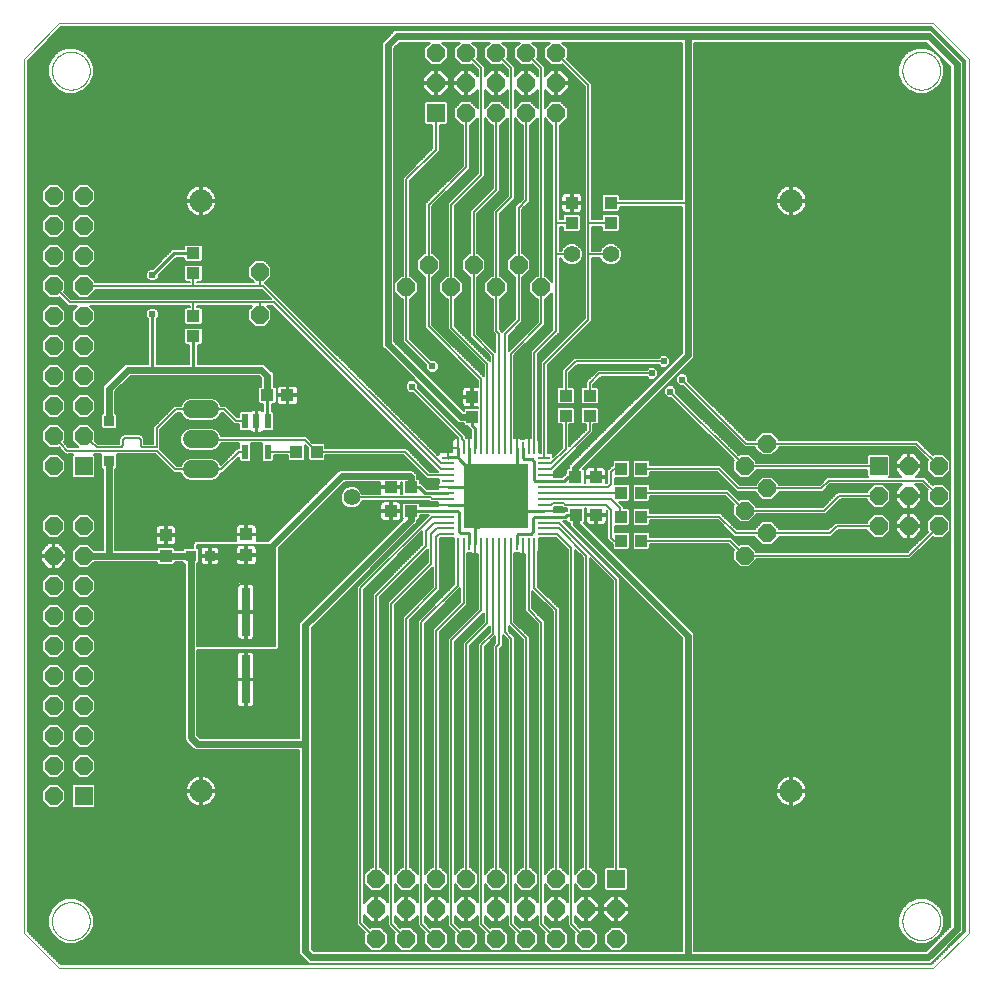
<source format=gtl>
G75*
%MOIN*%
%OFA0B0*%
%FSLAX25Y25*%
%IPPOS*%
%LPD*%
%AMOC8*
5,1,8,0,0,1.08239X$1,22.5*
%
%ADD10R,0.04252X0.04134*%
%ADD11R,0.04331X0.03937*%
%ADD12R,0.03000X0.16000*%
%ADD13R,0.03543X0.03543*%
%ADD14C,0.00000*%
%ADD15OC8,0.06000*%
%ADD16R,0.06000X0.06000*%
%ADD17C,0.06000*%
%ADD18R,0.03937X0.04331*%
%ADD19R,0.00984X0.03937*%
%ADD20R,0.21654X0.21654*%
%ADD21R,0.03937X0.00984*%
%ADD22R,0.02200X0.05000*%
%ADD23C,0.05512*%
%ADD24C,0.07600*%
%ADD25C,0.00600*%
%ADD26C,0.02400*%
%ADD27C,0.01000*%
%ADD28C,0.02400*%
%ADD29R,0.03562X0.03562*%
%ADD30R,0.02400X0.02400*%
D10*
X0059300Y0172655D03*
X0059300Y0179545D03*
X0086100Y0179845D03*
X0086100Y0172955D03*
D11*
X0134254Y0187600D03*
X0140946Y0187600D03*
X0140946Y0195600D03*
X0134254Y0195600D03*
X0099846Y0226200D03*
X0093154Y0226200D03*
X0068500Y0245954D03*
X0068500Y0252646D03*
X0068500Y0266854D03*
X0068500Y0273546D03*
X0194600Y0283654D03*
X0194600Y0290346D03*
X0207600Y0290346D03*
X0207600Y0283654D03*
X0200600Y0226146D03*
X0200600Y0219454D03*
X0192600Y0219454D03*
X0192600Y0226146D03*
X0195854Y0199000D03*
X0202546Y0199000D03*
X0202746Y0186400D03*
X0196054Y0186400D03*
D12*
X0085900Y0154100D03*
X0085900Y0131500D03*
D13*
X0073950Y0172700D03*
X0067650Y0172700D03*
D14*
X0011900Y0047011D02*
X0023711Y0035200D01*
X0315050Y0035200D01*
X0326861Y0047011D01*
X0326861Y0338350D01*
X0315050Y0350161D01*
X0023711Y0350161D01*
X0011900Y0338350D01*
X0011900Y0047011D01*
X0021349Y0050948D02*
X0021351Y0051106D01*
X0021357Y0051264D01*
X0021367Y0051422D01*
X0021381Y0051580D01*
X0021399Y0051737D01*
X0021420Y0051894D01*
X0021446Y0052050D01*
X0021476Y0052206D01*
X0021509Y0052361D01*
X0021547Y0052514D01*
X0021588Y0052667D01*
X0021633Y0052819D01*
X0021682Y0052970D01*
X0021735Y0053119D01*
X0021791Y0053267D01*
X0021851Y0053413D01*
X0021915Y0053558D01*
X0021983Y0053701D01*
X0022054Y0053843D01*
X0022128Y0053983D01*
X0022206Y0054120D01*
X0022288Y0054256D01*
X0022372Y0054390D01*
X0022461Y0054521D01*
X0022552Y0054650D01*
X0022647Y0054777D01*
X0022744Y0054902D01*
X0022845Y0055024D01*
X0022949Y0055143D01*
X0023056Y0055260D01*
X0023166Y0055374D01*
X0023279Y0055485D01*
X0023394Y0055594D01*
X0023512Y0055699D01*
X0023633Y0055801D01*
X0023756Y0055901D01*
X0023882Y0055997D01*
X0024010Y0056090D01*
X0024140Y0056180D01*
X0024273Y0056266D01*
X0024408Y0056350D01*
X0024544Y0056429D01*
X0024683Y0056506D01*
X0024824Y0056578D01*
X0024966Y0056648D01*
X0025110Y0056713D01*
X0025256Y0056775D01*
X0025403Y0056833D01*
X0025552Y0056888D01*
X0025702Y0056939D01*
X0025853Y0056986D01*
X0026005Y0057029D01*
X0026158Y0057068D01*
X0026313Y0057104D01*
X0026468Y0057135D01*
X0026624Y0057163D01*
X0026780Y0057187D01*
X0026937Y0057207D01*
X0027095Y0057223D01*
X0027252Y0057235D01*
X0027411Y0057243D01*
X0027569Y0057247D01*
X0027727Y0057247D01*
X0027885Y0057243D01*
X0028044Y0057235D01*
X0028201Y0057223D01*
X0028359Y0057207D01*
X0028516Y0057187D01*
X0028672Y0057163D01*
X0028828Y0057135D01*
X0028983Y0057104D01*
X0029138Y0057068D01*
X0029291Y0057029D01*
X0029443Y0056986D01*
X0029594Y0056939D01*
X0029744Y0056888D01*
X0029893Y0056833D01*
X0030040Y0056775D01*
X0030186Y0056713D01*
X0030330Y0056648D01*
X0030472Y0056578D01*
X0030613Y0056506D01*
X0030752Y0056429D01*
X0030888Y0056350D01*
X0031023Y0056266D01*
X0031156Y0056180D01*
X0031286Y0056090D01*
X0031414Y0055997D01*
X0031540Y0055901D01*
X0031663Y0055801D01*
X0031784Y0055699D01*
X0031902Y0055594D01*
X0032017Y0055485D01*
X0032130Y0055374D01*
X0032240Y0055260D01*
X0032347Y0055143D01*
X0032451Y0055024D01*
X0032552Y0054902D01*
X0032649Y0054777D01*
X0032744Y0054650D01*
X0032835Y0054521D01*
X0032924Y0054390D01*
X0033008Y0054256D01*
X0033090Y0054120D01*
X0033168Y0053983D01*
X0033242Y0053843D01*
X0033313Y0053701D01*
X0033381Y0053558D01*
X0033445Y0053413D01*
X0033505Y0053267D01*
X0033561Y0053119D01*
X0033614Y0052970D01*
X0033663Y0052819D01*
X0033708Y0052667D01*
X0033749Y0052514D01*
X0033787Y0052361D01*
X0033820Y0052206D01*
X0033850Y0052050D01*
X0033876Y0051894D01*
X0033897Y0051737D01*
X0033915Y0051580D01*
X0033929Y0051422D01*
X0033939Y0051264D01*
X0033945Y0051106D01*
X0033947Y0050948D01*
X0033945Y0050790D01*
X0033939Y0050632D01*
X0033929Y0050474D01*
X0033915Y0050316D01*
X0033897Y0050159D01*
X0033876Y0050002D01*
X0033850Y0049846D01*
X0033820Y0049690D01*
X0033787Y0049535D01*
X0033749Y0049382D01*
X0033708Y0049229D01*
X0033663Y0049077D01*
X0033614Y0048926D01*
X0033561Y0048777D01*
X0033505Y0048629D01*
X0033445Y0048483D01*
X0033381Y0048338D01*
X0033313Y0048195D01*
X0033242Y0048053D01*
X0033168Y0047913D01*
X0033090Y0047776D01*
X0033008Y0047640D01*
X0032924Y0047506D01*
X0032835Y0047375D01*
X0032744Y0047246D01*
X0032649Y0047119D01*
X0032552Y0046994D01*
X0032451Y0046872D01*
X0032347Y0046753D01*
X0032240Y0046636D01*
X0032130Y0046522D01*
X0032017Y0046411D01*
X0031902Y0046302D01*
X0031784Y0046197D01*
X0031663Y0046095D01*
X0031540Y0045995D01*
X0031414Y0045899D01*
X0031286Y0045806D01*
X0031156Y0045716D01*
X0031023Y0045630D01*
X0030888Y0045546D01*
X0030752Y0045467D01*
X0030613Y0045390D01*
X0030472Y0045318D01*
X0030330Y0045248D01*
X0030186Y0045183D01*
X0030040Y0045121D01*
X0029893Y0045063D01*
X0029744Y0045008D01*
X0029594Y0044957D01*
X0029443Y0044910D01*
X0029291Y0044867D01*
X0029138Y0044828D01*
X0028983Y0044792D01*
X0028828Y0044761D01*
X0028672Y0044733D01*
X0028516Y0044709D01*
X0028359Y0044689D01*
X0028201Y0044673D01*
X0028044Y0044661D01*
X0027885Y0044653D01*
X0027727Y0044649D01*
X0027569Y0044649D01*
X0027411Y0044653D01*
X0027252Y0044661D01*
X0027095Y0044673D01*
X0026937Y0044689D01*
X0026780Y0044709D01*
X0026624Y0044733D01*
X0026468Y0044761D01*
X0026313Y0044792D01*
X0026158Y0044828D01*
X0026005Y0044867D01*
X0025853Y0044910D01*
X0025702Y0044957D01*
X0025552Y0045008D01*
X0025403Y0045063D01*
X0025256Y0045121D01*
X0025110Y0045183D01*
X0024966Y0045248D01*
X0024824Y0045318D01*
X0024683Y0045390D01*
X0024544Y0045467D01*
X0024408Y0045546D01*
X0024273Y0045630D01*
X0024140Y0045716D01*
X0024010Y0045806D01*
X0023882Y0045899D01*
X0023756Y0045995D01*
X0023633Y0046095D01*
X0023512Y0046197D01*
X0023394Y0046302D01*
X0023279Y0046411D01*
X0023166Y0046522D01*
X0023056Y0046636D01*
X0022949Y0046753D01*
X0022845Y0046872D01*
X0022744Y0046994D01*
X0022647Y0047119D01*
X0022552Y0047246D01*
X0022461Y0047375D01*
X0022372Y0047506D01*
X0022288Y0047640D01*
X0022206Y0047776D01*
X0022128Y0047913D01*
X0022054Y0048053D01*
X0021983Y0048195D01*
X0021915Y0048338D01*
X0021851Y0048483D01*
X0021791Y0048629D01*
X0021735Y0048777D01*
X0021682Y0048926D01*
X0021633Y0049077D01*
X0021588Y0049229D01*
X0021547Y0049382D01*
X0021509Y0049535D01*
X0021476Y0049690D01*
X0021446Y0049846D01*
X0021420Y0050002D01*
X0021399Y0050159D01*
X0021381Y0050316D01*
X0021367Y0050474D01*
X0021357Y0050632D01*
X0021351Y0050790D01*
X0021349Y0050948D01*
X0021349Y0334413D02*
X0021351Y0334571D01*
X0021357Y0334729D01*
X0021367Y0334887D01*
X0021381Y0335045D01*
X0021399Y0335202D01*
X0021420Y0335359D01*
X0021446Y0335515D01*
X0021476Y0335671D01*
X0021509Y0335826D01*
X0021547Y0335979D01*
X0021588Y0336132D01*
X0021633Y0336284D01*
X0021682Y0336435D01*
X0021735Y0336584D01*
X0021791Y0336732D01*
X0021851Y0336878D01*
X0021915Y0337023D01*
X0021983Y0337166D01*
X0022054Y0337308D01*
X0022128Y0337448D01*
X0022206Y0337585D01*
X0022288Y0337721D01*
X0022372Y0337855D01*
X0022461Y0337986D01*
X0022552Y0338115D01*
X0022647Y0338242D01*
X0022744Y0338367D01*
X0022845Y0338489D01*
X0022949Y0338608D01*
X0023056Y0338725D01*
X0023166Y0338839D01*
X0023279Y0338950D01*
X0023394Y0339059D01*
X0023512Y0339164D01*
X0023633Y0339266D01*
X0023756Y0339366D01*
X0023882Y0339462D01*
X0024010Y0339555D01*
X0024140Y0339645D01*
X0024273Y0339731D01*
X0024408Y0339815D01*
X0024544Y0339894D01*
X0024683Y0339971D01*
X0024824Y0340043D01*
X0024966Y0340113D01*
X0025110Y0340178D01*
X0025256Y0340240D01*
X0025403Y0340298D01*
X0025552Y0340353D01*
X0025702Y0340404D01*
X0025853Y0340451D01*
X0026005Y0340494D01*
X0026158Y0340533D01*
X0026313Y0340569D01*
X0026468Y0340600D01*
X0026624Y0340628D01*
X0026780Y0340652D01*
X0026937Y0340672D01*
X0027095Y0340688D01*
X0027252Y0340700D01*
X0027411Y0340708D01*
X0027569Y0340712D01*
X0027727Y0340712D01*
X0027885Y0340708D01*
X0028044Y0340700D01*
X0028201Y0340688D01*
X0028359Y0340672D01*
X0028516Y0340652D01*
X0028672Y0340628D01*
X0028828Y0340600D01*
X0028983Y0340569D01*
X0029138Y0340533D01*
X0029291Y0340494D01*
X0029443Y0340451D01*
X0029594Y0340404D01*
X0029744Y0340353D01*
X0029893Y0340298D01*
X0030040Y0340240D01*
X0030186Y0340178D01*
X0030330Y0340113D01*
X0030472Y0340043D01*
X0030613Y0339971D01*
X0030752Y0339894D01*
X0030888Y0339815D01*
X0031023Y0339731D01*
X0031156Y0339645D01*
X0031286Y0339555D01*
X0031414Y0339462D01*
X0031540Y0339366D01*
X0031663Y0339266D01*
X0031784Y0339164D01*
X0031902Y0339059D01*
X0032017Y0338950D01*
X0032130Y0338839D01*
X0032240Y0338725D01*
X0032347Y0338608D01*
X0032451Y0338489D01*
X0032552Y0338367D01*
X0032649Y0338242D01*
X0032744Y0338115D01*
X0032835Y0337986D01*
X0032924Y0337855D01*
X0033008Y0337721D01*
X0033090Y0337585D01*
X0033168Y0337448D01*
X0033242Y0337308D01*
X0033313Y0337166D01*
X0033381Y0337023D01*
X0033445Y0336878D01*
X0033505Y0336732D01*
X0033561Y0336584D01*
X0033614Y0336435D01*
X0033663Y0336284D01*
X0033708Y0336132D01*
X0033749Y0335979D01*
X0033787Y0335826D01*
X0033820Y0335671D01*
X0033850Y0335515D01*
X0033876Y0335359D01*
X0033897Y0335202D01*
X0033915Y0335045D01*
X0033929Y0334887D01*
X0033939Y0334729D01*
X0033945Y0334571D01*
X0033947Y0334413D01*
X0033945Y0334255D01*
X0033939Y0334097D01*
X0033929Y0333939D01*
X0033915Y0333781D01*
X0033897Y0333624D01*
X0033876Y0333467D01*
X0033850Y0333311D01*
X0033820Y0333155D01*
X0033787Y0333000D01*
X0033749Y0332847D01*
X0033708Y0332694D01*
X0033663Y0332542D01*
X0033614Y0332391D01*
X0033561Y0332242D01*
X0033505Y0332094D01*
X0033445Y0331948D01*
X0033381Y0331803D01*
X0033313Y0331660D01*
X0033242Y0331518D01*
X0033168Y0331378D01*
X0033090Y0331241D01*
X0033008Y0331105D01*
X0032924Y0330971D01*
X0032835Y0330840D01*
X0032744Y0330711D01*
X0032649Y0330584D01*
X0032552Y0330459D01*
X0032451Y0330337D01*
X0032347Y0330218D01*
X0032240Y0330101D01*
X0032130Y0329987D01*
X0032017Y0329876D01*
X0031902Y0329767D01*
X0031784Y0329662D01*
X0031663Y0329560D01*
X0031540Y0329460D01*
X0031414Y0329364D01*
X0031286Y0329271D01*
X0031156Y0329181D01*
X0031023Y0329095D01*
X0030888Y0329011D01*
X0030752Y0328932D01*
X0030613Y0328855D01*
X0030472Y0328783D01*
X0030330Y0328713D01*
X0030186Y0328648D01*
X0030040Y0328586D01*
X0029893Y0328528D01*
X0029744Y0328473D01*
X0029594Y0328422D01*
X0029443Y0328375D01*
X0029291Y0328332D01*
X0029138Y0328293D01*
X0028983Y0328257D01*
X0028828Y0328226D01*
X0028672Y0328198D01*
X0028516Y0328174D01*
X0028359Y0328154D01*
X0028201Y0328138D01*
X0028044Y0328126D01*
X0027885Y0328118D01*
X0027727Y0328114D01*
X0027569Y0328114D01*
X0027411Y0328118D01*
X0027252Y0328126D01*
X0027095Y0328138D01*
X0026937Y0328154D01*
X0026780Y0328174D01*
X0026624Y0328198D01*
X0026468Y0328226D01*
X0026313Y0328257D01*
X0026158Y0328293D01*
X0026005Y0328332D01*
X0025853Y0328375D01*
X0025702Y0328422D01*
X0025552Y0328473D01*
X0025403Y0328528D01*
X0025256Y0328586D01*
X0025110Y0328648D01*
X0024966Y0328713D01*
X0024824Y0328783D01*
X0024683Y0328855D01*
X0024544Y0328932D01*
X0024408Y0329011D01*
X0024273Y0329095D01*
X0024140Y0329181D01*
X0024010Y0329271D01*
X0023882Y0329364D01*
X0023756Y0329460D01*
X0023633Y0329560D01*
X0023512Y0329662D01*
X0023394Y0329767D01*
X0023279Y0329876D01*
X0023166Y0329987D01*
X0023056Y0330101D01*
X0022949Y0330218D01*
X0022845Y0330337D01*
X0022744Y0330459D01*
X0022647Y0330584D01*
X0022552Y0330711D01*
X0022461Y0330840D01*
X0022372Y0330971D01*
X0022288Y0331105D01*
X0022206Y0331241D01*
X0022128Y0331378D01*
X0022054Y0331518D01*
X0021983Y0331660D01*
X0021915Y0331803D01*
X0021851Y0331948D01*
X0021791Y0332094D01*
X0021735Y0332242D01*
X0021682Y0332391D01*
X0021633Y0332542D01*
X0021588Y0332694D01*
X0021547Y0332847D01*
X0021509Y0333000D01*
X0021476Y0333155D01*
X0021446Y0333311D01*
X0021420Y0333467D01*
X0021399Y0333624D01*
X0021381Y0333781D01*
X0021367Y0333939D01*
X0021357Y0334097D01*
X0021351Y0334255D01*
X0021349Y0334413D01*
X0304814Y0334413D02*
X0304816Y0334571D01*
X0304822Y0334729D01*
X0304832Y0334887D01*
X0304846Y0335045D01*
X0304864Y0335202D01*
X0304885Y0335359D01*
X0304911Y0335515D01*
X0304941Y0335671D01*
X0304974Y0335826D01*
X0305012Y0335979D01*
X0305053Y0336132D01*
X0305098Y0336284D01*
X0305147Y0336435D01*
X0305200Y0336584D01*
X0305256Y0336732D01*
X0305316Y0336878D01*
X0305380Y0337023D01*
X0305448Y0337166D01*
X0305519Y0337308D01*
X0305593Y0337448D01*
X0305671Y0337585D01*
X0305753Y0337721D01*
X0305837Y0337855D01*
X0305926Y0337986D01*
X0306017Y0338115D01*
X0306112Y0338242D01*
X0306209Y0338367D01*
X0306310Y0338489D01*
X0306414Y0338608D01*
X0306521Y0338725D01*
X0306631Y0338839D01*
X0306744Y0338950D01*
X0306859Y0339059D01*
X0306977Y0339164D01*
X0307098Y0339266D01*
X0307221Y0339366D01*
X0307347Y0339462D01*
X0307475Y0339555D01*
X0307605Y0339645D01*
X0307738Y0339731D01*
X0307873Y0339815D01*
X0308009Y0339894D01*
X0308148Y0339971D01*
X0308289Y0340043D01*
X0308431Y0340113D01*
X0308575Y0340178D01*
X0308721Y0340240D01*
X0308868Y0340298D01*
X0309017Y0340353D01*
X0309167Y0340404D01*
X0309318Y0340451D01*
X0309470Y0340494D01*
X0309623Y0340533D01*
X0309778Y0340569D01*
X0309933Y0340600D01*
X0310089Y0340628D01*
X0310245Y0340652D01*
X0310402Y0340672D01*
X0310560Y0340688D01*
X0310717Y0340700D01*
X0310876Y0340708D01*
X0311034Y0340712D01*
X0311192Y0340712D01*
X0311350Y0340708D01*
X0311509Y0340700D01*
X0311666Y0340688D01*
X0311824Y0340672D01*
X0311981Y0340652D01*
X0312137Y0340628D01*
X0312293Y0340600D01*
X0312448Y0340569D01*
X0312603Y0340533D01*
X0312756Y0340494D01*
X0312908Y0340451D01*
X0313059Y0340404D01*
X0313209Y0340353D01*
X0313358Y0340298D01*
X0313505Y0340240D01*
X0313651Y0340178D01*
X0313795Y0340113D01*
X0313937Y0340043D01*
X0314078Y0339971D01*
X0314217Y0339894D01*
X0314353Y0339815D01*
X0314488Y0339731D01*
X0314621Y0339645D01*
X0314751Y0339555D01*
X0314879Y0339462D01*
X0315005Y0339366D01*
X0315128Y0339266D01*
X0315249Y0339164D01*
X0315367Y0339059D01*
X0315482Y0338950D01*
X0315595Y0338839D01*
X0315705Y0338725D01*
X0315812Y0338608D01*
X0315916Y0338489D01*
X0316017Y0338367D01*
X0316114Y0338242D01*
X0316209Y0338115D01*
X0316300Y0337986D01*
X0316389Y0337855D01*
X0316473Y0337721D01*
X0316555Y0337585D01*
X0316633Y0337448D01*
X0316707Y0337308D01*
X0316778Y0337166D01*
X0316846Y0337023D01*
X0316910Y0336878D01*
X0316970Y0336732D01*
X0317026Y0336584D01*
X0317079Y0336435D01*
X0317128Y0336284D01*
X0317173Y0336132D01*
X0317214Y0335979D01*
X0317252Y0335826D01*
X0317285Y0335671D01*
X0317315Y0335515D01*
X0317341Y0335359D01*
X0317362Y0335202D01*
X0317380Y0335045D01*
X0317394Y0334887D01*
X0317404Y0334729D01*
X0317410Y0334571D01*
X0317412Y0334413D01*
X0317410Y0334255D01*
X0317404Y0334097D01*
X0317394Y0333939D01*
X0317380Y0333781D01*
X0317362Y0333624D01*
X0317341Y0333467D01*
X0317315Y0333311D01*
X0317285Y0333155D01*
X0317252Y0333000D01*
X0317214Y0332847D01*
X0317173Y0332694D01*
X0317128Y0332542D01*
X0317079Y0332391D01*
X0317026Y0332242D01*
X0316970Y0332094D01*
X0316910Y0331948D01*
X0316846Y0331803D01*
X0316778Y0331660D01*
X0316707Y0331518D01*
X0316633Y0331378D01*
X0316555Y0331241D01*
X0316473Y0331105D01*
X0316389Y0330971D01*
X0316300Y0330840D01*
X0316209Y0330711D01*
X0316114Y0330584D01*
X0316017Y0330459D01*
X0315916Y0330337D01*
X0315812Y0330218D01*
X0315705Y0330101D01*
X0315595Y0329987D01*
X0315482Y0329876D01*
X0315367Y0329767D01*
X0315249Y0329662D01*
X0315128Y0329560D01*
X0315005Y0329460D01*
X0314879Y0329364D01*
X0314751Y0329271D01*
X0314621Y0329181D01*
X0314488Y0329095D01*
X0314353Y0329011D01*
X0314217Y0328932D01*
X0314078Y0328855D01*
X0313937Y0328783D01*
X0313795Y0328713D01*
X0313651Y0328648D01*
X0313505Y0328586D01*
X0313358Y0328528D01*
X0313209Y0328473D01*
X0313059Y0328422D01*
X0312908Y0328375D01*
X0312756Y0328332D01*
X0312603Y0328293D01*
X0312448Y0328257D01*
X0312293Y0328226D01*
X0312137Y0328198D01*
X0311981Y0328174D01*
X0311824Y0328154D01*
X0311666Y0328138D01*
X0311509Y0328126D01*
X0311350Y0328118D01*
X0311192Y0328114D01*
X0311034Y0328114D01*
X0310876Y0328118D01*
X0310717Y0328126D01*
X0310560Y0328138D01*
X0310402Y0328154D01*
X0310245Y0328174D01*
X0310089Y0328198D01*
X0309933Y0328226D01*
X0309778Y0328257D01*
X0309623Y0328293D01*
X0309470Y0328332D01*
X0309318Y0328375D01*
X0309167Y0328422D01*
X0309017Y0328473D01*
X0308868Y0328528D01*
X0308721Y0328586D01*
X0308575Y0328648D01*
X0308431Y0328713D01*
X0308289Y0328783D01*
X0308148Y0328855D01*
X0308009Y0328932D01*
X0307873Y0329011D01*
X0307738Y0329095D01*
X0307605Y0329181D01*
X0307475Y0329271D01*
X0307347Y0329364D01*
X0307221Y0329460D01*
X0307098Y0329560D01*
X0306977Y0329662D01*
X0306859Y0329767D01*
X0306744Y0329876D01*
X0306631Y0329987D01*
X0306521Y0330101D01*
X0306414Y0330218D01*
X0306310Y0330337D01*
X0306209Y0330459D01*
X0306112Y0330584D01*
X0306017Y0330711D01*
X0305926Y0330840D01*
X0305837Y0330971D01*
X0305753Y0331105D01*
X0305671Y0331241D01*
X0305593Y0331378D01*
X0305519Y0331518D01*
X0305448Y0331660D01*
X0305380Y0331803D01*
X0305316Y0331948D01*
X0305256Y0332094D01*
X0305200Y0332242D01*
X0305147Y0332391D01*
X0305098Y0332542D01*
X0305053Y0332694D01*
X0305012Y0332847D01*
X0304974Y0333000D01*
X0304941Y0333155D01*
X0304911Y0333311D01*
X0304885Y0333467D01*
X0304864Y0333624D01*
X0304846Y0333781D01*
X0304832Y0333939D01*
X0304822Y0334097D01*
X0304816Y0334255D01*
X0304814Y0334413D01*
X0304814Y0050948D02*
X0304816Y0051106D01*
X0304822Y0051264D01*
X0304832Y0051422D01*
X0304846Y0051580D01*
X0304864Y0051737D01*
X0304885Y0051894D01*
X0304911Y0052050D01*
X0304941Y0052206D01*
X0304974Y0052361D01*
X0305012Y0052514D01*
X0305053Y0052667D01*
X0305098Y0052819D01*
X0305147Y0052970D01*
X0305200Y0053119D01*
X0305256Y0053267D01*
X0305316Y0053413D01*
X0305380Y0053558D01*
X0305448Y0053701D01*
X0305519Y0053843D01*
X0305593Y0053983D01*
X0305671Y0054120D01*
X0305753Y0054256D01*
X0305837Y0054390D01*
X0305926Y0054521D01*
X0306017Y0054650D01*
X0306112Y0054777D01*
X0306209Y0054902D01*
X0306310Y0055024D01*
X0306414Y0055143D01*
X0306521Y0055260D01*
X0306631Y0055374D01*
X0306744Y0055485D01*
X0306859Y0055594D01*
X0306977Y0055699D01*
X0307098Y0055801D01*
X0307221Y0055901D01*
X0307347Y0055997D01*
X0307475Y0056090D01*
X0307605Y0056180D01*
X0307738Y0056266D01*
X0307873Y0056350D01*
X0308009Y0056429D01*
X0308148Y0056506D01*
X0308289Y0056578D01*
X0308431Y0056648D01*
X0308575Y0056713D01*
X0308721Y0056775D01*
X0308868Y0056833D01*
X0309017Y0056888D01*
X0309167Y0056939D01*
X0309318Y0056986D01*
X0309470Y0057029D01*
X0309623Y0057068D01*
X0309778Y0057104D01*
X0309933Y0057135D01*
X0310089Y0057163D01*
X0310245Y0057187D01*
X0310402Y0057207D01*
X0310560Y0057223D01*
X0310717Y0057235D01*
X0310876Y0057243D01*
X0311034Y0057247D01*
X0311192Y0057247D01*
X0311350Y0057243D01*
X0311509Y0057235D01*
X0311666Y0057223D01*
X0311824Y0057207D01*
X0311981Y0057187D01*
X0312137Y0057163D01*
X0312293Y0057135D01*
X0312448Y0057104D01*
X0312603Y0057068D01*
X0312756Y0057029D01*
X0312908Y0056986D01*
X0313059Y0056939D01*
X0313209Y0056888D01*
X0313358Y0056833D01*
X0313505Y0056775D01*
X0313651Y0056713D01*
X0313795Y0056648D01*
X0313937Y0056578D01*
X0314078Y0056506D01*
X0314217Y0056429D01*
X0314353Y0056350D01*
X0314488Y0056266D01*
X0314621Y0056180D01*
X0314751Y0056090D01*
X0314879Y0055997D01*
X0315005Y0055901D01*
X0315128Y0055801D01*
X0315249Y0055699D01*
X0315367Y0055594D01*
X0315482Y0055485D01*
X0315595Y0055374D01*
X0315705Y0055260D01*
X0315812Y0055143D01*
X0315916Y0055024D01*
X0316017Y0054902D01*
X0316114Y0054777D01*
X0316209Y0054650D01*
X0316300Y0054521D01*
X0316389Y0054390D01*
X0316473Y0054256D01*
X0316555Y0054120D01*
X0316633Y0053983D01*
X0316707Y0053843D01*
X0316778Y0053701D01*
X0316846Y0053558D01*
X0316910Y0053413D01*
X0316970Y0053267D01*
X0317026Y0053119D01*
X0317079Y0052970D01*
X0317128Y0052819D01*
X0317173Y0052667D01*
X0317214Y0052514D01*
X0317252Y0052361D01*
X0317285Y0052206D01*
X0317315Y0052050D01*
X0317341Y0051894D01*
X0317362Y0051737D01*
X0317380Y0051580D01*
X0317394Y0051422D01*
X0317404Y0051264D01*
X0317410Y0051106D01*
X0317412Y0050948D01*
X0317410Y0050790D01*
X0317404Y0050632D01*
X0317394Y0050474D01*
X0317380Y0050316D01*
X0317362Y0050159D01*
X0317341Y0050002D01*
X0317315Y0049846D01*
X0317285Y0049690D01*
X0317252Y0049535D01*
X0317214Y0049382D01*
X0317173Y0049229D01*
X0317128Y0049077D01*
X0317079Y0048926D01*
X0317026Y0048777D01*
X0316970Y0048629D01*
X0316910Y0048483D01*
X0316846Y0048338D01*
X0316778Y0048195D01*
X0316707Y0048053D01*
X0316633Y0047913D01*
X0316555Y0047776D01*
X0316473Y0047640D01*
X0316389Y0047506D01*
X0316300Y0047375D01*
X0316209Y0047246D01*
X0316114Y0047119D01*
X0316017Y0046994D01*
X0315916Y0046872D01*
X0315812Y0046753D01*
X0315705Y0046636D01*
X0315595Y0046522D01*
X0315482Y0046411D01*
X0315367Y0046302D01*
X0315249Y0046197D01*
X0315128Y0046095D01*
X0315005Y0045995D01*
X0314879Y0045899D01*
X0314751Y0045806D01*
X0314621Y0045716D01*
X0314488Y0045630D01*
X0314353Y0045546D01*
X0314217Y0045467D01*
X0314078Y0045390D01*
X0313937Y0045318D01*
X0313795Y0045248D01*
X0313651Y0045183D01*
X0313505Y0045121D01*
X0313358Y0045063D01*
X0313209Y0045008D01*
X0313059Y0044957D01*
X0312908Y0044910D01*
X0312756Y0044867D01*
X0312603Y0044828D01*
X0312448Y0044792D01*
X0312293Y0044761D01*
X0312137Y0044733D01*
X0311981Y0044709D01*
X0311824Y0044689D01*
X0311666Y0044673D01*
X0311509Y0044661D01*
X0311350Y0044653D01*
X0311192Y0044649D01*
X0311034Y0044649D01*
X0310876Y0044653D01*
X0310717Y0044661D01*
X0310560Y0044673D01*
X0310402Y0044689D01*
X0310245Y0044709D01*
X0310089Y0044733D01*
X0309933Y0044761D01*
X0309778Y0044792D01*
X0309623Y0044828D01*
X0309470Y0044867D01*
X0309318Y0044910D01*
X0309167Y0044957D01*
X0309017Y0045008D01*
X0308868Y0045063D01*
X0308721Y0045121D01*
X0308575Y0045183D01*
X0308431Y0045248D01*
X0308289Y0045318D01*
X0308148Y0045390D01*
X0308009Y0045467D01*
X0307873Y0045546D01*
X0307738Y0045630D01*
X0307605Y0045716D01*
X0307475Y0045806D01*
X0307347Y0045899D01*
X0307221Y0045995D01*
X0307098Y0046095D01*
X0306977Y0046197D01*
X0306859Y0046302D01*
X0306744Y0046411D01*
X0306631Y0046522D01*
X0306521Y0046636D01*
X0306414Y0046753D01*
X0306310Y0046872D01*
X0306209Y0046994D01*
X0306112Y0047119D01*
X0306017Y0047246D01*
X0305926Y0047375D01*
X0305837Y0047506D01*
X0305753Y0047640D01*
X0305671Y0047776D01*
X0305593Y0047913D01*
X0305519Y0048053D01*
X0305448Y0048195D01*
X0305380Y0048338D01*
X0305316Y0048483D01*
X0305256Y0048629D01*
X0305200Y0048777D01*
X0305147Y0048926D01*
X0305098Y0049077D01*
X0305053Y0049229D01*
X0305012Y0049382D01*
X0304974Y0049535D01*
X0304941Y0049690D01*
X0304911Y0049846D01*
X0304885Y0050002D01*
X0304864Y0050159D01*
X0304846Y0050316D01*
X0304832Y0050474D01*
X0304822Y0050632D01*
X0304816Y0050790D01*
X0304814Y0050948D01*
D15*
X0209400Y0055000D03*
X0199400Y0055000D03*
X0199400Y0065000D03*
X0189400Y0065000D03*
X0189400Y0055000D03*
X0189400Y0045000D03*
X0179400Y0045000D03*
X0179400Y0055000D03*
X0179400Y0065000D03*
X0169400Y0065000D03*
X0169400Y0055000D03*
X0159400Y0055000D03*
X0159400Y0065000D03*
X0149400Y0065000D03*
X0149400Y0055000D03*
X0149400Y0045000D03*
X0139400Y0045000D03*
X0139400Y0055000D03*
X0139400Y0065000D03*
X0129400Y0065000D03*
X0129400Y0055000D03*
X0129400Y0045000D03*
X0159400Y0045000D03*
X0169400Y0045000D03*
X0199400Y0045000D03*
X0209400Y0045000D03*
X0252200Y0172800D03*
X0259700Y0180300D03*
X0252200Y0187800D03*
X0259800Y0195200D03*
X0252200Y0202600D03*
X0259700Y0210100D03*
X0296861Y0192680D03*
X0306861Y0192680D03*
X0306861Y0202680D03*
X0316861Y0202680D03*
X0316861Y0192680D03*
X0316861Y0182680D03*
X0306861Y0182680D03*
X0296861Y0182680D03*
X0184400Y0262200D03*
X0176900Y0269700D03*
X0169400Y0262200D03*
X0161900Y0269700D03*
X0154400Y0262200D03*
X0146900Y0269700D03*
X0139400Y0262200D03*
X0090600Y0267400D03*
X0090600Y0252900D03*
X0031861Y0252661D03*
X0021861Y0252661D03*
X0021861Y0262661D03*
X0021861Y0272661D03*
X0031861Y0272661D03*
X0031861Y0262661D03*
X0031861Y0282661D03*
X0031861Y0292661D03*
X0021861Y0292661D03*
X0021861Y0282661D03*
X0021861Y0242661D03*
X0031861Y0242661D03*
X0031861Y0232661D03*
X0021861Y0232661D03*
X0021861Y0222661D03*
X0031861Y0222661D03*
X0031861Y0212661D03*
X0021861Y0212661D03*
X0021861Y0202661D03*
X0021861Y0182661D03*
X0031861Y0182661D03*
X0031861Y0172661D03*
X0031861Y0162661D03*
X0021861Y0162661D03*
X0021861Y0172661D03*
X0021861Y0152661D03*
X0031861Y0152661D03*
X0031861Y0142661D03*
X0021861Y0142661D03*
X0021861Y0132661D03*
X0031861Y0132661D03*
X0031861Y0122661D03*
X0031861Y0112661D03*
X0021861Y0112661D03*
X0021861Y0122661D03*
X0021861Y0102661D03*
X0031861Y0102661D03*
X0021861Y0092661D03*
X0159350Y0320330D03*
X0169350Y0320330D03*
X0169350Y0330330D03*
X0159350Y0330330D03*
X0159350Y0340330D03*
X0169350Y0340330D03*
X0179350Y0340330D03*
X0189350Y0340330D03*
X0189350Y0330330D03*
X0189350Y0320330D03*
X0179350Y0320330D03*
X0179350Y0330330D03*
X0149350Y0330330D03*
X0149350Y0340330D03*
D16*
X0149350Y0320330D03*
X0031861Y0202661D03*
X0031861Y0092661D03*
X0209400Y0065000D03*
X0296861Y0202680D03*
D17*
X0074000Y0201500D02*
X0068000Y0201500D01*
X0068000Y0211500D02*
X0074000Y0211500D01*
X0074000Y0221500D02*
X0068000Y0221500D01*
D18*
X0102854Y0207400D03*
X0109546Y0207400D03*
X0161400Y0218954D03*
X0161400Y0225646D03*
X0211154Y0201700D03*
X0217846Y0201700D03*
X0217846Y0193700D03*
X0211154Y0193700D03*
X0211154Y0185700D03*
X0217846Y0185700D03*
X0217846Y0177700D03*
X0211154Y0177700D03*
D19*
X0182176Y0176539D03*
X0180207Y0176539D03*
X0178239Y0176539D03*
X0176270Y0176539D03*
X0174302Y0176539D03*
X0172333Y0176539D03*
X0170365Y0176539D03*
X0168396Y0176539D03*
X0166428Y0176539D03*
X0164459Y0176539D03*
X0162491Y0176539D03*
X0160522Y0176539D03*
X0158554Y0176539D03*
X0156585Y0176539D03*
X0156585Y0208822D03*
X0158554Y0208822D03*
X0160522Y0208822D03*
X0162491Y0208822D03*
X0164459Y0208822D03*
X0166428Y0208822D03*
X0168396Y0208822D03*
X0170365Y0208822D03*
X0172333Y0208822D03*
X0174302Y0208822D03*
X0176270Y0208822D03*
X0178239Y0208822D03*
X0180207Y0208822D03*
X0182176Y0208822D03*
D20*
X0169380Y0192680D03*
D21*
X0153239Y0191696D03*
X0153239Y0189728D03*
X0153239Y0187759D03*
X0153239Y0185791D03*
X0153239Y0183822D03*
X0153239Y0181854D03*
X0153239Y0179885D03*
X0153239Y0193665D03*
X0153239Y0195633D03*
X0153239Y0197602D03*
X0153239Y0199570D03*
X0153239Y0201539D03*
X0153239Y0203507D03*
X0153239Y0205476D03*
X0185522Y0205476D03*
X0185522Y0203507D03*
X0185522Y0201539D03*
X0185522Y0199570D03*
X0185522Y0197602D03*
X0185522Y0195633D03*
X0185522Y0193665D03*
X0185522Y0191696D03*
X0185522Y0189728D03*
X0185522Y0187759D03*
X0185522Y0185791D03*
X0185522Y0183822D03*
X0185522Y0181854D03*
X0185522Y0179885D03*
D22*
X0093200Y0207400D03*
X0085800Y0207400D03*
X0085800Y0217600D03*
X0089500Y0217600D03*
X0093200Y0217600D03*
D23*
X0121200Y0192200D03*
X0194600Y0273200D03*
X0207600Y0273200D03*
D24*
X0267806Y0291106D03*
X0267806Y0094255D03*
X0070955Y0094255D03*
X0070955Y0291106D03*
D25*
X0070655Y0291363D02*
X0035761Y0291363D01*
X0035761Y0291045D02*
X0033476Y0288761D01*
X0030245Y0288761D01*
X0027961Y0291045D01*
X0027961Y0294276D01*
X0030245Y0296561D01*
X0033476Y0296561D01*
X0035761Y0294276D01*
X0035761Y0291045D01*
X0035480Y0290764D02*
X0065855Y0290764D01*
X0065855Y0290806D02*
X0065855Y0290704D01*
X0065981Y0289911D01*
X0066229Y0289148D01*
X0066593Y0288433D01*
X0067065Y0287783D01*
X0067633Y0287215D01*
X0068282Y0286744D01*
X0068997Y0286379D01*
X0069761Y0286131D01*
X0070554Y0286006D01*
X0070655Y0286006D01*
X0070655Y0290805D01*
X0071255Y0290805D01*
X0071255Y0286006D01*
X0071356Y0286006D01*
X0072149Y0286131D01*
X0072913Y0286379D01*
X0073628Y0286744D01*
X0074278Y0287215D01*
X0074845Y0287783D01*
X0075317Y0288433D01*
X0075681Y0289148D01*
X0075930Y0289911D01*
X0076055Y0290704D01*
X0076055Y0290806D01*
X0071255Y0290806D01*
X0071255Y0291405D01*
X0076055Y0291405D01*
X0076055Y0291507D01*
X0075930Y0292300D01*
X0075681Y0293063D01*
X0075317Y0293778D01*
X0074845Y0294428D01*
X0074278Y0294996D01*
X0073628Y0295467D01*
X0072913Y0295832D01*
X0072149Y0296080D01*
X0071356Y0296205D01*
X0071255Y0296205D01*
X0071255Y0291406D01*
X0070655Y0291406D01*
X0070655Y0296205D01*
X0070554Y0296205D01*
X0069761Y0296080D01*
X0068997Y0295832D01*
X0068282Y0295467D01*
X0067633Y0294996D01*
X0067065Y0294428D01*
X0066593Y0293778D01*
X0066229Y0293063D01*
X0065981Y0292300D01*
X0065855Y0291507D01*
X0065855Y0291405D01*
X0070655Y0291405D01*
X0070655Y0290806D01*
X0065855Y0290806D01*
X0065940Y0290166D02*
X0034881Y0290166D01*
X0034283Y0289567D02*
X0066092Y0289567D01*
X0066320Y0288969D02*
X0033684Y0288969D01*
X0033476Y0286561D02*
X0030245Y0286561D01*
X0027961Y0284276D01*
X0027961Y0281045D01*
X0030245Y0278761D01*
X0033476Y0278761D01*
X0035761Y0281045D01*
X0035761Y0284276D01*
X0033476Y0286561D01*
X0034060Y0285976D02*
X0131300Y0285976D01*
X0131300Y0285378D02*
X0034659Y0285378D01*
X0035257Y0284779D02*
X0131300Y0284779D01*
X0131300Y0284181D02*
X0035761Y0284181D01*
X0035761Y0283582D02*
X0131300Y0283582D01*
X0131300Y0282984D02*
X0035761Y0282984D01*
X0035761Y0282385D02*
X0131300Y0282385D01*
X0131300Y0281787D02*
X0035761Y0281787D01*
X0035761Y0281188D02*
X0131300Y0281188D01*
X0131300Y0280590D02*
X0035305Y0280590D01*
X0034707Y0279991D02*
X0131300Y0279991D01*
X0131300Y0279393D02*
X0034108Y0279393D01*
X0033510Y0278794D02*
X0131300Y0278794D01*
X0131300Y0278196D02*
X0013200Y0278196D01*
X0013200Y0278794D02*
X0020212Y0278794D01*
X0020245Y0278761D02*
X0023476Y0278761D01*
X0025761Y0281045D01*
X0025761Y0284276D01*
X0023476Y0286561D01*
X0020245Y0286561D01*
X0017961Y0284276D01*
X0017961Y0281045D01*
X0020245Y0278761D01*
X0019613Y0279393D02*
X0013200Y0279393D01*
X0013200Y0279991D02*
X0019015Y0279991D01*
X0018416Y0280590D02*
X0013200Y0280590D01*
X0013200Y0281188D02*
X0017961Y0281188D01*
X0017961Y0281787D02*
X0013200Y0281787D01*
X0013200Y0282385D02*
X0017961Y0282385D01*
X0017961Y0282984D02*
X0013200Y0282984D01*
X0013200Y0283582D02*
X0017961Y0283582D01*
X0017961Y0284181D02*
X0013200Y0284181D01*
X0013200Y0284779D02*
X0018464Y0284779D01*
X0019062Y0285378D02*
X0013200Y0285378D01*
X0013200Y0285976D02*
X0019661Y0285976D01*
X0020245Y0288761D02*
X0023476Y0288761D01*
X0025761Y0291045D01*
X0025761Y0294276D01*
X0023476Y0296561D01*
X0020245Y0296561D01*
X0017961Y0294276D01*
X0017961Y0291045D01*
X0020245Y0288761D01*
X0020037Y0288969D02*
X0013200Y0288969D01*
X0013200Y0289567D02*
X0019439Y0289567D01*
X0018840Y0290166D02*
X0013200Y0290166D01*
X0013200Y0290764D02*
X0018241Y0290764D01*
X0017961Y0291363D02*
X0013200Y0291363D01*
X0013200Y0291961D02*
X0017961Y0291961D01*
X0017961Y0292560D02*
X0013200Y0292560D01*
X0013200Y0293158D02*
X0017961Y0293158D01*
X0017961Y0293757D02*
X0013200Y0293757D01*
X0013200Y0294355D02*
X0018040Y0294355D01*
X0018638Y0294954D02*
X0013200Y0294954D01*
X0013200Y0295552D02*
X0019237Y0295552D01*
X0019836Y0296151D02*
X0013200Y0296151D01*
X0013200Y0296749D02*
X0131300Y0296749D01*
X0131300Y0296151D02*
X0071701Y0296151D01*
X0071255Y0296151D02*
X0070655Y0296151D01*
X0070209Y0296151D02*
X0033886Y0296151D01*
X0034484Y0295552D02*
X0068449Y0295552D01*
X0067591Y0294954D02*
X0035083Y0294954D01*
X0035681Y0294355D02*
X0067012Y0294355D01*
X0066582Y0293757D02*
X0035761Y0293757D01*
X0035761Y0293158D02*
X0066277Y0293158D01*
X0066065Y0292560D02*
X0035761Y0292560D01*
X0035761Y0291961D02*
X0065927Y0291961D01*
X0066638Y0288370D02*
X0013200Y0288370D01*
X0013200Y0287772D02*
X0067076Y0287772D01*
X0067691Y0287173D02*
X0013200Y0287173D01*
X0013200Y0286575D02*
X0068614Y0286575D01*
X0070655Y0286575D02*
X0071255Y0286575D01*
X0071255Y0287173D02*
X0070655Y0287173D01*
X0070655Y0287772D02*
X0071255Y0287772D01*
X0071255Y0288370D02*
X0070655Y0288370D01*
X0070655Y0288969D02*
X0071255Y0288969D01*
X0071255Y0289567D02*
X0070655Y0289567D01*
X0070655Y0290166D02*
X0071255Y0290166D01*
X0071255Y0290764D02*
X0070655Y0290764D01*
X0071255Y0291363D02*
X0131300Y0291363D01*
X0131300Y0291961D02*
X0075983Y0291961D01*
X0075845Y0292560D02*
X0131300Y0292560D01*
X0131300Y0293158D02*
X0075633Y0293158D01*
X0075328Y0293757D02*
X0131300Y0293757D01*
X0131300Y0294355D02*
X0074898Y0294355D01*
X0074319Y0294954D02*
X0131300Y0294954D01*
X0131300Y0295552D02*
X0073461Y0295552D01*
X0071255Y0295552D02*
X0070655Y0295552D01*
X0070655Y0294954D02*
X0071255Y0294954D01*
X0071255Y0294355D02*
X0070655Y0294355D01*
X0070655Y0293757D02*
X0071255Y0293757D01*
X0071255Y0293158D02*
X0070655Y0293158D01*
X0070655Y0292560D02*
X0071255Y0292560D01*
X0071255Y0291961D02*
X0070655Y0291961D01*
X0075970Y0290166D02*
X0131300Y0290166D01*
X0131300Y0290764D02*
X0076055Y0290764D01*
X0075818Y0289567D02*
X0131300Y0289567D01*
X0131300Y0288969D02*
X0075590Y0288969D01*
X0075272Y0288370D02*
X0131300Y0288370D01*
X0131300Y0287772D02*
X0074834Y0287772D01*
X0074219Y0287173D02*
X0131300Y0287173D01*
X0131300Y0286575D02*
X0073297Y0286575D01*
X0071038Y0276415D02*
X0065962Y0276415D01*
X0065435Y0275888D01*
X0065435Y0274946D01*
X0061467Y0274946D01*
X0054920Y0268400D01*
X0053930Y0268400D01*
X0052700Y0267170D01*
X0052700Y0265430D01*
X0053930Y0264200D01*
X0055670Y0264200D01*
X0056900Y0265430D01*
X0056900Y0266420D01*
X0062626Y0272146D01*
X0065435Y0272146D01*
X0065435Y0271205D01*
X0065962Y0270678D01*
X0071038Y0270678D01*
X0071565Y0271205D01*
X0071565Y0275888D01*
X0071038Y0276415D01*
X0071053Y0276400D02*
X0131300Y0276400D01*
X0131300Y0275802D02*
X0071565Y0275802D01*
X0071565Y0275203D02*
X0131300Y0275203D01*
X0131300Y0274605D02*
X0071565Y0274605D01*
X0071565Y0274006D02*
X0131300Y0274006D01*
X0131300Y0273408D02*
X0071565Y0273408D01*
X0071565Y0272809D02*
X0131300Y0272809D01*
X0131300Y0272210D02*
X0071565Y0272210D01*
X0071565Y0271612D02*
X0131300Y0271612D01*
X0131300Y0271013D02*
X0092502Y0271013D01*
X0092215Y0271300D02*
X0088985Y0271300D01*
X0086700Y0269015D01*
X0086700Y0265785D01*
X0088624Y0263861D01*
X0069700Y0263861D01*
X0069700Y0263985D01*
X0071038Y0263985D01*
X0071565Y0264512D01*
X0071565Y0269195D01*
X0071038Y0269722D01*
X0065962Y0269722D01*
X0065435Y0269195D01*
X0065435Y0264512D01*
X0065962Y0263985D01*
X0067300Y0263985D01*
X0067300Y0263861D01*
X0035761Y0263861D01*
X0035761Y0264276D01*
X0033476Y0266561D01*
X0030245Y0266561D01*
X0027961Y0264276D01*
X0027961Y0261045D01*
X0030245Y0258761D01*
X0033476Y0258761D01*
X0035761Y0261045D01*
X0035761Y0261461D01*
X0091328Y0261461D01*
X0094389Y0258400D01*
X0027818Y0258400D01*
X0025467Y0260751D01*
X0025761Y0261045D01*
X0025761Y0264276D01*
X0023476Y0266561D01*
X0020245Y0266561D01*
X0017961Y0264276D01*
X0017961Y0261045D01*
X0020245Y0258761D01*
X0023476Y0258761D01*
X0023770Y0259054D01*
X0026121Y0256703D01*
X0026824Y0256000D01*
X0029685Y0256000D01*
X0027961Y0254276D01*
X0027961Y0251045D01*
X0030245Y0248761D01*
X0033476Y0248761D01*
X0035761Y0251045D01*
X0035761Y0254276D01*
X0034037Y0256000D01*
X0067300Y0256000D01*
X0067300Y0255515D01*
X0065962Y0255515D01*
X0065435Y0254988D01*
X0065435Y0250305D01*
X0065962Y0249778D01*
X0071038Y0249778D01*
X0071565Y0250305D01*
X0071565Y0254988D01*
X0071038Y0255515D01*
X0069700Y0255515D01*
X0069700Y0256000D01*
X0088185Y0256000D01*
X0086700Y0254515D01*
X0086700Y0251285D01*
X0088985Y0249000D01*
X0092215Y0249000D01*
X0094500Y0251285D01*
X0094500Y0254515D01*
X0093015Y0256000D01*
X0094803Y0256000D01*
X0150033Y0200770D01*
X0147327Y0200770D01*
X0140200Y0207897D01*
X0139497Y0208600D01*
X0112415Y0208600D01*
X0112415Y0209938D01*
X0111888Y0210465D01*
X0108178Y0210465D01*
X0106746Y0211897D01*
X0106044Y0212600D01*
X0077766Y0212600D01*
X0077306Y0213709D01*
X0076209Y0214806D01*
X0074776Y0215400D01*
X0067224Y0215400D01*
X0065791Y0214806D01*
X0064694Y0213709D01*
X0064100Y0212276D01*
X0064100Y0210724D01*
X0064694Y0209291D01*
X0065791Y0208194D01*
X0067224Y0207600D01*
X0074776Y0207600D01*
X0076209Y0208194D01*
X0077306Y0209291D01*
X0077683Y0210200D01*
X0083800Y0210200D01*
X0083800Y0208600D01*
X0083203Y0208600D01*
X0082500Y0207897D01*
X0077601Y0202998D01*
X0077306Y0203709D01*
X0076209Y0204806D01*
X0074776Y0205400D01*
X0067224Y0205400D01*
X0065791Y0204806D01*
X0064694Y0203709D01*
X0064276Y0202700D01*
X0062997Y0202700D01*
X0057397Y0208300D01*
X0057500Y0208403D01*
X0057500Y0214703D01*
X0063097Y0220300D01*
X0064276Y0220300D01*
X0064694Y0219291D01*
X0065791Y0218194D01*
X0067224Y0217600D01*
X0074776Y0217600D01*
X0076209Y0218194D01*
X0077306Y0219291D01*
X0077724Y0220300D01*
X0078303Y0220300D01*
X0081400Y0217203D01*
X0082103Y0216500D01*
X0083800Y0216500D01*
X0083800Y0214727D01*
X0084327Y0214200D01*
X0087273Y0214200D01*
X0087367Y0214294D01*
X0087602Y0214060D01*
X0087898Y0213889D01*
X0088229Y0213800D01*
X0089250Y0213800D01*
X0089250Y0217350D01*
X0089750Y0217350D01*
X0089750Y0213800D01*
X0090771Y0213800D01*
X0091102Y0213889D01*
X0091398Y0214060D01*
X0091633Y0214294D01*
X0091727Y0214200D01*
X0094673Y0214200D01*
X0095200Y0214727D01*
X0095200Y0220473D01*
X0094673Y0221000D01*
X0094554Y0221000D01*
X0094554Y0223331D01*
X0095692Y0223331D01*
X0096219Y0223859D01*
X0096219Y0228541D01*
X0095692Y0229068D01*
X0095200Y0229068D01*
X0095200Y0233570D01*
X0093970Y0234800D01*
X0091970Y0236800D01*
X0069900Y0236800D01*
X0069900Y0243085D01*
X0071038Y0243085D01*
X0071565Y0243612D01*
X0071565Y0248295D01*
X0071038Y0248822D01*
X0065962Y0248822D01*
X0065435Y0248295D01*
X0065435Y0243612D01*
X0065962Y0243085D01*
X0067100Y0243085D01*
X0067100Y0236800D01*
X0056200Y0236800D01*
X0056200Y0251730D01*
X0056900Y0252430D01*
X0056900Y0254170D01*
X0055670Y0255400D01*
X0053930Y0255400D01*
X0052700Y0254170D01*
X0052700Y0252430D01*
X0053400Y0251730D01*
X0053400Y0236800D01*
X0045830Y0236800D01*
X0044600Y0235570D01*
X0038300Y0229270D01*
X0038300Y0220381D01*
X0038246Y0220381D01*
X0037719Y0219854D01*
X0037719Y0215546D01*
X0038246Y0215019D01*
X0042554Y0215019D01*
X0043081Y0215546D01*
X0043081Y0219854D01*
X0042554Y0220381D01*
X0042500Y0220381D01*
X0042500Y0227530D01*
X0047570Y0232600D01*
X0090230Y0232600D01*
X0091000Y0231830D01*
X0091000Y0229068D01*
X0090615Y0229068D01*
X0090088Y0228541D01*
X0090088Y0223859D01*
X0090615Y0223331D01*
X0091754Y0223331D01*
X0091754Y0221000D01*
X0091727Y0221000D01*
X0091633Y0220906D01*
X0091398Y0221140D01*
X0091102Y0221311D01*
X0090771Y0221400D01*
X0089750Y0221400D01*
X0089750Y0217850D01*
X0089250Y0217850D01*
X0089250Y0221400D01*
X0088229Y0221400D01*
X0087898Y0221311D01*
X0087602Y0221140D01*
X0087367Y0220906D01*
X0087273Y0221000D01*
X0084327Y0221000D01*
X0083800Y0220473D01*
X0083800Y0218900D01*
X0083097Y0218900D01*
X0079297Y0222700D01*
X0077724Y0222700D01*
X0077306Y0223709D01*
X0076209Y0224806D01*
X0074776Y0225400D01*
X0067224Y0225400D01*
X0065791Y0224806D01*
X0064694Y0223709D01*
X0064276Y0222700D01*
X0062103Y0222700D01*
X0055100Y0215697D01*
X0055100Y0210100D01*
X0052176Y0210100D01*
X0052176Y0211607D01*
X0051573Y0212651D01*
X0050529Y0213254D01*
X0045397Y0213254D01*
X0044353Y0212651D01*
X0044353Y0212651D01*
X0043750Y0211607D01*
X0043750Y0210100D01*
X0036667Y0210100D01*
X0035673Y0210957D01*
X0035761Y0211045D01*
X0035761Y0214276D01*
X0033476Y0216561D01*
X0030245Y0216561D01*
X0027961Y0214276D01*
X0027961Y0211045D01*
X0030106Y0208900D01*
X0026764Y0208900D01*
X0025291Y0210576D01*
X0025761Y0211045D01*
X0025761Y0214276D01*
X0023476Y0216561D01*
X0020245Y0216561D01*
X0017961Y0214276D01*
X0017961Y0211045D01*
X0020245Y0208761D01*
X0023476Y0208761D01*
X0023591Y0208875D01*
X0025021Y0207248D01*
X0025021Y0207203D01*
X0025345Y0206879D01*
X0025648Y0206534D01*
X0025693Y0206532D01*
X0025724Y0206500D01*
X0026183Y0206500D01*
X0026640Y0206471D01*
X0026674Y0206500D01*
X0028427Y0206500D01*
X0027961Y0206033D01*
X0027961Y0199288D01*
X0028488Y0198761D01*
X0035233Y0198761D01*
X0035761Y0199288D01*
X0035761Y0206033D01*
X0035294Y0206500D01*
X0037784Y0206500D01*
X0037719Y0206435D01*
X0037719Y0202127D01*
X0038246Y0201600D01*
X0038300Y0201600D01*
X0038300Y0174761D01*
X0035276Y0174761D01*
X0033476Y0176561D01*
X0030245Y0176561D01*
X0027961Y0174276D01*
X0027961Y0171045D01*
X0030245Y0168761D01*
X0033476Y0168761D01*
X0035276Y0170561D01*
X0040411Y0170561D01*
X0056274Y0170556D01*
X0056274Y0170215D01*
X0056801Y0169688D01*
X0061799Y0169688D01*
X0062326Y0170215D01*
X0062326Y0170600D01*
X0064979Y0170600D01*
X0064979Y0170556D01*
X0065506Y0170028D01*
X0065550Y0170028D01*
X0065550Y0111330D01*
X0066781Y0110100D01*
X0067750Y0109130D01*
X0068981Y0107900D01*
X0103700Y0107900D01*
X0103700Y0040030D01*
X0105700Y0038030D01*
X0106930Y0036800D01*
X0314370Y0036800D01*
X0323770Y0046200D01*
X0325000Y0047430D01*
X0325000Y0337470D01*
X0314509Y0347961D01*
X0135491Y0347961D01*
X0132530Y0345000D01*
X0131300Y0343770D01*
X0131300Y0242430D01*
X0132530Y0241200D01*
X0132530Y0241200D01*
X0155600Y0218130D01*
X0156830Y0216900D01*
X0158531Y0216900D01*
X0158531Y0216415D01*
X0159059Y0215888D01*
X0160000Y0215888D01*
X0160000Y0215620D01*
X0161100Y0214520D01*
X0161100Y0212091D01*
X0160522Y0212091D01*
X0159859Y0212091D01*
X0159528Y0212002D01*
X0159398Y0211927D01*
X0159300Y0212024D01*
X0159300Y0212797D01*
X0143400Y0228697D01*
X0143400Y0229970D01*
X0142170Y0231200D01*
X0140430Y0231200D01*
X0139200Y0229970D01*
X0139200Y0228230D01*
X0140430Y0227000D01*
X0141703Y0227000D01*
X0156612Y0212091D01*
X0156585Y0212091D01*
X0155922Y0212091D01*
X0155591Y0212002D01*
X0155295Y0211831D01*
X0155053Y0211589D01*
X0154882Y0211292D01*
X0154793Y0210962D01*
X0154793Y0208822D01*
X0154793Y0207268D01*
X0153239Y0207268D01*
X0153239Y0205476D01*
X0153239Y0205476D01*
X0153239Y0207268D01*
X0151099Y0207268D01*
X0150768Y0207179D01*
X0150472Y0207008D01*
X0150230Y0206766D01*
X0150059Y0206469D01*
X0149986Y0206197D01*
X0092449Y0263734D01*
X0094500Y0265785D01*
X0094500Y0269015D01*
X0092215Y0271300D01*
X0093100Y0270415D02*
X0131300Y0270415D01*
X0131300Y0269816D02*
X0093699Y0269816D01*
X0094297Y0269218D02*
X0131300Y0269218D01*
X0131300Y0268619D02*
X0094500Y0268619D01*
X0094500Y0268021D02*
X0131300Y0268021D01*
X0131300Y0267422D02*
X0094500Y0267422D01*
X0094500Y0266824D02*
X0131300Y0266824D01*
X0131300Y0266225D02*
X0094500Y0266225D01*
X0094342Y0265627D02*
X0131300Y0265627D01*
X0131300Y0265028D02*
X0093744Y0265028D01*
X0093145Y0264430D02*
X0131300Y0264430D01*
X0131300Y0263831D02*
X0092547Y0263831D01*
X0092950Y0263233D02*
X0131300Y0263233D01*
X0131300Y0262634D02*
X0093549Y0262634D01*
X0094147Y0262036D02*
X0131300Y0262036D01*
X0131300Y0261437D02*
X0094746Y0261437D01*
X0095344Y0260839D02*
X0131300Y0260839D01*
X0131300Y0260240D02*
X0095943Y0260240D01*
X0096541Y0259642D02*
X0131300Y0259642D01*
X0131300Y0259043D02*
X0097140Y0259043D01*
X0097738Y0258445D02*
X0131300Y0258445D01*
X0131300Y0257846D02*
X0098337Y0257846D01*
X0098935Y0257248D02*
X0131300Y0257248D01*
X0131300Y0256649D02*
X0099534Y0256649D01*
X0100132Y0256051D02*
X0131300Y0256051D01*
X0131300Y0255452D02*
X0100731Y0255452D01*
X0101329Y0254854D02*
X0131300Y0254854D01*
X0131300Y0254255D02*
X0101928Y0254255D01*
X0102526Y0253657D02*
X0131300Y0253657D01*
X0131300Y0253058D02*
X0103125Y0253058D01*
X0103723Y0252460D02*
X0131300Y0252460D01*
X0131300Y0251861D02*
X0104322Y0251861D01*
X0104920Y0251263D02*
X0131300Y0251263D01*
X0131300Y0250664D02*
X0105519Y0250664D01*
X0106117Y0250066D02*
X0131300Y0250066D01*
X0131300Y0249467D02*
X0106716Y0249467D01*
X0107314Y0248869D02*
X0131300Y0248869D01*
X0131300Y0248270D02*
X0107913Y0248270D01*
X0108511Y0247672D02*
X0131300Y0247672D01*
X0131300Y0247073D02*
X0109110Y0247073D01*
X0109708Y0246474D02*
X0131300Y0246474D01*
X0131300Y0245876D02*
X0110307Y0245876D01*
X0110906Y0245277D02*
X0131300Y0245277D01*
X0131300Y0244679D02*
X0111504Y0244679D01*
X0112103Y0244080D02*
X0131300Y0244080D01*
X0131300Y0243482D02*
X0112701Y0243482D01*
X0113300Y0242883D02*
X0131300Y0242883D01*
X0131445Y0242285D02*
X0113898Y0242285D01*
X0114497Y0241686D02*
X0132044Y0241686D01*
X0132642Y0241088D02*
X0115095Y0241088D01*
X0115694Y0240489D02*
X0133241Y0240489D01*
X0133839Y0239891D02*
X0116292Y0239891D01*
X0116891Y0239292D02*
X0134438Y0239292D01*
X0135036Y0238694D02*
X0117489Y0238694D01*
X0118088Y0238095D02*
X0135635Y0238095D01*
X0136233Y0237497D02*
X0118686Y0237497D01*
X0119285Y0236898D02*
X0136832Y0236898D01*
X0137430Y0236300D02*
X0119883Y0236300D01*
X0120482Y0235701D02*
X0138029Y0235701D01*
X0138627Y0235103D02*
X0121080Y0235103D01*
X0121679Y0234504D02*
X0139226Y0234504D01*
X0139824Y0233906D02*
X0122277Y0233906D01*
X0122876Y0233307D02*
X0140423Y0233307D01*
X0141021Y0232709D02*
X0123474Y0232709D01*
X0124073Y0232110D02*
X0141620Y0232110D01*
X0142218Y0231512D02*
X0124671Y0231512D01*
X0125270Y0230913D02*
X0140143Y0230913D01*
X0139545Y0230315D02*
X0125868Y0230315D01*
X0126467Y0229716D02*
X0139200Y0229716D01*
X0139200Y0229118D02*
X0127065Y0229118D01*
X0127664Y0228519D02*
X0139200Y0228519D01*
X0139509Y0227921D02*
X0128262Y0227921D01*
X0128861Y0227322D02*
X0140108Y0227322D01*
X0141979Y0226724D02*
X0129459Y0226724D01*
X0130058Y0226125D02*
X0142578Y0226125D01*
X0143176Y0225527D02*
X0130656Y0225527D01*
X0131255Y0224928D02*
X0143775Y0224928D01*
X0144373Y0224330D02*
X0131853Y0224330D01*
X0132452Y0223731D02*
X0144972Y0223731D01*
X0145570Y0223133D02*
X0133050Y0223133D01*
X0133649Y0222534D02*
X0146169Y0222534D01*
X0146767Y0221936D02*
X0134247Y0221936D01*
X0134846Y0221337D02*
X0147366Y0221337D01*
X0147964Y0220739D02*
X0135444Y0220739D01*
X0136043Y0220140D02*
X0148563Y0220140D01*
X0149161Y0219541D02*
X0136641Y0219541D01*
X0137240Y0218943D02*
X0149760Y0218943D01*
X0150358Y0218344D02*
X0137839Y0218344D01*
X0138437Y0217746D02*
X0150957Y0217746D01*
X0151555Y0217147D02*
X0139036Y0217147D01*
X0139634Y0216549D02*
X0152154Y0216549D01*
X0152753Y0215950D02*
X0140233Y0215950D01*
X0140831Y0215352D02*
X0153351Y0215352D01*
X0153950Y0214753D02*
X0141430Y0214753D01*
X0142028Y0214155D02*
X0154548Y0214155D01*
X0155147Y0213556D02*
X0142627Y0213556D01*
X0143225Y0212958D02*
X0155745Y0212958D01*
X0156344Y0212359D02*
X0143824Y0212359D01*
X0144422Y0211761D02*
X0155225Y0211761D01*
X0154847Y0211162D02*
X0145021Y0211162D01*
X0145619Y0210564D02*
X0154793Y0210564D01*
X0154793Y0209965D02*
X0146218Y0209965D01*
X0146816Y0209367D02*
X0154793Y0209367D01*
X0154793Y0208822D02*
X0156585Y0208822D01*
X0154793Y0208822D01*
X0154793Y0208768D02*
X0147415Y0208768D01*
X0148013Y0208170D02*
X0154793Y0208170D01*
X0154793Y0207571D02*
X0148612Y0207571D01*
X0149210Y0206973D02*
X0150437Y0206973D01*
X0150033Y0206374D02*
X0149809Y0206374D01*
X0150979Y0203507D02*
X0091825Y0262661D01*
X0090600Y0262661D01*
X0090600Y0267400D01*
X0088055Y0264430D02*
X0071483Y0264430D01*
X0071565Y0265028D02*
X0087456Y0265028D01*
X0086858Y0265627D02*
X0071565Y0265627D01*
X0071565Y0266225D02*
X0086700Y0266225D01*
X0086700Y0266824D02*
X0071565Y0266824D01*
X0071565Y0267422D02*
X0086700Y0267422D01*
X0086700Y0268021D02*
X0071565Y0268021D01*
X0071565Y0268619D02*
X0086700Y0268619D01*
X0086903Y0269218D02*
X0071542Y0269218D01*
X0071374Y0271013D02*
X0088698Y0271013D01*
X0088100Y0270415D02*
X0060895Y0270415D01*
X0061493Y0271013D02*
X0065626Y0271013D01*
X0065435Y0271612D02*
X0062092Y0271612D01*
X0060296Y0269816D02*
X0087501Y0269816D01*
X0090600Y0262661D02*
X0068400Y0262661D01*
X0068500Y0262761D01*
X0068500Y0266854D01*
X0065435Y0266824D02*
X0057304Y0266824D01*
X0056900Y0266225D02*
X0065435Y0266225D01*
X0065435Y0265627D02*
X0056900Y0265627D01*
X0056498Y0265028D02*
X0065435Y0265028D01*
X0065517Y0264430D02*
X0055900Y0264430D01*
X0053700Y0264430D02*
X0035607Y0264430D01*
X0035008Y0265028D02*
X0053102Y0265028D01*
X0052700Y0265627D02*
X0034410Y0265627D01*
X0033811Y0266225D02*
X0052700Y0266225D01*
X0052700Y0266824D02*
X0013200Y0266824D01*
X0013200Y0267422D02*
X0052953Y0267422D01*
X0053551Y0268021D02*
X0013200Y0268021D01*
X0013200Y0268619D02*
X0055140Y0268619D01*
X0055738Y0269218D02*
X0033933Y0269218D01*
X0033476Y0268761D02*
X0035761Y0271045D01*
X0035761Y0274276D01*
X0033476Y0276561D01*
X0030245Y0276561D01*
X0027961Y0274276D01*
X0027961Y0271045D01*
X0030245Y0268761D01*
X0033476Y0268761D01*
X0034532Y0269816D02*
X0056337Y0269816D01*
X0056935Y0270415D02*
X0035130Y0270415D01*
X0035729Y0271013D02*
X0057534Y0271013D01*
X0058132Y0271612D02*
X0035761Y0271612D01*
X0035761Y0272210D02*
X0058731Y0272210D01*
X0059329Y0272809D02*
X0035761Y0272809D01*
X0035761Y0273408D02*
X0059928Y0273408D01*
X0060526Y0274006D02*
X0035761Y0274006D01*
X0035432Y0274605D02*
X0061125Y0274605D01*
X0065435Y0275203D02*
X0034834Y0275203D01*
X0034235Y0275802D02*
X0065435Y0275802D01*
X0065947Y0276400D02*
X0033637Y0276400D01*
X0030085Y0276400D02*
X0023637Y0276400D01*
X0023476Y0276561D02*
X0020245Y0276561D01*
X0017961Y0274276D01*
X0017961Y0271045D01*
X0020245Y0268761D01*
X0023476Y0268761D01*
X0025761Y0271045D01*
X0025761Y0274276D01*
X0023476Y0276561D01*
X0024235Y0275802D02*
X0029486Y0275802D01*
X0028888Y0275203D02*
X0024834Y0275203D01*
X0025432Y0274605D02*
X0028289Y0274605D01*
X0027961Y0274006D02*
X0025761Y0274006D01*
X0025761Y0273408D02*
X0027961Y0273408D01*
X0027961Y0272809D02*
X0025761Y0272809D01*
X0025761Y0272210D02*
X0027961Y0272210D01*
X0027961Y0271612D02*
X0025761Y0271612D01*
X0025729Y0271013D02*
X0027992Y0271013D01*
X0028591Y0270415D02*
X0025130Y0270415D01*
X0024532Y0269816D02*
X0029189Y0269816D01*
X0029788Y0269218D02*
X0023933Y0269218D01*
X0023811Y0266225D02*
X0029910Y0266225D01*
X0029311Y0265627D02*
X0024410Y0265627D01*
X0025008Y0265028D02*
X0028713Y0265028D01*
X0028114Y0264430D02*
X0025607Y0264430D01*
X0025761Y0263831D02*
X0027961Y0263831D01*
X0027961Y0263233D02*
X0025761Y0263233D01*
X0025761Y0262634D02*
X0027961Y0262634D01*
X0027961Y0262036D02*
X0025761Y0262036D01*
X0025761Y0261437D02*
X0027961Y0261437D01*
X0028167Y0260839D02*
X0025554Y0260839D01*
X0025978Y0260240D02*
X0028766Y0260240D01*
X0029364Y0259642D02*
X0026577Y0259642D01*
X0027175Y0259043D02*
X0029963Y0259043D01*
X0027774Y0258445D02*
X0094344Y0258445D01*
X0093746Y0259043D02*
X0033759Y0259043D01*
X0034357Y0259642D02*
X0093147Y0259642D01*
X0092549Y0260240D02*
X0034956Y0260240D01*
X0035554Y0260839D02*
X0091950Y0260839D01*
X0091352Y0261437D02*
X0035761Y0261437D01*
X0031861Y0262661D02*
X0068400Y0262661D01*
X0065435Y0267422D02*
X0057902Y0267422D01*
X0058501Y0268021D02*
X0065435Y0268021D01*
X0065435Y0268619D02*
X0059099Y0268619D01*
X0059698Y0269218D02*
X0065458Y0269218D01*
X0068500Y0257200D02*
X0068500Y0252646D01*
X0071565Y0252460D02*
X0086700Y0252460D01*
X0086700Y0253058D02*
X0071565Y0253058D01*
X0071565Y0253657D02*
X0086700Y0253657D01*
X0086700Y0254255D02*
X0071565Y0254255D01*
X0071565Y0254854D02*
X0087038Y0254854D01*
X0087637Y0255452D02*
X0071101Y0255452D01*
X0068500Y0257200D02*
X0027321Y0257200D01*
X0021861Y0262661D01*
X0019311Y0265627D02*
X0013200Y0265627D01*
X0013200Y0266225D02*
X0019910Y0266225D01*
X0018713Y0265028D02*
X0013200Y0265028D01*
X0013200Y0264430D02*
X0018114Y0264430D01*
X0017961Y0263831D02*
X0013200Y0263831D01*
X0013200Y0263233D02*
X0017961Y0263233D01*
X0017961Y0262634D02*
X0013200Y0262634D01*
X0013200Y0262036D02*
X0017961Y0262036D01*
X0017961Y0261437D02*
X0013200Y0261437D01*
X0013200Y0260839D02*
X0018167Y0260839D01*
X0018766Y0260240D02*
X0013200Y0260240D01*
X0013200Y0259642D02*
X0019364Y0259642D01*
X0019963Y0259043D02*
X0013200Y0259043D01*
X0013200Y0258445D02*
X0024379Y0258445D01*
X0023781Y0259043D02*
X0023759Y0259043D01*
X0024978Y0257846D02*
X0013200Y0257846D01*
X0013200Y0257248D02*
X0025577Y0257248D01*
X0026175Y0256649D02*
X0013200Y0256649D01*
X0013200Y0256051D02*
X0019735Y0256051D01*
X0020245Y0256561D02*
X0017961Y0254276D01*
X0017961Y0251045D01*
X0020245Y0248761D01*
X0023476Y0248761D01*
X0025761Y0251045D01*
X0025761Y0254276D01*
X0023476Y0256561D01*
X0020245Y0256561D01*
X0019137Y0255452D02*
X0013200Y0255452D01*
X0013200Y0254854D02*
X0018538Y0254854D01*
X0017961Y0254255D02*
X0013200Y0254255D01*
X0013200Y0253657D02*
X0017961Y0253657D01*
X0017961Y0253058D02*
X0013200Y0253058D01*
X0013200Y0252460D02*
X0017961Y0252460D01*
X0017961Y0251861D02*
X0013200Y0251861D01*
X0013200Y0251263D02*
X0017961Y0251263D01*
X0018342Y0250664D02*
X0013200Y0250664D01*
X0013200Y0250066D02*
X0018940Y0250066D01*
X0019539Y0249467D02*
X0013200Y0249467D01*
X0013200Y0248869D02*
X0020137Y0248869D01*
X0020245Y0246561D02*
X0017961Y0244276D01*
X0017961Y0241045D01*
X0020245Y0238761D01*
X0023476Y0238761D01*
X0025761Y0241045D01*
X0025761Y0244276D01*
X0023476Y0246561D01*
X0020245Y0246561D01*
X0020159Y0246474D02*
X0013200Y0246474D01*
X0013200Y0245876D02*
X0019561Y0245876D01*
X0018962Y0245277D02*
X0013200Y0245277D01*
X0013200Y0244679D02*
X0018364Y0244679D01*
X0017961Y0244080D02*
X0013200Y0244080D01*
X0013200Y0243482D02*
X0017961Y0243482D01*
X0017961Y0242883D02*
X0013200Y0242883D01*
X0013200Y0242285D02*
X0017961Y0242285D01*
X0017961Y0241686D02*
X0013200Y0241686D01*
X0013200Y0241088D02*
X0017961Y0241088D01*
X0018516Y0240489D02*
X0013200Y0240489D01*
X0013200Y0239891D02*
X0019115Y0239891D01*
X0019713Y0239292D02*
X0013200Y0239292D01*
X0013200Y0238694D02*
X0053400Y0238694D01*
X0053400Y0239292D02*
X0034008Y0239292D01*
X0033476Y0238761D02*
X0035761Y0241045D01*
X0035761Y0244276D01*
X0033476Y0246561D01*
X0030245Y0246561D01*
X0027961Y0244276D01*
X0027961Y0241045D01*
X0030245Y0238761D01*
X0033476Y0238761D01*
X0034606Y0239891D02*
X0053400Y0239891D01*
X0053400Y0240489D02*
X0035205Y0240489D01*
X0035761Y0241088D02*
X0053400Y0241088D01*
X0053400Y0241686D02*
X0035761Y0241686D01*
X0035761Y0242285D02*
X0053400Y0242285D01*
X0053400Y0242883D02*
X0035761Y0242883D01*
X0035761Y0243482D02*
X0053400Y0243482D01*
X0053400Y0244080D02*
X0035761Y0244080D01*
X0035358Y0244679D02*
X0053400Y0244679D01*
X0053400Y0245277D02*
X0034759Y0245277D01*
X0034161Y0245876D02*
X0053400Y0245876D01*
X0053400Y0246474D02*
X0033562Y0246474D01*
X0033584Y0248869D02*
X0053400Y0248869D01*
X0053400Y0249467D02*
X0034182Y0249467D01*
X0034781Y0250066D02*
X0053400Y0250066D01*
X0053400Y0250664D02*
X0035379Y0250664D01*
X0035761Y0251263D02*
X0053400Y0251263D01*
X0053269Y0251861D02*
X0035761Y0251861D01*
X0035761Y0252460D02*
X0052700Y0252460D01*
X0052700Y0253058D02*
X0035761Y0253058D01*
X0035761Y0253657D02*
X0052700Y0253657D01*
X0052785Y0254255D02*
X0035761Y0254255D01*
X0035183Y0254854D02*
X0053384Y0254854D01*
X0056216Y0254854D02*
X0065435Y0254854D01*
X0065435Y0254255D02*
X0056815Y0254255D01*
X0056900Y0253657D02*
X0065435Y0253657D01*
X0065435Y0253058D02*
X0056900Y0253058D01*
X0056900Y0252460D02*
X0065435Y0252460D01*
X0065435Y0251861D02*
X0056331Y0251861D01*
X0056200Y0251263D02*
X0065435Y0251263D01*
X0065435Y0250664D02*
X0056200Y0250664D01*
X0056200Y0250066D02*
X0065674Y0250066D01*
X0065435Y0248270D02*
X0056200Y0248270D01*
X0056200Y0247672D02*
X0065435Y0247672D01*
X0065435Y0247073D02*
X0056200Y0247073D01*
X0056200Y0246474D02*
X0065435Y0246474D01*
X0065435Y0245876D02*
X0056200Y0245876D01*
X0056200Y0245277D02*
X0065435Y0245277D01*
X0065435Y0244679D02*
X0056200Y0244679D01*
X0056200Y0244080D02*
X0065435Y0244080D01*
X0065565Y0243482D02*
X0056200Y0243482D01*
X0056200Y0242883D02*
X0067100Y0242883D01*
X0067100Y0242285D02*
X0056200Y0242285D01*
X0056200Y0241686D02*
X0067100Y0241686D01*
X0067100Y0241088D02*
X0056200Y0241088D01*
X0056200Y0240489D02*
X0067100Y0240489D01*
X0067100Y0239891D02*
X0056200Y0239891D01*
X0056200Y0239292D02*
X0067100Y0239292D01*
X0067100Y0238694D02*
X0056200Y0238694D01*
X0056200Y0238095D02*
X0067100Y0238095D01*
X0067100Y0237497D02*
X0056200Y0237497D01*
X0056200Y0236898D02*
X0067100Y0236898D01*
X0069900Y0236898D02*
X0113905Y0236898D01*
X0114503Y0236300D02*
X0092470Y0236300D01*
X0093069Y0235701D02*
X0115102Y0235701D01*
X0115700Y0235103D02*
X0093667Y0235103D01*
X0094266Y0234504D02*
X0116299Y0234504D01*
X0116897Y0233906D02*
X0094864Y0233906D01*
X0095200Y0233307D02*
X0117496Y0233307D01*
X0118094Y0232709D02*
X0095200Y0232709D01*
X0095200Y0232110D02*
X0118693Y0232110D01*
X0119291Y0231512D02*
X0095200Y0231512D01*
X0095200Y0230913D02*
X0119890Y0230913D01*
X0120488Y0230315D02*
X0095200Y0230315D01*
X0095200Y0229716D02*
X0121087Y0229716D01*
X0121685Y0229118D02*
X0102901Y0229118D01*
X0102810Y0229209D02*
X0102514Y0229380D01*
X0102183Y0229468D01*
X0100146Y0229468D01*
X0100146Y0226500D01*
X0099546Y0226500D01*
X0099546Y0225900D01*
X0096381Y0225900D01*
X0096381Y0224060D01*
X0096470Y0223730D01*
X0096641Y0223433D01*
X0096883Y0223191D01*
X0097179Y0223020D01*
X0097510Y0222931D01*
X0099546Y0222931D01*
X0099546Y0225900D01*
X0100146Y0225900D01*
X0100146Y0222931D01*
X0102183Y0222931D01*
X0102514Y0223020D01*
X0102810Y0223191D01*
X0103052Y0223433D01*
X0103223Y0223730D01*
X0103312Y0224060D01*
X0103312Y0225900D01*
X0100146Y0225900D01*
X0100146Y0226500D01*
X0103312Y0226500D01*
X0103312Y0228340D01*
X0103223Y0228670D01*
X0103052Y0228967D01*
X0102810Y0229209D01*
X0103264Y0228519D02*
X0122284Y0228519D01*
X0122882Y0227921D02*
X0103312Y0227921D01*
X0103312Y0227322D02*
X0123481Y0227322D01*
X0124079Y0226724D02*
X0103312Y0226724D01*
X0103312Y0225527D02*
X0125276Y0225527D01*
X0124678Y0226125D02*
X0100146Y0226125D01*
X0100146Y0225527D02*
X0099546Y0225527D01*
X0099546Y0226125D02*
X0096219Y0226125D01*
X0096381Y0226500D02*
X0099546Y0226500D01*
X0099546Y0229468D01*
X0097510Y0229468D01*
X0097179Y0229380D01*
X0096883Y0229209D01*
X0096641Y0228967D01*
X0096470Y0228670D01*
X0096381Y0228340D01*
X0096381Y0226500D01*
X0096381Y0226724D02*
X0096219Y0226724D01*
X0096219Y0227322D02*
X0096381Y0227322D01*
X0096381Y0227921D02*
X0096219Y0227921D01*
X0096219Y0228519D02*
X0096429Y0228519D01*
X0096792Y0229118D02*
X0095200Y0229118D01*
X0096219Y0225527D02*
X0096381Y0225527D01*
X0096381Y0224928D02*
X0096219Y0224928D01*
X0096219Y0224330D02*
X0096381Y0224330D01*
X0096469Y0223731D02*
X0096091Y0223731D01*
X0096985Y0223133D02*
X0094554Y0223133D01*
X0094554Y0222534D02*
X0128269Y0222534D01*
X0128867Y0221936D02*
X0094554Y0221936D01*
X0094554Y0221337D02*
X0129466Y0221337D01*
X0130064Y0220739D02*
X0094934Y0220739D01*
X0095200Y0220140D02*
X0130663Y0220140D01*
X0131261Y0219541D02*
X0095200Y0219541D01*
X0095200Y0218943D02*
X0131860Y0218943D01*
X0132458Y0218344D02*
X0095200Y0218344D01*
X0095200Y0217746D02*
X0133057Y0217746D01*
X0133655Y0217147D02*
X0095200Y0217147D01*
X0095200Y0216549D02*
X0134254Y0216549D01*
X0134853Y0215950D02*
X0095200Y0215950D01*
X0095200Y0215352D02*
X0135451Y0215352D01*
X0136050Y0214753D02*
X0095200Y0214753D01*
X0091493Y0214155D02*
X0136648Y0214155D01*
X0137247Y0213556D02*
X0077370Y0213556D01*
X0077617Y0212958D02*
X0137845Y0212958D01*
X0138444Y0212359D02*
X0106284Y0212359D01*
X0106883Y0211761D02*
X0139042Y0211761D01*
X0139641Y0211162D02*
X0107481Y0211162D01*
X0108080Y0210564D02*
X0140239Y0210564D01*
X0140838Y0209965D02*
X0112388Y0209965D01*
X0112415Y0209367D02*
X0141436Y0209367D01*
X0142035Y0208768D02*
X0112415Y0208768D01*
X0112415Y0206200D02*
X0138503Y0206200D01*
X0146333Y0198370D01*
X0150370Y0198370D01*
X0150370Y0197064D01*
X0150230Y0196923D01*
X0150059Y0196627D01*
X0149970Y0196296D01*
X0149970Y0195633D01*
X0149970Y0195065D01*
X0146315Y0195065D01*
X0144380Y0197000D01*
X0144012Y0197000D01*
X0144012Y0197941D01*
X0143485Y0198468D01*
X0143100Y0198468D01*
X0143100Y0199770D01*
X0142631Y0200238D01*
X0141401Y0201468D01*
X0117199Y0201468D01*
X0115969Y0200238D01*
X0093330Y0177600D01*
X0089524Y0177600D01*
X0089526Y0177607D01*
X0089526Y0179545D01*
X0086400Y0179545D01*
X0086400Y0180145D01*
X0085800Y0180145D01*
X0085800Y0183212D01*
X0083803Y0183212D01*
X0083472Y0183123D01*
X0083176Y0182952D01*
X0082934Y0182710D01*
X0082763Y0182414D01*
X0082674Y0182083D01*
X0082674Y0180145D01*
X0085800Y0180145D01*
X0085800Y0179545D01*
X0082674Y0179545D01*
X0082674Y0177607D01*
X0082676Y0177600D01*
X0069103Y0177600D01*
X0068400Y0176897D01*
X0068400Y0175372D01*
X0065506Y0175372D01*
X0064979Y0174844D01*
X0064979Y0174800D01*
X0062326Y0174800D01*
X0062326Y0175095D01*
X0061799Y0175622D01*
X0056801Y0175622D01*
X0056274Y0175095D01*
X0056274Y0174756D01*
X0042500Y0174760D01*
X0042500Y0201600D01*
X0042554Y0201600D01*
X0043081Y0202127D01*
X0043081Y0206435D01*
X0043016Y0206500D01*
X0055803Y0206500D01*
X0061300Y0201003D01*
X0062003Y0200300D01*
X0064276Y0200300D01*
X0064694Y0199291D01*
X0065791Y0198194D01*
X0067224Y0197600D01*
X0074776Y0197600D01*
X0076209Y0198194D01*
X0077306Y0199291D01*
X0077724Y0200300D01*
X0078297Y0200300D01*
X0083800Y0205803D01*
X0083800Y0204527D01*
X0084327Y0204000D01*
X0087273Y0204000D01*
X0087800Y0204527D01*
X0087800Y0210200D01*
X0091200Y0210200D01*
X0091200Y0204527D01*
X0091727Y0204000D01*
X0094673Y0204000D01*
X0095200Y0204527D01*
X0095200Y0206200D01*
X0099985Y0206200D01*
X0099985Y0204862D01*
X0100512Y0204335D01*
X0105195Y0204335D01*
X0105722Y0204862D01*
X0105722Y0209527D01*
X0106678Y0208571D01*
X0106678Y0204862D01*
X0107205Y0204335D01*
X0111888Y0204335D01*
X0112415Y0204862D01*
X0112415Y0206200D01*
X0112415Y0205776D02*
X0138927Y0205776D01*
X0139526Y0205177D02*
X0112415Y0205177D01*
X0112132Y0204579D02*
X0140124Y0204579D01*
X0140723Y0203980D02*
X0081977Y0203980D01*
X0081379Y0203382D02*
X0141321Y0203382D01*
X0141920Y0202783D02*
X0080780Y0202783D01*
X0080182Y0202185D02*
X0142518Y0202185D01*
X0143117Y0201586D02*
X0079583Y0201586D01*
X0078985Y0200988D02*
X0116718Y0200988D01*
X0116119Y0200389D02*
X0078386Y0200389D01*
X0077513Y0199791D02*
X0115521Y0199791D01*
X0115969Y0200238D02*
X0115969Y0200238D01*
X0114922Y0199192D02*
X0077208Y0199192D01*
X0076609Y0198594D02*
X0114324Y0198594D01*
X0113725Y0197995D02*
X0075730Y0197995D01*
X0077800Y0201500D02*
X0071000Y0201500D01*
X0062500Y0201500D01*
X0056300Y0207700D01*
X0026221Y0207700D01*
X0021861Y0212661D01*
X0024685Y0215352D02*
X0029036Y0215352D01*
X0028438Y0214753D02*
X0025283Y0214753D01*
X0025761Y0214155D02*
X0027961Y0214155D01*
X0027961Y0213556D02*
X0025761Y0213556D01*
X0025761Y0212958D02*
X0027961Y0212958D01*
X0027961Y0212359D02*
X0025761Y0212359D01*
X0025761Y0211761D02*
X0027961Y0211761D01*
X0027961Y0211162D02*
X0025761Y0211162D01*
X0025302Y0210564D02*
X0028442Y0210564D01*
X0029041Y0209965D02*
X0025828Y0209965D01*
X0026354Y0209367D02*
X0029639Y0209367D01*
X0028301Y0206374D02*
X0023662Y0206374D01*
X0023476Y0206561D02*
X0020245Y0206561D01*
X0017961Y0204276D01*
X0017961Y0201045D01*
X0020245Y0198761D01*
X0023476Y0198761D01*
X0025761Y0201045D01*
X0025761Y0204276D01*
X0023476Y0206561D01*
X0024261Y0205776D02*
X0027961Y0205776D01*
X0027961Y0205177D02*
X0024859Y0205177D01*
X0025458Y0204579D02*
X0027961Y0204579D01*
X0027961Y0203980D02*
X0025761Y0203980D01*
X0025761Y0203382D02*
X0027961Y0203382D01*
X0027961Y0202783D02*
X0025761Y0202783D01*
X0025761Y0202185D02*
X0027961Y0202185D01*
X0027961Y0201586D02*
X0025761Y0201586D01*
X0025703Y0200988D02*
X0027961Y0200988D01*
X0027961Y0200389D02*
X0025105Y0200389D01*
X0024506Y0199791D02*
X0027961Y0199791D01*
X0028056Y0199192D02*
X0023908Y0199192D01*
X0019814Y0199192D02*
X0013200Y0199192D01*
X0013200Y0198594D02*
X0038300Y0198594D01*
X0038300Y0199192D02*
X0035665Y0199192D01*
X0035761Y0199791D02*
X0038300Y0199791D01*
X0038300Y0200389D02*
X0035761Y0200389D01*
X0035761Y0200988D02*
X0038300Y0200988D01*
X0038300Y0201586D02*
X0035761Y0201586D01*
X0035761Y0202185D02*
X0037719Y0202185D01*
X0037719Y0202783D02*
X0035761Y0202783D01*
X0035761Y0203382D02*
X0037719Y0203382D01*
X0037719Y0203980D02*
X0035761Y0203980D01*
X0035761Y0204579D02*
X0037719Y0204579D01*
X0037719Y0205177D02*
X0035761Y0205177D01*
X0035761Y0205776D02*
X0037719Y0205776D01*
X0037719Y0206374D02*
X0035420Y0206374D01*
X0036221Y0208900D02*
X0043900Y0208900D01*
X0043963Y0208902D01*
X0044027Y0208908D01*
X0044089Y0208917D01*
X0044151Y0208931D01*
X0044212Y0208948D01*
X0044272Y0208968D01*
X0044331Y0208993D01*
X0044388Y0209020D01*
X0044443Y0209051D01*
X0044496Y0209086D01*
X0044548Y0209123D01*
X0044596Y0209164D01*
X0044642Y0209208D01*
X0044686Y0209254D01*
X0044727Y0209302D01*
X0044764Y0209354D01*
X0044799Y0209407D01*
X0044830Y0209462D01*
X0044857Y0209519D01*
X0044882Y0209578D01*
X0044902Y0209638D01*
X0044919Y0209699D01*
X0044933Y0209761D01*
X0044942Y0209823D01*
X0044948Y0209887D01*
X0044950Y0209950D01*
X0044950Y0211004D01*
X0044952Y0211067D01*
X0044958Y0211131D01*
X0044967Y0211193D01*
X0044981Y0211255D01*
X0044998Y0211316D01*
X0045018Y0211376D01*
X0045043Y0211435D01*
X0045070Y0211492D01*
X0045101Y0211547D01*
X0045136Y0211600D01*
X0045173Y0211652D01*
X0045214Y0211700D01*
X0045258Y0211746D01*
X0045304Y0211790D01*
X0045352Y0211831D01*
X0045404Y0211868D01*
X0045457Y0211903D01*
X0045512Y0211934D01*
X0045569Y0211961D01*
X0045628Y0211986D01*
X0045688Y0212006D01*
X0045749Y0212023D01*
X0045811Y0212037D01*
X0045873Y0212046D01*
X0045937Y0212052D01*
X0046000Y0212054D01*
X0049926Y0212054D01*
X0049989Y0212052D01*
X0050053Y0212046D01*
X0050115Y0212037D01*
X0050177Y0212023D01*
X0050238Y0212006D01*
X0050298Y0211986D01*
X0050357Y0211961D01*
X0050414Y0211934D01*
X0050469Y0211903D01*
X0050522Y0211868D01*
X0050574Y0211831D01*
X0050622Y0211790D01*
X0050668Y0211746D01*
X0050712Y0211700D01*
X0050753Y0211652D01*
X0050790Y0211600D01*
X0050825Y0211547D01*
X0050856Y0211492D01*
X0050883Y0211435D01*
X0050908Y0211376D01*
X0050928Y0211316D01*
X0050945Y0211255D01*
X0050959Y0211193D01*
X0050968Y0211131D01*
X0050974Y0211067D01*
X0050976Y0211004D01*
X0050976Y0209950D01*
X0050978Y0209887D01*
X0050984Y0209823D01*
X0050993Y0209761D01*
X0051007Y0209699D01*
X0051024Y0209638D01*
X0051044Y0209578D01*
X0051069Y0209519D01*
X0051096Y0209462D01*
X0051127Y0209407D01*
X0051162Y0209354D01*
X0051199Y0209302D01*
X0051240Y0209254D01*
X0051284Y0209208D01*
X0051330Y0209164D01*
X0051378Y0209123D01*
X0051430Y0209086D01*
X0051483Y0209051D01*
X0051538Y0209020D01*
X0051595Y0208993D01*
X0051654Y0208968D01*
X0051714Y0208948D01*
X0051775Y0208931D01*
X0051837Y0208917D01*
X0051899Y0208908D01*
X0051963Y0208902D01*
X0052026Y0208900D01*
X0056300Y0208900D01*
X0056300Y0215200D01*
X0062600Y0221500D01*
X0071000Y0221500D01*
X0078800Y0221500D01*
X0082600Y0217700D01*
X0085700Y0217700D01*
X0085800Y0217600D01*
X0083800Y0218943D02*
X0083054Y0218943D01*
X0082456Y0219541D02*
X0083800Y0219541D01*
X0083800Y0220140D02*
X0081857Y0220140D01*
X0081259Y0220739D02*
X0084066Y0220739D01*
X0080660Y0221337D02*
X0087994Y0221337D01*
X0089250Y0221337D02*
X0089750Y0221337D01*
X0089750Y0220739D02*
X0089250Y0220739D01*
X0089250Y0220140D02*
X0089750Y0220140D01*
X0089750Y0219541D02*
X0089250Y0219541D01*
X0089250Y0218943D02*
X0089750Y0218943D01*
X0089750Y0218344D02*
X0089250Y0218344D01*
X0089250Y0217147D02*
X0089750Y0217147D01*
X0089750Y0216549D02*
X0089250Y0216549D01*
X0089250Y0215950D02*
X0089750Y0215950D01*
X0089750Y0215352D02*
X0089250Y0215352D01*
X0089250Y0214753D02*
X0089750Y0214753D01*
X0089750Y0214155D02*
X0089250Y0214155D01*
X0087507Y0214155D02*
X0076861Y0214155D01*
X0076262Y0214753D02*
X0083800Y0214753D01*
X0083800Y0215352D02*
X0074892Y0215352D01*
X0075128Y0217746D02*
X0080857Y0217746D01*
X0080258Y0218344D02*
X0076360Y0218344D01*
X0076958Y0218943D02*
X0079660Y0218943D01*
X0079061Y0219541D02*
X0077410Y0219541D01*
X0077658Y0220140D02*
X0078463Y0220140D01*
X0080062Y0221936D02*
X0091754Y0221936D01*
X0091754Y0222534D02*
X0079463Y0222534D01*
X0077545Y0223133D02*
X0091754Y0223133D01*
X0090216Y0223731D02*
X0077284Y0223731D01*
X0076686Y0224330D02*
X0090088Y0224330D01*
X0090088Y0224928D02*
X0075915Y0224928D01*
X0081455Y0217147D02*
X0059944Y0217147D01*
X0059346Y0216549D02*
X0082054Y0216549D01*
X0083800Y0215950D02*
X0058747Y0215950D01*
X0058149Y0215352D02*
X0067108Y0215352D01*
X0065738Y0214753D02*
X0057550Y0214753D01*
X0057500Y0214155D02*
X0065139Y0214155D01*
X0064630Y0213556D02*
X0057500Y0213556D01*
X0057500Y0212958D02*
X0064383Y0212958D01*
X0064135Y0212359D02*
X0057500Y0212359D01*
X0057500Y0211761D02*
X0064100Y0211761D01*
X0064100Y0211162D02*
X0057500Y0211162D01*
X0057500Y0210564D02*
X0064166Y0210564D01*
X0064414Y0209965D02*
X0057500Y0209965D01*
X0057500Y0209367D02*
X0064662Y0209367D01*
X0065216Y0208768D02*
X0057500Y0208768D01*
X0057527Y0208170D02*
X0065849Y0208170D01*
X0066686Y0205177D02*
X0060520Y0205177D01*
X0061118Y0204579D02*
X0065563Y0204579D01*
X0064965Y0203980D02*
X0061717Y0203980D01*
X0062315Y0203382D02*
X0064558Y0203382D01*
X0064310Y0202783D02*
X0062914Y0202783D01*
X0061315Y0200988D02*
X0042500Y0200988D01*
X0042500Y0201586D02*
X0060717Y0201586D01*
X0060118Y0202185D02*
X0043081Y0202185D01*
X0043081Y0202783D02*
X0059520Y0202783D01*
X0058921Y0203382D02*
X0043081Y0203382D01*
X0043081Y0203980D02*
X0058323Y0203980D01*
X0057724Y0204579D02*
X0043081Y0204579D01*
X0043081Y0205177D02*
X0057126Y0205177D01*
X0056527Y0205776D02*
X0043081Y0205776D01*
X0043081Y0206374D02*
X0055929Y0206374D01*
X0058126Y0207571D02*
X0082174Y0207571D01*
X0081576Y0206973D02*
X0058724Y0206973D01*
X0059323Y0206374D02*
X0080977Y0206374D01*
X0080379Y0205776D02*
X0059921Y0205776D01*
X0061914Y0200389D02*
X0042500Y0200389D01*
X0042500Y0199791D02*
X0064487Y0199791D01*
X0064792Y0199192D02*
X0042500Y0199192D01*
X0042500Y0198594D02*
X0065391Y0198594D01*
X0066270Y0197995D02*
X0042500Y0197995D01*
X0042500Y0197397D02*
X0113127Y0197397D01*
X0112528Y0196798D02*
X0042500Y0196798D01*
X0042500Y0196200D02*
X0111930Y0196200D01*
X0111331Y0195601D02*
X0042500Y0195601D01*
X0042500Y0195003D02*
X0110733Y0195003D01*
X0110134Y0194404D02*
X0042500Y0194404D01*
X0042500Y0193805D02*
X0109536Y0193805D01*
X0108937Y0193207D02*
X0042500Y0193207D01*
X0042500Y0192608D02*
X0108339Y0192608D01*
X0107740Y0192010D02*
X0042500Y0192010D01*
X0042500Y0191411D02*
X0107142Y0191411D01*
X0106543Y0190813D02*
X0042500Y0190813D01*
X0042500Y0190214D02*
X0105945Y0190214D01*
X0105346Y0189616D02*
X0042500Y0189616D01*
X0042500Y0189017D02*
X0104748Y0189017D01*
X0104149Y0188419D02*
X0042500Y0188419D01*
X0042500Y0187820D02*
X0103551Y0187820D01*
X0102952Y0187222D02*
X0042500Y0187222D01*
X0042500Y0186623D02*
X0102354Y0186623D01*
X0101755Y0186025D02*
X0042500Y0186025D01*
X0042500Y0185426D02*
X0101157Y0185426D01*
X0100558Y0184828D02*
X0042500Y0184828D01*
X0042500Y0184229D02*
X0099959Y0184229D01*
X0099361Y0183631D02*
X0042500Y0183631D01*
X0042500Y0183032D02*
X0083315Y0183032D01*
X0082774Y0182434D02*
X0062442Y0182434D01*
X0062466Y0182410D02*
X0062224Y0182652D01*
X0061928Y0182823D01*
X0061597Y0182912D01*
X0059600Y0182912D01*
X0059600Y0179845D01*
X0059000Y0179845D01*
X0059000Y0182912D01*
X0057003Y0182912D01*
X0056672Y0182823D01*
X0056376Y0182652D01*
X0056134Y0182410D01*
X0055963Y0182114D01*
X0055874Y0181783D01*
X0055874Y0179845D01*
X0059000Y0179845D01*
X0059000Y0179245D01*
X0055874Y0179245D01*
X0055874Y0177307D01*
X0055963Y0176976D01*
X0056134Y0176680D01*
X0056376Y0176438D01*
X0056672Y0176267D01*
X0057003Y0176178D01*
X0059000Y0176178D01*
X0059000Y0179245D01*
X0059600Y0179245D01*
X0059600Y0179845D01*
X0062726Y0179845D01*
X0062726Y0181783D01*
X0062637Y0182114D01*
X0062466Y0182410D01*
X0062712Y0181835D02*
X0082674Y0181835D01*
X0082674Y0181237D02*
X0062726Y0181237D01*
X0062726Y0180638D02*
X0082674Y0180638D01*
X0082674Y0179441D02*
X0059600Y0179441D01*
X0059600Y0179245D02*
X0062726Y0179245D01*
X0062726Y0177307D01*
X0062637Y0176976D01*
X0062466Y0176680D01*
X0062224Y0176438D01*
X0061928Y0176267D01*
X0061597Y0176178D01*
X0059600Y0176178D01*
X0059600Y0179245D01*
X0059600Y0178843D02*
X0059000Y0178843D01*
X0059000Y0179441D02*
X0042500Y0179441D01*
X0042500Y0178843D02*
X0055874Y0178843D01*
X0055874Y0178244D02*
X0042500Y0178244D01*
X0042500Y0177646D02*
X0055874Y0177646D01*
X0055944Y0177047D02*
X0042500Y0177047D01*
X0042500Y0176449D02*
X0056365Y0176449D01*
X0056431Y0175252D02*
X0042500Y0175252D01*
X0042500Y0175850D02*
X0068400Y0175850D01*
X0068400Y0176449D02*
X0062235Y0176449D01*
X0062656Y0177047D02*
X0068550Y0177047D01*
X0069600Y0176400D02*
X0095700Y0176400D01*
X0095700Y0142600D01*
X0069750Y0142600D01*
X0069750Y0170028D01*
X0069795Y0170028D01*
X0070322Y0170556D01*
X0070322Y0174844D01*
X0069795Y0175372D01*
X0069600Y0175372D01*
X0069600Y0176400D01*
X0069600Y0175850D02*
X0082964Y0175850D01*
X0082934Y0175820D02*
X0082763Y0175524D01*
X0082674Y0175193D01*
X0082674Y0173255D01*
X0085800Y0173255D01*
X0085800Y0172655D01*
X0086400Y0172655D01*
X0086400Y0169588D01*
X0088397Y0169588D01*
X0088728Y0169677D01*
X0089024Y0169848D01*
X0089266Y0170090D01*
X0089437Y0170386D01*
X0089526Y0170717D01*
X0089526Y0172655D01*
X0086400Y0172655D01*
X0086400Y0173255D01*
X0089526Y0173255D01*
X0089526Y0175193D01*
X0089437Y0175524D01*
X0089266Y0175820D01*
X0089024Y0176062D01*
X0088728Y0176233D01*
X0088397Y0176322D01*
X0086400Y0176322D01*
X0086400Y0173255D01*
X0085800Y0173255D01*
X0085800Y0176322D01*
X0083803Y0176322D01*
X0083472Y0176233D01*
X0083176Y0176062D01*
X0082934Y0175820D01*
X0082690Y0175252D02*
X0076772Y0175252D01*
X0076762Y0175270D02*
X0076519Y0175512D01*
X0076223Y0175683D01*
X0075892Y0175772D01*
X0074250Y0175772D01*
X0074250Y0173000D01*
X0077021Y0173000D01*
X0077021Y0174643D01*
X0076933Y0174973D01*
X0076762Y0175270D01*
X0077018Y0174653D02*
X0082674Y0174653D01*
X0082674Y0174055D02*
X0077021Y0174055D01*
X0077021Y0173456D02*
X0082674Y0173456D01*
X0082674Y0172655D02*
X0082674Y0170717D01*
X0082763Y0170386D01*
X0082934Y0170090D01*
X0083176Y0169848D01*
X0083472Y0169677D01*
X0083803Y0169588D01*
X0085800Y0169588D01*
X0085800Y0172655D01*
X0082674Y0172655D01*
X0082674Y0172259D02*
X0077021Y0172259D01*
X0077021Y0172400D02*
X0074250Y0172400D01*
X0074250Y0173000D01*
X0073650Y0173000D01*
X0073650Y0175772D01*
X0072007Y0175772D01*
X0071676Y0175683D01*
X0071380Y0175512D01*
X0071138Y0175270D01*
X0070967Y0174973D01*
X0070878Y0174643D01*
X0070878Y0173000D01*
X0073650Y0173000D01*
X0073650Y0172400D01*
X0074250Y0172400D01*
X0074250Y0169628D01*
X0075892Y0169628D01*
X0076223Y0169717D01*
X0076519Y0169888D01*
X0076762Y0170130D01*
X0076933Y0170427D01*
X0077021Y0170757D01*
X0077021Y0172400D01*
X0077021Y0171661D02*
X0082674Y0171661D01*
X0082674Y0171062D02*
X0077021Y0171062D01*
X0076943Y0170464D02*
X0082742Y0170464D01*
X0083159Y0169865D02*
X0076480Y0169865D01*
X0074250Y0169865D02*
X0073650Y0169865D01*
X0073650Y0169628D02*
X0072007Y0169628D01*
X0071676Y0169717D01*
X0071380Y0169888D01*
X0071138Y0170130D01*
X0070967Y0170427D01*
X0070878Y0170757D01*
X0070878Y0172400D01*
X0073650Y0172400D01*
X0073650Y0169628D01*
X0073650Y0170464D02*
X0074250Y0170464D01*
X0074250Y0171062D02*
X0073650Y0171062D01*
X0073650Y0171661D02*
X0074250Y0171661D01*
X0074250Y0172259D02*
X0073650Y0172259D01*
X0073650Y0172858D02*
X0070322Y0172858D01*
X0070322Y0173456D02*
X0070878Y0173456D01*
X0070878Y0174055D02*
X0070322Y0174055D01*
X0070322Y0174653D02*
X0070881Y0174653D01*
X0071127Y0175252D02*
X0069915Y0175252D01*
X0070322Y0172259D02*
X0070878Y0172259D01*
X0070878Y0171661D02*
X0070322Y0171661D01*
X0070322Y0171062D02*
X0070878Y0171062D01*
X0070957Y0170464D02*
X0070230Y0170464D01*
X0069750Y0169865D02*
X0071420Y0169865D01*
X0069750Y0169267D02*
X0095700Y0169267D01*
X0095700Y0169865D02*
X0089041Y0169865D01*
X0089458Y0170464D02*
X0095700Y0170464D01*
X0095700Y0171062D02*
X0089526Y0171062D01*
X0089526Y0171661D02*
X0095700Y0171661D01*
X0095700Y0172259D02*
X0089526Y0172259D01*
X0089526Y0173456D02*
X0095700Y0173456D01*
X0095700Y0172858D02*
X0086400Y0172858D01*
X0086355Y0172700D02*
X0086100Y0172955D01*
X0085800Y0172858D02*
X0074250Y0172858D01*
X0074250Y0173456D02*
X0073650Y0173456D01*
X0073650Y0174055D02*
X0074250Y0174055D01*
X0074250Y0174653D02*
X0073650Y0174653D01*
X0073650Y0175252D02*
X0074250Y0175252D01*
X0069750Y0168668D02*
X0095700Y0168668D01*
X0095700Y0168070D02*
X0069750Y0168070D01*
X0069750Y0167471D02*
X0095700Y0167471D01*
X0095700Y0166872D02*
X0069750Y0166872D01*
X0069750Y0166274D02*
X0095700Y0166274D01*
X0095700Y0165675D02*
X0069750Y0165675D01*
X0069750Y0165077D02*
X0095700Y0165077D01*
X0095700Y0164478D02*
X0069750Y0164478D01*
X0069750Y0163880D02*
X0095700Y0163880D01*
X0095700Y0163281D02*
X0087954Y0163281D01*
X0087902Y0163311D02*
X0087571Y0163400D01*
X0086200Y0163400D01*
X0086200Y0154400D01*
X0085600Y0154400D01*
X0085600Y0163400D01*
X0084229Y0163400D01*
X0083898Y0163311D01*
X0083602Y0163140D01*
X0083360Y0162898D01*
X0083189Y0162602D01*
X0083100Y0162271D01*
X0083100Y0154400D01*
X0085600Y0154400D01*
X0085600Y0153800D01*
X0086200Y0153800D01*
X0086200Y0154400D01*
X0088700Y0154400D01*
X0088700Y0162271D01*
X0088611Y0162602D01*
X0088440Y0162898D01*
X0088198Y0163140D01*
X0087902Y0163311D01*
X0088565Y0162683D02*
X0095700Y0162683D01*
X0095700Y0162084D02*
X0088700Y0162084D01*
X0088700Y0161486D02*
X0095700Y0161486D01*
X0095700Y0160887D02*
X0088700Y0160887D01*
X0088700Y0160289D02*
X0095700Y0160289D01*
X0095700Y0159690D02*
X0088700Y0159690D01*
X0088700Y0159092D02*
X0095700Y0159092D01*
X0095700Y0158493D02*
X0088700Y0158493D01*
X0088700Y0157895D02*
X0095700Y0157895D01*
X0095700Y0157296D02*
X0088700Y0157296D01*
X0088700Y0156698D02*
X0095700Y0156698D01*
X0095700Y0156099D02*
X0088700Y0156099D01*
X0088700Y0155501D02*
X0095700Y0155501D01*
X0095700Y0154902D02*
X0088700Y0154902D01*
X0088700Y0153800D02*
X0086200Y0153800D01*
X0086200Y0144800D01*
X0087571Y0144800D01*
X0087902Y0144889D01*
X0088198Y0145060D01*
X0088440Y0145302D01*
X0088611Y0145598D01*
X0088700Y0145929D01*
X0088700Y0153800D01*
X0088700Y0153705D02*
X0095700Y0153705D01*
X0095700Y0153107D02*
X0088700Y0153107D01*
X0088700Y0152508D02*
X0095700Y0152508D01*
X0095700Y0151910D02*
X0088700Y0151910D01*
X0088700Y0151311D02*
X0095700Y0151311D01*
X0095700Y0150713D02*
X0088700Y0150713D01*
X0088700Y0150114D02*
X0095700Y0150114D01*
X0095700Y0149516D02*
X0088700Y0149516D01*
X0088700Y0148917D02*
X0095700Y0148917D01*
X0095700Y0148319D02*
X0088700Y0148319D01*
X0088700Y0147720D02*
X0095700Y0147720D01*
X0095700Y0147122D02*
X0088700Y0147122D01*
X0088700Y0146523D02*
X0095700Y0146523D01*
X0095700Y0145925D02*
X0088699Y0145925D01*
X0088454Y0145326D02*
X0095700Y0145326D01*
X0095700Y0144728D02*
X0069750Y0144728D01*
X0069750Y0145326D02*
X0083346Y0145326D01*
X0083360Y0145302D02*
X0083602Y0145060D01*
X0083898Y0144889D01*
X0084229Y0144800D01*
X0085600Y0144800D01*
X0085600Y0153800D01*
X0083100Y0153800D01*
X0083100Y0145929D01*
X0083189Y0145598D01*
X0083360Y0145302D01*
X0083101Y0145925D02*
X0069750Y0145925D01*
X0069750Y0146523D02*
X0083100Y0146523D01*
X0083100Y0147122D02*
X0069750Y0147122D01*
X0069750Y0147720D02*
X0083100Y0147720D01*
X0083100Y0148319D02*
X0069750Y0148319D01*
X0069750Y0148917D02*
X0083100Y0148917D01*
X0083100Y0149516D02*
X0069750Y0149516D01*
X0069750Y0150114D02*
X0083100Y0150114D01*
X0083100Y0150713D02*
X0069750Y0150713D01*
X0069750Y0151311D02*
X0083100Y0151311D01*
X0083100Y0151910D02*
X0069750Y0151910D01*
X0069750Y0152508D02*
X0083100Y0152508D01*
X0083100Y0153107D02*
X0069750Y0153107D01*
X0069750Y0153705D02*
X0083100Y0153705D01*
X0083100Y0154902D02*
X0069750Y0154902D01*
X0069750Y0154304D02*
X0085600Y0154304D01*
X0085600Y0154902D02*
X0086200Y0154902D01*
X0086200Y0154304D02*
X0095700Y0154304D01*
X0096900Y0154304D02*
X0107634Y0154304D01*
X0108232Y0154902D02*
X0096900Y0154902D01*
X0096900Y0155501D02*
X0108831Y0155501D01*
X0109429Y0156099D02*
X0096900Y0156099D01*
X0096900Y0156698D02*
X0110028Y0156698D01*
X0110626Y0157296D02*
X0096900Y0157296D01*
X0096900Y0157895D02*
X0111225Y0157895D01*
X0111823Y0158493D02*
X0096900Y0158493D01*
X0096900Y0159092D02*
X0112422Y0159092D01*
X0113021Y0159690D02*
X0096900Y0159690D01*
X0096900Y0160289D02*
X0113619Y0160289D01*
X0114218Y0160887D02*
X0096900Y0160887D01*
X0096900Y0161486D02*
X0114816Y0161486D01*
X0115415Y0162084D02*
X0096900Y0162084D01*
X0096900Y0162683D02*
X0116013Y0162683D01*
X0116612Y0163281D02*
X0096900Y0163281D01*
X0096900Y0163880D02*
X0117210Y0163880D01*
X0117809Y0164478D02*
X0096900Y0164478D01*
X0096900Y0165077D02*
X0118407Y0165077D01*
X0119006Y0165675D02*
X0096900Y0165675D01*
X0096900Y0166274D02*
X0119604Y0166274D01*
X0120203Y0166872D02*
X0096900Y0166872D01*
X0096900Y0167471D02*
X0120801Y0167471D01*
X0121400Y0168070D02*
X0096900Y0168070D01*
X0096900Y0168668D02*
X0121998Y0168668D01*
X0122597Y0169267D02*
X0096900Y0169267D01*
X0096900Y0169865D02*
X0123195Y0169865D01*
X0123794Y0170464D02*
X0096900Y0170464D01*
X0096900Y0171062D02*
X0124392Y0171062D01*
X0124991Y0171661D02*
X0096900Y0171661D01*
X0096900Y0172259D02*
X0125589Y0172259D01*
X0126188Y0172858D02*
X0096900Y0172858D01*
X0096900Y0173456D02*
X0126786Y0173456D01*
X0127385Y0174055D02*
X0096900Y0174055D01*
X0096900Y0174653D02*
X0127983Y0174653D01*
X0128582Y0175252D02*
X0096921Y0175252D01*
X0096900Y0175230D02*
X0118938Y0197269D01*
X0130788Y0197269D01*
X0130788Y0195900D01*
X0133953Y0195900D01*
X0133953Y0195300D01*
X0130788Y0195300D01*
X0130788Y0193465D01*
X0124633Y0193465D01*
X0124299Y0194271D01*
X0123271Y0195299D01*
X0121927Y0195856D01*
X0120473Y0195856D01*
X0119129Y0195299D01*
X0118101Y0194271D01*
X0117544Y0192927D01*
X0117544Y0191473D01*
X0118101Y0190129D01*
X0119129Y0189101D01*
X0120473Y0188544D01*
X0121927Y0188544D01*
X0123271Y0189101D01*
X0124299Y0190129D01*
X0124687Y0191065D01*
X0147038Y0191065D01*
X0147607Y0190496D01*
X0149998Y0190496D01*
X0149970Y0190391D01*
X0149970Y0189728D01*
X0153238Y0189728D01*
X0153238Y0189727D01*
X0149970Y0189727D01*
X0149970Y0189159D01*
X0144012Y0189159D01*
X0144012Y0189941D01*
X0143485Y0190468D01*
X0138408Y0190468D01*
X0137881Y0189941D01*
X0137881Y0185259D01*
X0138235Y0184905D01*
X0104930Y0151600D01*
X0103700Y0150370D01*
X0103700Y0112100D01*
X0070720Y0112100D01*
X0069750Y0113070D01*
X0069750Y0141400D01*
X0096197Y0141400D01*
X0096900Y0142103D01*
X0096900Y0175230D01*
X0097520Y0175850D02*
X0129180Y0175850D01*
X0129779Y0176449D02*
X0098119Y0176449D01*
X0098717Y0177047D02*
X0130377Y0177047D01*
X0130976Y0177646D02*
X0099316Y0177646D01*
X0099914Y0178244D02*
X0131574Y0178244D01*
X0132173Y0178843D02*
X0100513Y0178843D01*
X0101111Y0179441D02*
X0132771Y0179441D01*
X0133370Y0180040D02*
X0101710Y0180040D01*
X0102308Y0180638D02*
X0133968Y0180638D01*
X0134567Y0181237D02*
X0102907Y0181237D01*
X0103505Y0181835D02*
X0135165Y0181835D01*
X0135764Y0182434D02*
X0104104Y0182434D01*
X0104702Y0183032D02*
X0136362Y0183032D01*
X0136961Y0183631D02*
X0105301Y0183631D01*
X0105899Y0184229D02*
X0137559Y0184229D01*
X0137217Y0184591D02*
X0137459Y0184833D01*
X0137630Y0185130D01*
X0137719Y0185460D01*
X0137719Y0187300D01*
X0134554Y0187300D01*
X0134554Y0187900D01*
X0137719Y0187900D01*
X0137719Y0189740D01*
X0137630Y0190070D01*
X0137459Y0190367D01*
X0137217Y0190609D01*
X0136921Y0190780D01*
X0136590Y0190868D01*
X0134554Y0190868D01*
X0134554Y0187900D01*
X0133954Y0187900D01*
X0133954Y0190868D01*
X0131917Y0190868D01*
X0131586Y0190780D01*
X0131290Y0190609D01*
X0131048Y0190367D01*
X0130877Y0190070D01*
X0130788Y0189740D01*
X0130788Y0187900D01*
X0133953Y0187900D01*
X0133953Y0187300D01*
X0130788Y0187300D01*
X0130788Y0185460D01*
X0130877Y0185130D01*
X0131048Y0184833D01*
X0131290Y0184591D01*
X0131586Y0184420D01*
X0131917Y0184331D01*
X0133954Y0184331D01*
X0133954Y0187300D01*
X0134554Y0187300D01*
X0134554Y0184331D01*
X0136590Y0184331D01*
X0136921Y0184420D01*
X0137217Y0184591D01*
X0137454Y0184828D02*
X0138158Y0184828D01*
X0137881Y0185426D02*
X0137710Y0185426D01*
X0137719Y0186025D02*
X0137881Y0186025D01*
X0137881Y0186623D02*
X0137719Y0186623D01*
X0137719Y0187222D02*
X0137881Y0187222D01*
X0137881Y0187820D02*
X0134554Y0187820D01*
X0134554Y0187222D02*
X0133954Y0187222D01*
X0133953Y0187820D02*
X0109490Y0187820D01*
X0108892Y0187222D02*
X0130788Y0187222D01*
X0130788Y0186623D02*
X0108293Y0186623D01*
X0107695Y0186025D02*
X0130788Y0186025D01*
X0130797Y0185426D02*
X0107096Y0185426D01*
X0106498Y0184828D02*
X0131053Y0184828D01*
X0133954Y0184828D02*
X0134554Y0184828D01*
X0134554Y0185426D02*
X0133954Y0185426D01*
X0133954Y0186025D02*
X0134554Y0186025D01*
X0134554Y0186623D02*
X0133954Y0186623D01*
X0133954Y0188419D02*
X0134554Y0188419D01*
X0134554Y0189017D02*
X0133954Y0189017D01*
X0133954Y0189616D02*
X0134554Y0189616D01*
X0134554Y0190214D02*
X0133954Y0190214D01*
X0133954Y0190813D02*
X0134554Y0190813D01*
X0136797Y0190813D02*
X0147290Y0190813D01*
X0148104Y0191696D02*
X0147535Y0192265D01*
X0121265Y0192265D01*
X0121200Y0192200D01*
X0121104Y0191696D01*
X0119330Y0189017D02*
X0110687Y0189017D01*
X0110089Y0188419D02*
X0130788Y0188419D01*
X0130788Y0189017D02*
X0123070Y0189017D01*
X0123786Y0189616D02*
X0130788Y0189616D01*
X0130960Y0190214D02*
X0124335Y0190214D01*
X0124583Y0190813D02*
X0131710Y0190813D01*
X0130788Y0193805D02*
X0124492Y0193805D01*
X0124166Y0194404D02*
X0130788Y0194404D01*
X0130788Y0195003D02*
X0123568Y0195003D01*
X0122542Y0195601D02*
X0133953Y0195601D01*
X0134554Y0195601D02*
X0137881Y0195601D01*
X0137719Y0195900D02*
X0137719Y0197269D01*
X0137881Y0197269D01*
X0137881Y0193465D01*
X0137719Y0193465D01*
X0137719Y0195300D01*
X0134554Y0195300D01*
X0134554Y0195900D01*
X0137719Y0195900D01*
X0137719Y0196200D02*
X0137881Y0196200D01*
X0137881Y0196798D02*
X0137719Y0196798D01*
X0137719Y0195003D02*
X0137881Y0195003D01*
X0137881Y0194404D02*
X0137719Y0194404D01*
X0137719Y0193805D02*
X0137881Y0193805D01*
X0139800Y0195846D02*
X0140946Y0195600D01*
X0144012Y0197397D02*
X0150370Y0197397D01*
X0150370Y0197995D02*
X0143958Y0197995D01*
X0143100Y0198594D02*
X0146109Y0198594D01*
X0145511Y0199192D02*
X0143100Y0199192D01*
X0143079Y0199791D02*
X0144912Y0199791D01*
X0144314Y0200389D02*
X0142481Y0200389D01*
X0141882Y0200988D02*
X0143715Y0200988D01*
X0145314Y0202783D02*
X0148020Y0202783D01*
X0148618Y0202185D02*
X0145912Y0202185D01*
X0146511Y0201586D02*
X0149217Y0201586D01*
X0149815Y0200988D02*
X0147109Y0200988D01*
X0146830Y0199570D02*
X0139000Y0207400D01*
X0109546Y0207400D01*
X0105546Y0211400D01*
X0071000Y0211400D01*
X0071000Y0211500D01*
X0075314Y0205177D02*
X0079780Y0205177D01*
X0079182Y0204579D02*
X0076437Y0204579D01*
X0077035Y0203980D02*
X0078583Y0203980D01*
X0077985Y0203382D02*
X0077442Y0203382D01*
X0077800Y0201500D02*
X0083700Y0207400D01*
X0085800Y0207400D01*
X0087800Y0207571D02*
X0091200Y0207571D01*
X0091200Y0206973D02*
X0087800Y0206973D01*
X0087800Y0206374D02*
X0091200Y0206374D01*
X0091200Y0205776D02*
X0087800Y0205776D01*
X0087800Y0205177D02*
X0091200Y0205177D01*
X0091200Y0204579D02*
X0087800Y0204579D01*
X0087800Y0208170D02*
X0091200Y0208170D01*
X0091200Y0208768D02*
X0087800Y0208768D01*
X0087800Y0209367D02*
X0091200Y0209367D01*
X0091200Y0209965D02*
X0087800Y0209965D01*
X0083800Y0209965D02*
X0077586Y0209965D01*
X0077338Y0209367D02*
X0083800Y0209367D01*
X0083800Y0208768D02*
X0076784Y0208768D01*
X0076151Y0208170D02*
X0082773Y0208170D01*
X0083773Y0205776D02*
X0083800Y0205776D01*
X0083800Y0205177D02*
X0083174Y0205177D01*
X0082576Y0204579D02*
X0083800Y0204579D01*
X0093200Y0207400D02*
X0102854Y0207400D01*
X0105722Y0207571D02*
X0106678Y0207571D01*
X0106678Y0206973D02*
X0105722Y0206973D01*
X0105722Y0206374D02*
X0106678Y0206374D01*
X0106678Y0205776D02*
X0105722Y0205776D01*
X0105722Y0205177D02*
X0106678Y0205177D01*
X0106961Y0204579D02*
X0105439Y0204579D01*
X0105722Y0208170D02*
X0106678Y0208170D01*
X0106481Y0208768D02*
X0105722Y0208768D01*
X0105722Y0209367D02*
X0105883Y0209367D01*
X0099985Y0205776D02*
X0095200Y0205776D01*
X0095200Y0205177D02*
X0099985Y0205177D01*
X0100268Y0204579D02*
X0095200Y0204579D01*
X0091754Y0221337D02*
X0091006Y0221337D01*
X0090088Y0225527D02*
X0042500Y0225527D01*
X0042500Y0226125D02*
X0090088Y0226125D01*
X0090088Y0226724D02*
X0042500Y0226724D01*
X0042500Y0227322D02*
X0090088Y0227322D01*
X0090088Y0227921D02*
X0042890Y0227921D01*
X0043489Y0228519D02*
X0090088Y0228519D01*
X0091000Y0229118D02*
X0044088Y0229118D01*
X0044686Y0229716D02*
X0091000Y0229716D01*
X0091000Y0230315D02*
X0045285Y0230315D01*
X0045883Y0230913D02*
X0091000Y0230913D01*
X0091000Y0231512D02*
X0046482Y0231512D01*
X0047080Y0232110D02*
X0090720Y0232110D01*
X0099546Y0229118D02*
X0100146Y0229118D01*
X0100146Y0228519D02*
X0099546Y0228519D01*
X0099546Y0227921D02*
X0100146Y0227921D01*
X0100146Y0227322D02*
X0099546Y0227322D01*
X0099546Y0226724D02*
X0100146Y0226724D01*
X0100146Y0224928D02*
X0099546Y0224928D01*
X0099546Y0224330D02*
X0100146Y0224330D01*
X0100146Y0223731D02*
X0099546Y0223731D01*
X0099546Y0223133D02*
X0100146Y0223133D01*
X0102708Y0223133D02*
X0127670Y0223133D01*
X0127072Y0223731D02*
X0103224Y0223731D01*
X0103312Y0224330D02*
X0126473Y0224330D01*
X0125875Y0224928D02*
X0103312Y0224928D01*
X0113306Y0237497D02*
X0069900Y0237497D01*
X0069900Y0238095D02*
X0112708Y0238095D01*
X0112109Y0238694D02*
X0069900Y0238694D01*
X0069900Y0239292D02*
X0111511Y0239292D01*
X0110912Y0239891D02*
X0069900Y0239891D01*
X0069900Y0240489D02*
X0110314Y0240489D01*
X0109715Y0241088D02*
X0069900Y0241088D01*
X0069900Y0241686D02*
X0109117Y0241686D01*
X0108518Y0242285D02*
X0069900Y0242285D01*
X0069900Y0242883D02*
X0107920Y0242883D01*
X0107321Y0243482D02*
X0071435Y0243482D01*
X0071565Y0244080D02*
X0106722Y0244080D01*
X0106124Y0244679D02*
X0071565Y0244679D01*
X0071565Y0245277D02*
X0105525Y0245277D01*
X0104927Y0245876D02*
X0071565Y0245876D01*
X0071565Y0246474D02*
X0104328Y0246474D01*
X0103730Y0247073D02*
X0071565Y0247073D01*
X0071565Y0247672D02*
X0103131Y0247672D01*
X0102533Y0248270D02*
X0071565Y0248270D01*
X0071326Y0250066D02*
X0087919Y0250066D01*
X0087320Y0250664D02*
X0071565Y0250664D01*
X0071565Y0251263D02*
X0086722Y0251263D01*
X0086700Y0251861D02*
X0071565Y0251861D01*
X0068500Y0257200D02*
X0090600Y0257200D01*
X0090600Y0252900D01*
X0093281Y0250066D02*
X0100737Y0250066D01*
X0100139Y0250664D02*
X0093879Y0250664D01*
X0094478Y0251263D02*
X0099540Y0251263D01*
X0098942Y0251861D02*
X0094500Y0251861D01*
X0094500Y0252460D02*
X0098343Y0252460D01*
X0097745Y0253058D02*
X0094500Y0253058D01*
X0094500Y0253657D02*
X0097146Y0253657D01*
X0096548Y0254255D02*
X0094500Y0254255D01*
X0094162Y0254854D02*
X0095949Y0254854D01*
X0095351Y0255452D02*
X0093563Y0255452D01*
X0095300Y0257200D02*
X0090600Y0257200D01*
X0095300Y0257200D02*
X0150961Y0201539D01*
X0153239Y0201539D01*
X0153239Y0203507D02*
X0150979Y0203507D01*
X0153239Y0205776D02*
X0153239Y0205776D01*
X0153239Y0206374D02*
X0153239Y0206374D01*
X0153239Y0206973D02*
X0153239Y0206973D01*
X0156585Y0208822D02*
X0156585Y0208822D01*
X0156585Y0212091D01*
X0156585Y0208822D01*
X0156585Y0208822D01*
X0156585Y0209367D02*
X0156585Y0209367D01*
X0156585Y0209965D02*
X0156585Y0209965D01*
X0156585Y0210564D02*
X0156585Y0210564D01*
X0156585Y0211162D02*
X0156585Y0211162D01*
X0156585Y0211761D02*
X0156585Y0211761D01*
X0158100Y0211527D02*
X0158100Y0212300D01*
X0141300Y0229100D01*
X0143400Y0229118D02*
X0144612Y0229118D01*
X0144014Y0229716D02*
X0143400Y0229716D01*
X0143415Y0230315D02*
X0143055Y0230315D01*
X0142817Y0230913D02*
X0142457Y0230913D01*
X0143578Y0228519D02*
X0145211Y0228519D01*
X0145809Y0227921D02*
X0144176Y0227921D01*
X0144775Y0227322D02*
X0146408Y0227322D01*
X0147007Y0226724D02*
X0145373Y0226724D01*
X0145972Y0226125D02*
X0147605Y0226125D01*
X0148204Y0225527D02*
X0146570Y0225527D01*
X0147169Y0224928D02*
X0148802Y0224928D01*
X0149401Y0224330D02*
X0147767Y0224330D01*
X0148366Y0223731D02*
X0149999Y0223731D01*
X0150598Y0223133D02*
X0148964Y0223133D01*
X0149563Y0222534D02*
X0151196Y0222534D01*
X0151795Y0221936D02*
X0150162Y0221936D01*
X0150760Y0221337D02*
X0152393Y0221337D01*
X0152992Y0220739D02*
X0151359Y0220739D01*
X0151957Y0220140D02*
X0153590Y0220140D01*
X0154189Y0219541D02*
X0152556Y0219541D01*
X0153154Y0218943D02*
X0154787Y0218943D01*
X0155386Y0218344D02*
X0153753Y0218344D01*
X0154351Y0217746D02*
X0155984Y0217746D01*
X0156583Y0217147D02*
X0154950Y0217147D01*
X0155548Y0216549D02*
X0158531Y0216549D01*
X0158996Y0215950D02*
X0156147Y0215950D01*
X0156745Y0215352D02*
X0160268Y0215352D01*
X0160867Y0214753D02*
X0157344Y0214753D01*
X0157942Y0214155D02*
X0161100Y0214155D01*
X0161100Y0213556D02*
X0158541Y0213556D01*
X0159139Y0212958D02*
X0161100Y0212958D01*
X0161100Y0212359D02*
X0159300Y0212359D01*
X0160522Y0212091D02*
X0160522Y0208822D01*
X0160522Y0208822D01*
X0160522Y0212091D01*
X0160522Y0211761D02*
X0160522Y0211761D01*
X0160522Y0211162D02*
X0160522Y0211162D01*
X0160522Y0210564D02*
X0160522Y0210564D01*
X0160522Y0209965D02*
X0160522Y0209965D01*
X0160522Y0209367D02*
X0160522Y0209367D01*
X0158554Y0208822D02*
X0158554Y0211074D01*
X0158100Y0211527D01*
X0164459Y0208822D02*
X0164459Y0231641D01*
X0146900Y0249200D01*
X0146900Y0269700D01*
X0146900Y0289700D01*
X0159500Y0302300D01*
X0159500Y0320180D01*
X0159350Y0320330D01*
X0162111Y0323084D02*
X0163200Y0323084D01*
X0163200Y0323682D02*
X0161512Y0323682D01*
X0160965Y0324230D02*
X0157734Y0324230D01*
X0155450Y0321945D01*
X0155450Y0318714D01*
X0157734Y0316430D01*
X0158300Y0316430D01*
X0158300Y0302797D01*
X0145700Y0290197D01*
X0145700Y0273600D01*
X0145285Y0273600D01*
X0143000Y0271315D01*
X0143000Y0268085D01*
X0145285Y0265800D01*
X0145700Y0265800D01*
X0145700Y0248703D01*
X0163259Y0231144D01*
X0163259Y0229112D01*
X0161700Y0229112D01*
X0161700Y0225946D01*
X0161100Y0225946D01*
X0161100Y0225346D01*
X0161700Y0225346D01*
X0161700Y0222181D01*
X0163259Y0222181D01*
X0163259Y0222019D01*
X0159059Y0222019D01*
X0158531Y0221492D01*
X0158531Y0221138D01*
X0135500Y0244170D01*
X0135500Y0342030D01*
X0137230Y0343761D01*
X0147265Y0343761D01*
X0145450Y0341945D01*
X0145450Y0338714D01*
X0147734Y0336430D01*
X0150965Y0336430D01*
X0153250Y0338714D01*
X0153250Y0341945D01*
X0151434Y0343761D01*
X0157265Y0343761D01*
X0155450Y0341945D01*
X0155450Y0338714D01*
X0157734Y0336430D01*
X0160965Y0336430D01*
X0161259Y0336724D01*
X0163200Y0334782D01*
X0163200Y0332561D01*
X0161131Y0334630D01*
X0159650Y0334630D01*
X0159650Y0330630D01*
X0159050Y0330630D01*
X0159050Y0334630D01*
X0157568Y0334630D01*
X0155050Y0332111D01*
X0155050Y0330630D01*
X0159050Y0330630D01*
X0159050Y0330030D01*
X0159650Y0330030D01*
X0159650Y0326030D01*
X0161131Y0326030D01*
X0163200Y0328099D01*
X0163200Y0321995D01*
X0160965Y0324230D01*
X0161177Y0326077D02*
X0163200Y0326077D01*
X0163200Y0326675D02*
X0161776Y0326675D01*
X0162374Y0327274D02*
X0163200Y0327274D01*
X0163200Y0327872D02*
X0162973Y0327872D01*
X0163200Y0325478D02*
X0135500Y0325478D01*
X0135500Y0326077D02*
X0147522Y0326077D01*
X0147568Y0326030D02*
X0149050Y0326030D01*
X0149050Y0330030D01*
X0149650Y0330030D01*
X0149650Y0330630D01*
X0153650Y0330630D01*
X0153650Y0332111D01*
X0151131Y0334630D01*
X0149650Y0334630D01*
X0149650Y0330630D01*
X0149050Y0330630D01*
X0149050Y0334630D01*
X0147568Y0334630D01*
X0145050Y0332111D01*
X0145050Y0330630D01*
X0149050Y0330630D01*
X0149050Y0330030D01*
X0145050Y0330030D01*
X0145050Y0328549D01*
X0147568Y0326030D01*
X0146923Y0326675D02*
X0135500Y0326675D01*
X0135500Y0327274D02*
X0146325Y0327274D01*
X0145726Y0327872D02*
X0135500Y0327872D01*
X0135500Y0328471D02*
X0145128Y0328471D01*
X0145050Y0329069D02*
X0135500Y0329069D01*
X0135500Y0329668D02*
X0145050Y0329668D01*
X0145050Y0330865D02*
X0135500Y0330865D01*
X0135500Y0331463D02*
X0145050Y0331463D01*
X0145050Y0332062D02*
X0135500Y0332062D01*
X0135500Y0332660D02*
X0145599Y0332660D01*
X0146197Y0333259D02*
X0135500Y0333259D01*
X0135500Y0333857D02*
X0146796Y0333857D01*
X0147394Y0334456D02*
X0135500Y0334456D01*
X0135500Y0335054D02*
X0162928Y0335054D01*
X0163200Y0334456D02*
X0161305Y0334456D01*
X0161903Y0333857D02*
X0163200Y0333857D01*
X0163200Y0333259D02*
X0162502Y0333259D01*
X0163100Y0332660D02*
X0163200Y0332660D01*
X0165600Y0332661D02*
X0165600Y0335777D01*
X0162956Y0338421D01*
X0163250Y0338714D01*
X0163250Y0341945D01*
X0161434Y0343761D01*
X0167265Y0343761D01*
X0165450Y0341945D01*
X0165450Y0338714D01*
X0167734Y0336430D01*
X0170965Y0336430D01*
X0171259Y0336724D01*
X0173200Y0334782D01*
X0173200Y0332561D01*
X0171131Y0334630D01*
X0169650Y0334630D01*
X0169650Y0330630D01*
X0169050Y0330630D01*
X0169050Y0334630D01*
X0167568Y0334630D01*
X0165600Y0332661D01*
X0165600Y0333259D02*
X0166197Y0333259D01*
X0165600Y0333857D02*
X0166796Y0333857D01*
X0167394Y0334456D02*
X0165600Y0334456D01*
X0165600Y0335054D02*
X0172928Y0335054D01*
X0173200Y0334456D02*
X0171305Y0334456D01*
X0171903Y0333857D02*
X0173200Y0333857D01*
X0173200Y0333259D02*
X0172502Y0333259D01*
X0173100Y0332660D02*
X0173200Y0332660D01*
X0175600Y0332661D02*
X0175600Y0335777D01*
X0174897Y0336480D01*
X0172956Y0338421D01*
X0173250Y0338714D01*
X0173250Y0341945D01*
X0171434Y0343761D01*
X0177265Y0343761D01*
X0175450Y0341945D01*
X0175450Y0338714D01*
X0177734Y0336430D01*
X0180965Y0336430D01*
X0181259Y0336724D01*
X0183200Y0334782D01*
X0183200Y0332561D01*
X0181131Y0334630D01*
X0179650Y0334630D01*
X0179650Y0330630D01*
X0179050Y0330630D01*
X0179050Y0334630D01*
X0177568Y0334630D01*
X0175600Y0332661D01*
X0175600Y0333259D02*
X0176197Y0333259D01*
X0175600Y0333857D02*
X0176796Y0333857D01*
X0177394Y0334456D02*
X0175600Y0334456D01*
X0175600Y0335054D02*
X0182928Y0335054D01*
X0183200Y0334456D02*
X0181305Y0334456D01*
X0181903Y0333857D02*
X0183200Y0333857D01*
X0183200Y0333259D02*
X0182502Y0333259D01*
X0183100Y0332660D02*
X0183200Y0332660D01*
X0185600Y0332661D02*
X0185600Y0335777D01*
X0184897Y0336480D01*
X0182956Y0338421D01*
X0183250Y0338714D01*
X0183250Y0341945D01*
X0181434Y0343761D01*
X0187265Y0343761D01*
X0185450Y0341945D01*
X0185450Y0338714D01*
X0187734Y0336430D01*
X0190965Y0336430D01*
X0191259Y0336724D01*
X0198900Y0329082D01*
X0198900Y0272603D01*
X0198900Y0251897D01*
X0184322Y0237319D01*
X0184322Y0206868D01*
X0184000Y0206868D01*
X0184000Y0206949D01*
X0183649Y0207300D01*
X0183568Y0207300D01*
X0183568Y0211163D01*
X0183376Y0211355D01*
X0183376Y0239979D01*
X0189847Y0246450D01*
X0190550Y0247153D01*
X0190550Y0272000D01*
X0191140Y0272000D01*
X0191501Y0271129D01*
X0192529Y0270101D01*
X0193873Y0269544D01*
X0195327Y0269544D01*
X0196671Y0270101D01*
X0197699Y0271129D01*
X0198256Y0272473D01*
X0198256Y0273927D01*
X0197699Y0275271D01*
X0196671Y0276299D01*
X0195327Y0276856D01*
X0193873Y0276856D01*
X0192529Y0276299D01*
X0191501Y0275271D01*
X0191140Y0274400D01*
X0190550Y0274400D01*
X0190550Y0282454D01*
X0191535Y0282454D01*
X0191535Y0281312D01*
X0192062Y0280785D01*
X0197138Y0280785D01*
X0197665Y0281312D01*
X0197665Y0285995D01*
X0197138Y0286522D01*
X0192062Y0286522D01*
X0191535Y0285995D01*
X0191535Y0284854D01*
X0190550Y0284854D01*
X0190550Y0316430D01*
X0190965Y0316430D01*
X0193250Y0318714D01*
X0193250Y0321945D01*
X0190965Y0324230D01*
X0187734Y0324230D01*
X0185600Y0322096D01*
X0185600Y0327998D01*
X0187568Y0326030D01*
X0189050Y0326030D01*
X0189050Y0330030D01*
X0189650Y0330030D01*
X0189650Y0330630D01*
X0193650Y0330630D01*
X0193650Y0332111D01*
X0191131Y0334630D01*
X0189650Y0334630D01*
X0189650Y0330630D01*
X0189050Y0330630D01*
X0189050Y0334630D01*
X0187568Y0334630D01*
X0185600Y0332661D01*
X0185600Y0333259D02*
X0186197Y0333259D01*
X0185600Y0333857D02*
X0186796Y0333857D01*
X0187394Y0334456D02*
X0185600Y0334456D01*
X0185600Y0335054D02*
X0192928Y0335054D01*
X0192330Y0335653D02*
X0185600Y0335653D01*
X0185125Y0336251D02*
X0191731Y0336251D01*
X0191305Y0334456D02*
X0193527Y0334456D01*
X0194125Y0333857D02*
X0191903Y0333857D01*
X0192502Y0333259D02*
X0194724Y0333259D01*
X0195322Y0332660D02*
X0193100Y0332660D01*
X0193650Y0332062D02*
X0195921Y0332062D01*
X0196519Y0331463D02*
X0193650Y0331463D01*
X0193650Y0330865D02*
X0197118Y0330865D01*
X0197716Y0330266D02*
X0189650Y0330266D01*
X0189650Y0330030D02*
X0193650Y0330030D01*
X0193650Y0328549D01*
X0191131Y0326030D01*
X0189650Y0326030D01*
X0189650Y0330030D01*
X0189650Y0329668D02*
X0189050Y0329668D01*
X0189050Y0329069D02*
X0189650Y0329069D01*
X0189650Y0328471D02*
X0189050Y0328471D01*
X0189050Y0327872D02*
X0189650Y0327872D01*
X0189650Y0327274D02*
X0189050Y0327274D01*
X0189050Y0326675D02*
X0189650Y0326675D01*
X0189650Y0326077D02*
X0189050Y0326077D01*
X0187522Y0326077D02*
X0185600Y0326077D01*
X0185600Y0326675D02*
X0186923Y0326675D01*
X0186325Y0327274D02*
X0185600Y0327274D01*
X0185600Y0327872D02*
X0185726Y0327872D01*
X0185600Y0325478D02*
X0198900Y0325478D01*
X0198900Y0326077D02*
X0191177Y0326077D01*
X0191776Y0326675D02*
X0198900Y0326675D01*
X0198900Y0327274D02*
X0192374Y0327274D01*
X0192973Y0327872D02*
X0198900Y0327872D01*
X0198900Y0328471D02*
X0193571Y0328471D01*
X0193650Y0329069D02*
X0198900Y0329069D01*
X0198315Y0329668D02*
X0193650Y0329668D01*
X0189650Y0330865D02*
X0189050Y0330865D01*
X0189050Y0331463D02*
X0189650Y0331463D01*
X0189650Y0332062D02*
X0189050Y0332062D01*
X0189050Y0332660D02*
X0189650Y0332660D01*
X0189650Y0333259D02*
X0189050Y0333259D01*
X0189050Y0333857D02*
X0189650Y0333857D01*
X0189650Y0334456D02*
X0189050Y0334456D01*
X0187314Y0336850D02*
X0184527Y0336850D01*
X0183928Y0337448D02*
X0186716Y0337448D01*
X0186117Y0338047D02*
X0183330Y0338047D01*
X0183180Y0338645D02*
X0185519Y0338645D01*
X0185450Y0339244D02*
X0183250Y0339244D01*
X0183250Y0339842D02*
X0185450Y0339842D01*
X0185450Y0340441D02*
X0183250Y0340441D01*
X0183250Y0341039D02*
X0185450Y0341039D01*
X0185450Y0341638D02*
X0183250Y0341638D01*
X0182959Y0342236D02*
X0185741Y0342236D01*
X0186339Y0342835D02*
X0182360Y0342835D01*
X0181762Y0343433D02*
X0186938Y0343433D01*
X0189350Y0340330D02*
X0200100Y0329580D01*
X0200100Y0283600D01*
X0200154Y0283654D01*
X0207600Y0283654D01*
X0210665Y0283582D02*
X0231300Y0283582D01*
X0231300Y0282984D02*
X0210665Y0282984D01*
X0210665Y0282385D02*
X0231300Y0282385D01*
X0231300Y0281787D02*
X0210665Y0281787D01*
X0210665Y0281312D02*
X0210665Y0285995D01*
X0210138Y0286522D01*
X0205062Y0286522D01*
X0204535Y0285995D01*
X0204535Y0284854D01*
X0201300Y0284854D01*
X0201300Y0330077D01*
X0192956Y0338421D01*
X0193250Y0338714D01*
X0193250Y0341945D01*
X0191434Y0343761D01*
X0231300Y0343761D01*
X0231300Y0291546D01*
X0210665Y0291546D01*
X0210665Y0292688D01*
X0210138Y0293215D01*
X0205062Y0293215D01*
X0204535Y0292688D01*
X0204535Y0288005D01*
X0205062Y0287478D01*
X0210138Y0287478D01*
X0210665Y0288005D01*
X0210665Y0289146D01*
X0231300Y0289146D01*
X0231300Y0240470D01*
X0193700Y0202870D01*
X0193700Y0201868D01*
X0193315Y0201868D01*
X0192788Y0201341D01*
X0192788Y0200368D01*
X0192000Y0199580D01*
X0191422Y0199002D01*
X0188791Y0199002D01*
X0188791Y0199570D01*
X0185522Y0199570D01*
X0185522Y0199570D01*
X0188791Y0199570D01*
X0188791Y0200233D01*
X0188702Y0200564D01*
X0188614Y0200717D01*
X0201800Y0213903D01*
X0201800Y0216585D01*
X0203138Y0216585D01*
X0203665Y0217112D01*
X0203665Y0221795D01*
X0203138Y0222322D01*
X0198062Y0222322D01*
X0197535Y0221795D01*
X0197535Y0217112D01*
X0198062Y0216585D01*
X0199400Y0216585D01*
X0199400Y0214897D01*
X0193800Y0209297D01*
X0193800Y0216585D01*
X0195138Y0216585D01*
X0195665Y0217112D01*
X0195665Y0221795D01*
X0195138Y0222322D01*
X0190062Y0222322D01*
X0189535Y0221795D01*
X0189535Y0217112D01*
X0190062Y0216585D01*
X0191400Y0216585D01*
X0191400Y0208797D01*
X0188391Y0205788D01*
X0188391Y0206341D01*
X0187863Y0206868D01*
X0186722Y0206868D01*
X0186722Y0236325D01*
X0200597Y0250200D01*
X0200597Y0250200D01*
X0201300Y0250903D01*
X0201300Y0272000D01*
X0204140Y0272000D01*
X0204501Y0271129D01*
X0205529Y0270101D01*
X0206873Y0269544D01*
X0208327Y0269544D01*
X0209671Y0270101D01*
X0210699Y0271129D01*
X0211256Y0272473D01*
X0211256Y0273927D01*
X0210699Y0275271D01*
X0209671Y0276299D01*
X0208327Y0276856D01*
X0206873Y0276856D01*
X0205529Y0276299D01*
X0204501Y0275271D01*
X0204140Y0274400D01*
X0201300Y0274400D01*
X0201300Y0282454D01*
X0204535Y0282454D01*
X0204535Y0281312D01*
X0205062Y0280785D01*
X0210138Y0280785D01*
X0210665Y0281312D01*
X0210541Y0281188D02*
X0231300Y0281188D01*
X0231300Y0280590D02*
X0201300Y0280590D01*
X0201300Y0281188D02*
X0204659Y0281188D01*
X0204535Y0281787D02*
X0201300Y0281787D01*
X0201300Y0282385D02*
X0204535Y0282385D01*
X0204535Y0285378D02*
X0201300Y0285378D01*
X0201300Y0285976D02*
X0204535Y0285976D01*
X0204768Y0287772D02*
X0201300Y0287772D01*
X0201300Y0288370D02*
X0204535Y0288370D01*
X0204535Y0288969D02*
X0201300Y0288969D01*
X0201300Y0289567D02*
X0204535Y0289567D01*
X0204535Y0290166D02*
X0201300Y0290166D01*
X0201300Y0290764D02*
X0204535Y0290764D01*
X0204535Y0291363D02*
X0201300Y0291363D01*
X0201300Y0291961D02*
X0204535Y0291961D01*
X0204535Y0292560D02*
X0201300Y0292560D01*
X0201300Y0293158D02*
X0205005Y0293158D01*
X0201300Y0293757D02*
X0231300Y0293757D01*
X0231300Y0294355D02*
X0201300Y0294355D01*
X0201300Y0294954D02*
X0231300Y0294954D01*
X0231300Y0295552D02*
X0201300Y0295552D01*
X0201300Y0296151D02*
X0231300Y0296151D01*
X0231300Y0296749D02*
X0201300Y0296749D01*
X0201300Y0297348D02*
X0231300Y0297348D01*
X0231300Y0297946D02*
X0201300Y0297946D01*
X0201300Y0298545D02*
X0231300Y0298545D01*
X0231300Y0299143D02*
X0201300Y0299143D01*
X0201300Y0299742D02*
X0231300Y0299742D01*
X0231300Y0300341D02*
X0201300Y0300341D01*
X0201300Y0300939D02*
X0231300Y0300939D01*
X0231300Y0301538D02*
X0201300Y0301538D01*
X0201300Y0302136D02*
X0231300Y0302136D01*
X0231300Y0302735D02*
X0201300Y0302735D01*
X0201300Y0303333D02*
X0231300Y0303333D01*
X0231300Y0303932D02*
X0201300Y0303932D01*
X0201300Y0304530D02*
X0231300Y0304530D01*
X0231300Y0305129D02*
X0201300Y0305129D01*
X0201300Y0305727D02*
X0231300Y0305727D01*
X0231300Y0306326D02*
X0201300Y0306326D01*
X0201300Y0306924D02*
X0231300Y0306924D01*
X0231300Y0307523D02*
X0201300Y0307523D01*
X0201300Y0308121D02*
X0231300Y0308121D01*
X0231300Y0308720D02*
X0201300Y0308720D01*
X0201300Y0309318D02*
X0231300Y0309318D01*
X0231300Y0309917D02*
X0201300Y0309917D01*
X0201300Y0310515D02*
X0231300Y0310515D01*
X0231300Y0311114D02*
X0201300Y0311114D01*
X0201300Y0311712D02*
X0231300Y0311712D01*
X0231300Y0312311D02*
X0201300Y0312311D01*
X0201300Y0312909D02*
X0231300Y0312909D01*
X0231300Y0313508D02*
X0201300Y0313508D01*
X0201300Y0314106D02*
X0231300Y0314106D01*
X0231300Y0314705D02*
X0201300Y0314705D01*
X0201300Y0315303D02*
X0231300Y0315303D01*
X0231300Y0315902D02*
X0201300Y0315902D01*
X0201300Y0316500D02*
X0231300Y0316500D01*
X0231300Y0317099D02*
X0201300Y0317099D01*
X0201300Y0317697D02*
X0231300Y0317697D01*
X0231300Y0318296D02*
X0201300Y0318296D01*
X0201300Y0318894D02*
X0231300Y0318894D01*
X0231300Y0319493D02*
X0201300Y0319493D01*
X0201300Y0320091D02*
X0231300Y0320091D01*
X0231300Y0320690D02*
X0201300Y0320690D01*
X0201300Y0321288D02*
X0231300Y0321288D01*
X0231300Y0321887D02*
X0201300Y0321887D01*
X0201300Y0322485D02*
X0231300Y0322485D01*
X0231300Y0323084D02*
X0201300Y0323084D01*
X0201300Y0323682D02*
X0231300Y0323682D01*
X0231300Y0324281D02*
X0201300Y0324281D01*
X0201300Y0324879D02*
X0231300Y0324879D01*
X0231300Y0325478D02*
X0201300Y0325478D01*
X0201300Y0326077D02*
X0231300Y0326077D01*
X0231300Y0326675D02*
X0201300Y0326675D01*
X0201300Y0327274D02*
X0231300Y0327274D01*
X0231300Y0327872D02*
X0201300Y0327872D01*
X0201300Y0328471D02*
X0231300Y0328471D01*
X0231300Y0329069D02*
X0201300Y0329069D01*
X0201300Y0329668D02*
X0231300Y0329668D01*
X0231300Y0330266D02*
X0201110Y0330266D01*
X0200512Y0330865D02*
X0231300Y0330865D01*
X0231300Y0331463D02*
X0199913Y0331463D01*
X0199315Y0332062D02*
X0231300Y0332062D01*
X0231300Y0332660D02*
X0198716Y0332660D01*
X0198118Y0333259D02*
X0231300Y0333259D01*
X0231300Y0333857D02*
X0197519Y0333857D01*
X0196921Y0334456D02*
X0231300Y0334456D01*
X0231300Y0335054D02*
X0196322Y0335054D01*
X0195724Y0335653D02*
X0231300Y0335653D01*
X0231300Y0336251D02*
X0195125Y0336251D01*
X0194527Y0336850D02*
X0231300Y0336850D01*
X0231300Y0337448D02*
X0193928Y0337448D01*
X0193330Y0338047D02*
X0231300Y0338047D01*
X0231300Y0338645D02*
X0193180Y0338645D01*
X0193250Y0339244D02*
X0231300Y0339244D01*
X0231300Y0339842D02*
X0193250Y0339842D01*
X0193250Y0340441D02*
X0231300Y0340441D01*
X0231300Y0341039D02*
X0193250Y0341039D01*
X0193250Y0341638D02*
X0231300Y0341638D01*
X0231300Y0342236D02*
X0192959Y0342236D01*
X0192360Y0342835D02*
X0231300Y0342835D01*
X0231300Y0343433D02*
X0191762Y0343433D01*
X0184400Y0335280D02*
X0184400Y0262200D01*
X0184400Y0250200D01*
X0174302Y0240102D01*
X0174302Y0208822D01*
X0176270Y0208822D02*
X0176270Y0212091D01*
X0175607Y0212091D01*
X0175502Y0212062D01*
X0175502Y0239605D01*
X0184897Y0249000D01*
X0185600Y0249703D01*
X0185600Y0258300D01*
X0186015Y0258300D01*
X0188150Y0260434D01*
X0188150Y0248147D01*
X0180976Y0240973D01*
X0180976Y0212062D01*
X0180870Y0212091D01*
X0180207Y0212091D01*
X0179544Y0212091D01*
X0179213Y0212002D01*
X0178917Y0211831D01*
X0178776Y0211691D01*
X0177701Y0211691D01*
X0177560Y0211831D01*
X0177264Y0212002D01*
X0176933Y0212091D01*
X0176270Y0212091D01*
X0176270Y0208822D01*
X0176270Y0208822D01*
X0176270Y0209367D02*
X0176270Y0209367D01*
X0176270Y0209965D02*
X0176270Y0209965D01*
X0176270Y0210564D02*
X0176270Y0210564D01*
X0176270Y0211162D02*
X0176270Y0211162D01*
X0176270Y0211761D02*
X0176270Y0211761D01*
X0175502Y0212359D02*
X0180976Y0212359D01*
X0180976Y0212958D02*
X0175502Y0212958D01*
X0175502Y0213556D02*
X0180976Y0213556D01*
X0180976Y0214155D02*
X0175502Y0214155D01*
X0175502Y0214753D02*
X0180976Y0214753D01*
X0180976Y0215352D02*
X0175502Y0215352D01*
X0175502Y0215950D02*
X0180976Y0215950D01*
X0180976Y0216549D02*
X0175502Y0216549D01*
X0175502Y0217147D02*
X0180976Y0217147D01*
X0180976Y0217746D02*
X0175502Y0217746D01*
X0175502Y0218344D02*
X0180976Y0218344D01*
X0180976Y0218943D02*
X0175502Y0218943D01*
X0175502Y0219541D02*
X0180976Y0219541D01*
X0180976Y0220140D02*
X0175502Y0220140D01*
X0175502Y0220739D02*
X0180976Y0220739D01*
X0180976Y0221337D02*
X0175502Y0221337D01*
X0175502Y0221936D02*
X0180976Y0221936D01*
X0180976Y0222534D02*
X0175502Y0222534D01*
X0175502Y0223133D02*
X0180976Y0223133D01*
X0180976Y0223731D02*
X0175502Y0223731D01*
X0175502Y0224330D02*
X0180976Y0224330D01*
X0180976Y0224928D02*
X0175502Y0224928D01*
X0175502Y0225527D02*
X0180976Y0225527D01*
X0180976Y0226125D02*
X0175502Y0226125D01*
X0175502Y0226724D02*
X0180976Y0226724D01*
X0180976Y0227322D02*
X0175502Y0227322D01*
X0175502Y0227921D02*
X0180976Y0227921D01*
X0180976Y0228519D02*
X0175502Y0228519D01*
X0175502Y0229118D02*
X0180976Y0229118D01*
X0180976Y0229716D02*
X0175502Y0229716D01*
X0175502Y0230315D02*
X0180976Y0230315D01*
X0180976Y0230913D02*
X0175502Y0230913D01*
X0175502Y0231512D02*
X0180976Y0231512D01*
X0180976Y0232110D02*
X0175502Y0232110D01*
X0175502Y0232709D02*
X0180976Y0232709D01*
X0180976Y0233307D02*
X0175502Y0233307D01*
X0175502Y0233906D02*
X0180976Y0233906D01*
X0180976Y0234504D02*
X0175502Y0234504D01*
X0175502Y0235103D02*
X0180976Y0235103D01*
X0180976Y0235701D02*
X0175502Y0235701D01*
X0175502Y0236300D02*
X0180976Y0236300D01*
X0180976Y0236898D02*
X0175502Y0236898D01*
X0175502Y0237497D02*
X0180976Y0237497D01*
X0180976Y0238095D02*
X0175502Y0238095D01*
X0175502Y0238694D02*
X0180976Y0238694D01*
X0180976Y0239292D02*
X0175502Y0239292D01*
X0175788Y0239891D02*
X0180976Y0239891D01*
X0180976Y0240489D02*
X0176386Y0240489D01*
X0176985Y0241088D02*
X0181091Y0241088D01*
X0181689Y0241686D02*
X0177583Y0241686D01*
X0178182Y0242285D02*
X0182288Y0242285D01*
X0182886Y0242883D02*
X0178780Y0242883D01*
X0179379Y0243482D02*
X0183485Y0243482D01*
X0184083Y0244080D02*
X0179977Y0244080D01*
X0180576Y0244679D02*
X0184682Y0244679D01*
X0185280Y0245277D02*
X0181175Y0245277D01*
X0181773Y0245876D02*
X0185879Y0245876D01*
X0186477Y0246474D02*
X0182372Y0246474D01*
X0182970Y0247073D02*
X0187076Y0247073D01*
X0187674Y0247672D02*
X0183569Y0247672D01*
X0184167Y0248270D02*
X0188150Y0248270D01*
X0188150Y0248869D02*
X0184766Y0248869D01*
X0185364Y0249467D02*
X0188150Y0249467D01*
X0188150Y0250066D02*
X0185600Y0250066D01*
X0185600Y0250664D02*
X0188150Y0250664D01*
X0188150Y0251263D02*
X0185600Y0251263D01*
X0185600Y0251861D02*
X0188150Y0251861D01*
X0188150Y0252460D02*
X0185600Y0252460D01*
X0185600Y0253058D02*
X0188150Y0253058D01*
X0188150Y0253657D02*
X0185600Y0253657D01*
X0185600Y0254255D02*
X0188150Y0254255D01*
X0188150Y0254854D02*
X0185600Y0254854D01*
X0185600Y0255452D02*
X0188150Y0255452D01*
X0188150Y0256051D02*
X0185600Y0256051D01*
X0185600Y0256649D02*
X0188150Y0256649D01*
X0188150Y0257248D02*
X0185600Y0257248D01*
X0185600Y0257846D02*
X0188150Y0257846D01*
X0188150Y0258445D02*
X0186160Y0258445D01*
X0186759Y0259043D02*
X0188150Y0259043D01*
X0188150Y0259642D02*
X0187357Y0259642D01*
X0187956Y0260240D02*
X0188150Y0260240D01*
X0190550Y0260240D02*
X0198900Y0260240D01*
X0198900Y0259642D02*
X0190550Y0259642D01*
X0190550Y0259043D02*
X0198900Y0259043D01*
X0198900Y0258445D02*
X0190550Y0258445D01*
X0190550Y0257846D02*
X0198900Y0257846D01*
X0198900Y0257248D02*
X0190550Y0257248D01*
X0190550Y0256649D02*
X0198900Y0256649D01*
X0198900Y0256051D02*
X0190550Y0256051D01*
X0190550Y0255452D02*
X0198900Y0255452D01*
X0198900Y0254854D02*
X0190550Y0254854D01*
X0190550Y0254255D02*
X0198900Y0254255D01*
X0198900Y0253657D02*
X0190550Y0253657D01*
X0190550Y0253058D02*
X0198900Y0253058D01*
X0198900Y0252460D02*
X0190550Y0252460D01*
X0190550Y0251861D02*
X0198864Y0251861D01*
X0198266Y0251263D02*
X0190550Y0251263D01*
X0190550Y0250664D02*
X0197667Y0250664D01*
X0197069Y0250066D02*
X0190550Y0250066D01*
X0190550Y0249467D02*
X0196470Y0249467D01*
X0195872Y0248869D02*
X0190550Y0248869D01*
X0190550Y0248270D02*
X0195273Y0248270D01*
X0194674Y0247672D02*
X0190550Y0247672D01*
X0190470Y0247073D02*
X0194076Y0247073D01*
X0193477Y0246474D02*
X0189872Y0246474D01*
X0189273Y0245876D02*
X0192879Y0245876D01*
X0192280Y0245277D02*
X0188675Y0245277D01*
X0188076Y0244679D02*
X0191682Y0244679D01*
X0191083Y0244080D02*
X0187477Y0244080D01*
X0186879Y0243482D02*
X0190485Y0243482D01*
X0189886Y0242883D02*
X0186280Y0242883D01*
X0185682Y0242285D02*
X0189288Y0242285D01*
X0188689Y0241686D02*
X0185083Y0241686D01*
X0184485Y0241088D02*
X0188091Y0241088D01*
X0187492Y0240489D02*
X0183886Y0240489D01*
X0183376Y0239891D02*
X0186894Y0239891D01*
X0186295Y0239292D02*
X0183376Y0239292D01*
X0183376Y0238694D02*
X0185697Y0238694D01*
X0185098Y0238095D02*
X0183376Y0238095D01*
X0183376Y0237497D02*
X0184500Y0237497D01*
X0184322Y0236898D02*
X0183376Y0236898D01*
X0183376Y0236300D02*
X0184322Y0236300D01*
X0184322Y0235701D02*
X0183376Y0235701D01*
X0183376Y0235103D02*
X0184322Y0235103D01*
X0184322Y0234504D02*
X0183376Y0234504D01*
X0183376Y0233906D02*
X0184322Y0233906D01*
X0184322Y0233307D02*
X0183376Y0233307D01*
X0183376Y0232709D02*
X0184322Y0232709D01*
X0184322Y0232110D02*
X0183376Y0232110D01*
X0183376Y0231512D02*
X0184322Y0231512D01*
X0184322Y0230913D02*
X0183376Y0230913D01*
X0183376Y0230315D02*
X0184322Y0230315D01*
X0184322Y0229716D02*
X0183376Y0229716D01*
X0183376Y0229118D02*
X0184322Y0229118D01*
X0184322Y0228519D02*
X0183376Y0228519D01*
X0183376Y0227921D02*
X0184322Y0227921D01*
X0184322Y0227322D02*
X0183376Y0227322D01*
X0183376Y0226724D02*
X0184322Y0226724D01*
X0184322Y0226125D02*
X0183376Y0226125D01*
X0183376Y0225527D02*
X0184322Y0225527D01*
X0184322Y0224928D02*
X0183376Y0224928D01*
X0183376Y0224330D02*
X0184322Y0224330D01*
X0184322Y0223731D02*
X0183376Y0223731D01*
X0183376Y0223133D02*
X0184322Y0223133D01*
X0184322Y0222534D02*
X0183376Y0222534D01*
X0183376Y0221936D02*
X0184322Y0221936D01*
X0184322Y0221337D02*
X0183376Y0221337D01*
X0183376Y0220739D02*
X0184322Y0220739D01*
X0184322Y0220140D02*
X0183376Y0220140D01*
X0183376Y0219541D02*
X0184322Y0219541D01*
X0184322Y0218943D02*
X0183376Y0218943D01*
X0183376Y0218344D02*
X0184322Y0218344D01*
X0184322Y0217746D02*
X0183376Y0217746D01*
X0183376Y0217147D02*
X0184322Y0217147D01*
X0184322Y0216549D02*
X0183376Y0216549D01*
X0183376Y0215950D02*
X0184322Y0215950D01*
X0184322Y0215352D02*
X0183376Y0215352D01*
X0183376Y0214753D02*
X0184322Y0214753D01*
X0184322Y0214155D02*
X0183376Y0214155D01*
X0183376Y0213556D02*
X0184322Y0213556D01*
X0184322Y0212958D02*
X0183376Y0212958D01*
X0183376Y0212359D02*
X0184322Y0212359D01*
X0184322Y0211761D02*
X0183376Y0211761D01*
X0183568Y0211162D02*
X0184322Y0211162D01*
X0184322Y0210564D02*
X0183568Y0210564D01*
X0183568Y0209965D02*
X0184322Y0209965D01*
X0184322Y0209367D02*
X0183568Y0209367D01*
X0183568Y0208768D02*
X0184322Y0208768D01*
X0184322Y0208170D02*
X0183568Y0208170D01*
X0183568Y0207571D02*
X0184322Y0207571D01*
X0184322Y0206973D02*
X0183976Y0206973D01*
X0185522Y0205476D02*
X0185522Y0236822D01*
X0200100Y0251400D01*
X0200100Y0273100D01*
X0200200Y0273200D01*
X0207600Y0273200D01*
X0204225Y0274605D02*
X0201300Y0274605D01*
X0201300Y0275203D02*
X0204473Y0275203D01*
X0205031Y0275802D02*
X0201300Y0275802D01*
X0201300Y0276400D02*
X0205772Y0276400D01*
X0209428Y0276400D02*
X0231300Y0276400D01*
X0231300Y0275802D02*
X0210169Y0275802D01*
X0210727Y0275203D02*
X0231300Y0275203D01*
X0231300Y0274605D02*
X0210975Y0274605D01*
X0211223Y0274006D02*
X0231300Y0274006D01*
X0231300Y0273408D02*
X0211256Y0273408D01*
X0211256Y0272809D02*
X0231300Y0272809D01*
X0231300Y0272210D02*
X0211147Y0272210D01*
X0210899Y0271612D02*
X0231300Y0271612D01*
X0231300Y0271013D02*
X0210584Y0271013D01*
X0209985Y0270415D02*
X0231300Y0270415D01*
X0231300Y0269816D02*
X0208985Y0269816D01*
X0206215Y0269816D02*
X0201300Y0269816D01*
X0201300Y0269218D02*
X0231300Y0269218D01*
X0231300Y0268619D02*
X0201300Y0268619D01*
X0201300Y0268021D02*
X0231300Y0268021D01*
X0231300Y0267422D02*
X0201300Y0267422D01*
X0201300Y0266824D02*
X0231300Y0266824D01*
X0231300Y0266225D02*
X0201300Y0266225D01*
X0201300Y0265627D02*
X0231300Y0265627D01*
X0231300Y0265028D02*
X0201300Y0265028D01*
X0201300Y0264430D02*
X0231300Y0264430D01*
X0231300Y0263831D02*
X0201300Y0263831D01*
X0201300Y0263233D02*
X0231300Y0263233D01*
X0231300Y0262634D02*
X0201300Y0262634D01*
X0201300Y0262036D02*
X0231300Y0262036D01*
X0231300Y0261437D02*
X0201300Y0261437D01*
X0201300Y0260839D02*
X0231300Y0260839D01*
X0231300Y0260240D02*
X0201300Y0260240D01*
X0201300Y0259642D02*
X0231300Y0259642D01*
X0231300Y0259043D02*
X0201300Y0259043D01*
X0201300Y0258445D02*
X0231300Y0258445D01*
X0231300Y0257846D02*
X0201300Y0257846D01*
X0201300Y0257248D02*
X0231300Y0257248D01*
X0231300Y0256649D02*
X0201300Y0256649D01*
X0201300Y0256051D02*
X0231300Y0256051D01*
X0231300Y0255452D02*
X0201300Y0255452D01*
X0201300Y0254854D02*
X0231300Y0254854D01*
X0231300Y0254255D02*
X0201300Y0254255D01*
X0201300Y0253657D02*
X0231300Y0253657D01*
X0231300Y0253058D02*
X0201300Y0253058D01*
X0201300Y0252460D02*
X0231300Y0252460D01*
X0231300Y0251861D02*
X0201300Y0251861D01*
X0201300Y0251263D02*
X0231300Y0251263D01*
X0231300Y0250664D02*
X0201061Y0250664D01*
X0200463Y0250066D02*
X0231300Y0250066D01*
X0231300Y0249467D02*
X0199864Y0249467D01*
X0199266Y0248869D02*
X0231300Y0248869D01*
X0231300Y0248270D02*
X0198667Y0248270D01*
X0198069Y0247672D02*
X0231300Y0247672D01*
X0231300Y0247073D02*
X0197470Y0247073D01*
X0196872Y0246474D02*
X0231300Y0246474D01*
X0231300Y0245876D02*
X0196273Y0245876D01*
X0195675Y0245277D02*
X0231300Y0245277D01*
X0231300Y0244679D02*
X0195076Y0244679D01*
X0194477Y0244080D02*
X0231300Y0244080D01*
X0231300Y0243482D02*
X0193879Y0243482D01*
X0193280Y0242883D02*
X0231300Y0242883D01*
X0231300Y0242285D02*
X0192682Y0242285D01*
X0192083Y0241686D02*
X0231300Y0241686D01*
X0231300Y0241088D02*
X0191485Y0241088D01*
X0190886Y0240489D02*
X0231300Y0240489D01*
X0230721Y0239891D02*
X0190288Y0239891D01*
X0189689Y0239292D02*
X0224123Y0239292D01*
X0224430Y0239600D02*
X0223530Y0238700D01*
X0195403Y0238700D01*
X0191400Y0234697D01*
X0191400Y0229015D01*
X0190062Y0229015D01*
X0189535Y0228488D01*
X0189535Y0223805D01*
X0190062Y0223278D01*
X0195138Y0223278D01*
X0195665Y0223805D01*
X0195665Y0228488D01*
X0195138Y0229015D01*
X0193800Y0229015D01*
X0193800Y0233703D01*
X0196397Y0236300D01*
X0223530Y0236300D01*
X0224430Y0235400D01*
X0226170Y0235400D01*
X0227400Y0236630D01*
X0227400Y0238370D01*
X0226170Y0239600D01*
X0224430Y0239600D01*
X0226477Y0239292D02*
X0230123Y0239292D01*
X0229524Y0238694D02*
X0227076Y0238694D01*
X0227400Y0238095D02*
X0228925Y0238095D01*
X0228327Y0237497D02*
X0227400Y0237497D01*
X0227400Y0236898D02*
X0227728Y0236898D01*
X0227130Y0236300D02*
X0227070Y0236300D01*
X0226531Y0235701D02*
X0226471Y0235701D01*
X0225933Y0235103D02*
X0222667Y0235103D01*
X0222170Y0235600D02*
X0220430Y0235600D01*
X0219530Y0234700D01*
X0203303Y0234700D01*
X0202600Y0233997D01*
X0200103Y0231500D01*
X0200103Y0231500D01*
X0199400Y0230797D01*
X0199400Y0229015D01*
X0198062Y0229015D01*
X0197535Y0228488D01*
X0197535Y0223805D01*
X0198062Y0223278D01*
X0203138Y0223278D01*
X0203665Y0223805D01*
X0203665Y0228488D01*
X0203138Y0229015D01*
X0201800Y0229015D01*
X0201800Y0229803D01*
X0204297Y0232300D01*
X0219530Y0232300D01*
X0220430Y0231400D01*
X0222170Y0231400D01*
X0223400Y0232630D01*
X0223400Y0234370D01*
X0222170Y0235600D01*
X0223530Y0236300D02*
X0196397Y0236300D01*
X0195798Y0235701D02*
X0224129Y0235701D01*
X0223266Y0234504D02*
X0225334Y0234504D01*
X0224736Y0233906D02*
X0223400Y0233906D01*
X0223400Y0233307D02*
X0224137Y0233307D01*
X0223539Y0232709D02*
X0223400Y0232709D01*
X0222940Y0232110D02*
X0222880Y0232110D01*
X0222342Y0231512D02*
X0222282Y0231512D01*
X0221743Y0230913D02*
X0202910Y0230913D01*
X0202312Y0230315D02*
X0221145Y0230315D01*
X0220546Y0229716D02*
X0201800Y0229716D01*
X0201800Y0229118D02*
X0219948Y0229118D01*
X0219349Y0228519D02*
X0203634Y0228519D01*
X0203665Y0227921D02*
X0218751Y0227921D01*
X0218152Y0227322D02*
X0203665Y0227322D01*
X0203665Y0226724D02*
X0217554Y0226724D01*
X0216955Y0226125D02*
X0203665Y0226125D01*
X0203665Y0225527D02*
X0216357Y0225527D01*
X0215758Y0224928D02*
X0203665Y0224928D01*
X0203665Y0224330D02*
X0215160Y0224330D01*
X0214561Y0223731D02*
X0203591Y0223731D01*
X0203525Y0221936D02*
X0212766Y0221936D01*
X0213364Y0222534D02*
X0186722Y0222534D01*
X0186722Y0221936D02*
X0189675Y0221936D01*
X0189535Y0221337D02*
X0186722Y0221337D01*
X0186722Y0220739D02*
X0189535Y0220739D01*
X0189535Y0220140D02*
X0186722Y0220140D01*
X0186722Y0219541D02*
X0189535Y0219541D01*
X0189535Y0218943D02*
X0186722Y0218943D01*
X0186722Y0218344D02*
X0189535Y0218344D01*
X0189535Y0217746D02*
X0186722Y0217746D01*
X0186722Y0217147D02*
X0189535Y0217147D01*
X0191400Y0216549D02*
X0186722Y0216549D01*
X0186722Y0215950D02*
X0191400Y0215950D01*
X0191400Y0215352D02*
X0186722Y0215352D01*
X0186722Y0214753D02*
X0191400Y0214753D01*
X0191400Y0214155D02*
X0186722Y0214155D01*
X0186722Y0213556D02*
X0191400Y0213556D01*
X0191400Y0212958D02*
X0186722Y0212958D01*
X0186722Y0212359D02*
X0191400Y0212359D01*
X0191400Y0211761D02*
X0186722Y0211761D01*
X0186722Y0211162D02*
X0191400Y0211162D01*
X0191400Y0210564D02*
X0186722Y0210564D01*
X0186722Y0209965D02*
X0191400Y0209965D01*
X0191400Y0209367D02*
X0186722Y0209367D01*
X0186722Y0208768D02*
X0191371Y0208768D01*
X0190773Y0208170D02*
X0186722Y0208170D01*
X0186722Y0207571D02*
X0190174Y0207571D01*
X0189576Y0206973D02*
X0186722Y0206973D01*
X0188357Y0206374D02*
X0188977Y0206374D01*
X0187807Y0203507D02*
X0192600Y0208300D01*
X0192600Y0219454D01*
X0195665Y0219541D02*
X0197535Y0219541D01*
X0197535Y0218943D02*
X0195665Y0218943D01*
X0195665Y0218344D02*
X0197535Y0218344D01*
X0197535Y0217746D02*
X0195665Y0217746D01*
X0195665Y0217147D02*
X0197535Y0217147D01*
X0199400Y0216549D02*
X0193800Y0216549D01*
X0193800Y0215950D02*
X0199400Y0215950D01*
X0199400Y0215352D02*
X0193800Y0215352D01*
X0193800Y0214753D02*
X0199256Y0214753D01*
X0198658Y0214155D02*
X0193800Y0214155D01*
X0193800Y0213556D02*
X0198059Y0213556D01*
X0197461Y0212958D02*
X0193800Y0212958D01*
X0193800Y0212359D02*
X0196862Y0212359D01*
X0196264Y0211761D02*
X0193800Y0211761D01*
X0193800Y0211162D02*
X0195665Y0211162D01*
X0195067Y0210564D02*
X0193800Y0210564D01*
X0193800Y0209965D02*
X0194468Y0209965D01*
X0193870Y0209367D02*
X0193800Y0209367D01*
X0195468Y0207571D02*
X0198401Y0207571D01*
X0197803Y0206973D02*
X0194870Y0206973D01*
X0194271Y0206374D02*
X0197204Y0206374D01*
X0196606Y0205776D02*
X0193673Y0205776D01*
X0193074Y0205177D02*
X0196007Y0205177D01*
X0195409Y0204579D02*
X0192476Y0204579D01*
X0191877Y0203980D02*
X0194810Y0203980D01*
X0194212Y0203382D02*
X0191279Y0203382D01*
X0190680Y0202783D02*
X0193700Y0202783D01*
X0193700Y0202185D02*
X0190082Y0202185D01*
X0189483Y0201586D02*
X0193033Y0201586D01*
X0192788Y0200988D02*
X0188885Y0200988D01*
X0188749Y0200389D02*
X0192788Y0200389D01*
X0192211Y0199791D02*
X0188791Y0199791D01*
X0188791Y0199192D02*
X0191612Y0199192D01*
X0187739Y0201539D02*
X0200600Y0214400D01*
X0200600Y0219454D01*
X0203665Y0219541D02*
X0210372Y0219541D01*
X0209773Y0218943D02*
X0203665Y0218943D01*
X0203665Y0218344D02*
X0209175Y0218344D01*
X0208576Y0217746D02*
X0203665Y0217746D01*
X0203665Y0217147D02*
X0207978Y0217147D01*
X0207379Y0216549D02*
X0201800Y0216549D01*
X0201800Y0215950D02*
X0206781Y0215950D01*
X0206182Y0215352D02*
X0201800Y0215352D01*
X0201800Y0214753D02*
X0205584Y0214753D01*
X0204985Y0214155D02*
X0201800Y0214155D01*
X0201453Y0213556D02*
X0204387Y0213556D01*
X0203788Y0212958D02*
X0200855Y0212958D01*
X0200256Y0212359D02*
X0203190Y0212359D01*
X0202591Y0211761D02*
X0199658Y0211761D01*
X0199059Y0211162D02*
X0201992Y0211162D01*
X0201394Y0210564D02*
X0198461Y0210564D01*
X0197862Y0209965D02*
X0200795Y0209965D01*
X0200197Y0209367D02*
X0197264Y0209367D01*
X0196665Y0208768D02*
X0199598Y0208768D01*
X0199000Y0208170D02*
X0196067Y0208170D01*
X0201349Y0204579D02*
X0208626Y0204579D01*
X0208812Y0204765D02*
X0208285Y0204238D01*
X0208285Y0202900D01*
X0208103Y0202900D01*
X0207400Y0202197D01*
X0207203Y0202000D01*
X0207203Y0202000D01*
X0206500Y0201297D01*
X0206500Y0196997D01*
X0206336Y0196833D01*
X0206004Y0196833D01*
X0206012Y0196860D01*
X0206012Y0198700D01*
X0202846Y0198700D01*
X0202846Y0199300D01*
X0202246Y0199300D01*
X0202246Y0198700D01*
X0199081Y0198700D01*
X0199081Y0196860D01*
X0199088Y0196833D01*
X0198919Y0196833D01*
X0198919Y0201341D01*
X0198515Y0201745D01*
X0235500Y0238730D01*
X0235500Y0289430D01*
X0235500Y0343761D01*
X0312770Y0343761D01*
X0320800Y0335730D01*
X0320800Y0049170D01*
X0312630Y0041000D01*
X0235500Y0041000D01*
X0235500Y0146970D01*
X0198765Y0183705D01*
X0199119Y0184059D01*
X0199119Y0188528D01*
X0199281Y0188528D01*
X0199281Y0186700D01*
X0202446Y0186700D01*
X0202446Y0186100D01*
X0199281Y0186100D01*
X0199281Y0184260D01*
X0199370Y0183930D01*
X0199541Y0183633D01*
X0199783Y0183391D01*
X0200079Y0183220D01*
X0200410Y0183131D01*
X0202446Y0183131D01*
X0202446Y0186100D01*
X0203046Y0186100D01*
X0203046Y0183131D01*
X0205083Y0183131D01*
X0205414Y0183220D01*
X0205710Y0183391D01*
X0205952Y0183633D01*
X0206123Y0183930D01*
X0206212Y0184260D01*
X0206212Y0186100D01*
X0203046Y0186100D01*
X0203046Y0186700D01*
X0206212Y0186700D01*
X0206212Y0187891D01*
X0206485Y0187618D01*
X0206485Y0178318D01*
X0207188Y0177615D01*
X0208285Y0176518D01*
X0208285Y0175162D01*
X0208812Y0174635D01*
X0213495Y0174635D01*
X0214022Y0175162D01*
X0214022Y0180238D01*
X0213495Y0180765D01*
X0208885Y0180765D01*
X0208885Y0182635D01*
X0213495Y0182635D01*
X0214022Y0183162D01*
X0214022Y0188238D01*
X0213495Y0188765D01*
X0212000Y0188765D01*
X0212000Y0189097D01*
X0211297Y0189800D01*
X0210462Y0190635D01*
X0213495Y0190635D01*
X0214022Y0191162D01*
X0214022Y0196238D01*
X0213495Y0196765D01*
X0208900Y0196765D01*
X0208900Y0198635D01*
X0213495Y0198635D01*
X0214022Y0199162D01*
X0214022Y0204238D01*
X0213495Y0204765D01*
X0208812Y0204765D01*
X0208285Y0203980D02*
X0200750Y0203980D01*
X0200152Y0203382D02*
X0208285Y0203382D01*
X0207986Y0202783D02*
X0199553Y0202783D01*
X0199879Y0202180D02*
X0199583Y0202009D01*
X0199341Y0201767D01*
X0199170Y0201470D01*
X0199081Y0201140D01*
X0199081Y0199300D01*
X0202246Y0199300D01*
X0202246Y0202268D01*
X0200210Y0202268D01*
X0199879Y0202180D01*
X0199897Y0202185D02*
X0198954Y0202185D01*
X0198674Y0201586D02*
X0199237Y0201586D01*
X0199081Y0200988D02*
X0198919Y0200988D01*
X0198919Y0200389D02*
X0199081Y0200389D01*
X0199081Y0199791D02*
X0198919Y0199791D01*
X0198919Y0199192D02*
X0202246Y0199192D01*
X0202246Y0199791D02*
X0202846Y0199791D01*
X0202846Y0199300D02*
X0202846Y0202268D01*
X0204883Y0202268D01*
X0205214Y0202180D01*
X0205510Y0202009D01*
X0205752Y0201767D01*
X0205923Y0201470D01*
X0206012Y0201140D01*
X0206012Y0199300D01*
X0202846Y0199300D01*
X0202846Y0199192D02*
X0206500Y0199192D01*
X0206500Y0198594D02*
X0206012Y0198594D01*
X0206012Y0197995D02*
X0206500Y0197995D01*
X0206500Y0197397D02*
X0206012Y0197397D01*
X0207700Y0196500D02*
X0206833Y0195633D01*
X0185522Y0195633D01*
X0185557Y0193700D02*
X0211154Y0193700D01*
X0214022Y0193805D02*
X0214978Y0193805D01*
X0214978Y0193207D02*
X0214022Y0193207D01*
X0214022Y0192608D02*
X0214978Y0192608D01*
X0214978Y0192010D02*
X0214022Y0192010D01*
X0214022Y0191411D02*
X0214978Y0191411D01*
X0214978Y0191162D02*
X0215505Y0190635D01*
X0220188Y0190635D01*
X0220715Y0191162D01*
X0220715Y0192500D01*
X0245803Y0192500D01*
X0248594Y0189709D01*
X0248300Y0189415D01*
X0248300Y0186185D01*
X0250585Y0183900D01*
X0253815Y0183900D01*
X0256100Y0186185D01*
X0256100Y0186600D01*
X0279297Y0186600D01*
X0284197Y0191500D01*
X0292961Y0191500D01*
X0292961Y0191065D01*
X0295245Y0188780D01*
X0298476Y0188780D01*
X0300761Y0191065D01*
X0300761Y0194296D01*
X0298476Y0196580D01*
X0295245Y0196580D01*
X0292961Y0194296D01*
X0292961Y0193900D01*
X0283203Y0193900D01*
X0282500Y0193197D01*
X0278303Y0189000D01*
X0256100Y0189000D01*
X0256100Y0189415D01*
X0253815Y0191700D01*
X0250585Y0191700D01*
X0250291Y0191406D01*
X0246797Y0194900D01*
X0220715Y0194900D01*
X0220715Y0196238D01*
X0220188Y0196765D01*
X0215505Y0196765D01*
X0214978Y0196238D01*
X0214978Y0191162D01*
X0215327Y0190813D02*
X0213673Y0190813D01*
X0213841Y0188419D02*
X0215159Y0188419D01*
X0214978Y0188238D02*
X0214978Y0183162D01*
X0215505Y0182635D01*
X0220188Y0182635D01*
X0220715Y0183162D01*
X0220715Y0184500D01*
X0243303Y0184500D01*
X0248000Y0179803D01*
X0248703Y0179100D01*
X0255800Y0179100D01*
X0255800Y0178685D01*
X0258085Y0176400D01*
X0261315Y0176400D01*
X0263600Y0178685D01*
X0263600Y0179100D01*
X0281097Y0179100D01*
X0283397Y0181400D01*
X0292961Y0181400D01*
X0292961Y0181065D01*
X0295245Y0178780D01*
X0298476Y0178780D01*
X0300761Y0181065D01*
X0300761Y0184296D01*
X0298476Y0186580D01*
X0295245Y0186580D01*
X0292961Y0184296D01*
X0292961Y0183800D01*
X0282403Y0183800D01*
X0281700Y0183097D01*
X0280103Y0181500D01*
X0263600Y0181500D01*
X0263600Y0181915D01*
X0261315Y0184200D01*
X0258085Y0184200D01*
X0255800Y0181915D01*
X0255800Y0181500D01*
X0249697Y0181500D01*
X0244297Y0186900D01*
X0220715Y0186900D01*
X0220715Y0188238D01*
X0220188Y0188765D01*
X0215505Y0188765D01*
X0214978Y0188238D01*
X0214978Y0187820D02*
X0214022Y0187820D01*
X0214022Y0187222D02*
X0214978Y0187222D01*
X0214978Y0186623D02*
X0214022Y0186623D01*
X0214022Y0186025D02*
X0214978Y0186025D01*
X0214978Y0185426D02*
X0214022Y0185426D01*
X0214022Y0184828D02*
X0214978Y0184828D01*
X0214978Y0184229D02*
X0214022Y0184229D01*
X0214022Y0183631D02*
X0214978Y0183631D01*
X0215108Y0183032D02*
X0213892Y0183032D01*
X0213622Y0180638D02*
X0215378Y0180638D01*
X0215505Y0180765D02*
X0214978Y0180238D01*
X0214978Y0175162D01*
X0215505Y0174635D01*
X0220188Y0174635D01*
X0220715Y0175162D01*
X0220715Y0176500D01*
X0246803Y0176500D01*
X0248594Y0174709D01*
X0248300Y0174415D01*
X0248300Y0171185D01*
X0250585Y0168900D01*
X0253815Y0168900D01*
X0256100Y0171185D01*
X0256100Y0171600D01*
X0307477Y0171600D01*
X0314951Y0179074D01*
X0315245Y0178780D01*
X0318476Y0178780D01*
X0320761Y0181065D01*
X0320761Y0184296D01*
X0318476Y0186580D01*
X0315245Y0186580D01*
X0312961Y0184296D01*
X0312961Y0181065D01*
X0313254Y0180771D01*
X0306483Y0174000D01*
X0256100Y0174000D01*
X0256100Y0174415D01*
X0253815Y0176700D01*
X0250585Y0176700D01*
X0250291Y0176406D01*
X0247797Y0178900D01*
X0220715Y0178900D01*
X0220715Y0180238D01*
X0220188Y0180765D01*
X0215505Y0180765D01*
X0214978Y0180040D02*
X0214022Y0180040D01*
X0214022Y0179441D02*
X0214978Y0179441D01*
X0214978Y0178843D02*
X0214022Y0178843D01*
X0214022Y0178244D02*
X0214978Y0178244D01*
X0214978Y0177646D02*
X0214022Y0177646D01*
X0214022Y0177047D02*
X0214978Y0177047D01*
X0214978Y0176449D02*
X0214022Y0176449D01*
X0214022Y0175850D02*
X0214978Y0175850D01*
X0214978Y0175252D02*
X0214022Y0175252D01*
X0213513Y0174653D02*
X0215487Y0174653D01*
X0217846Y0177700D02*
X0247300Y0177700D01*
X0252200Y0172800D01*
X0306980Y0172800D01*
X0316861Y0182680D01*
X0319630Y0185426D02*
X0320800Y0185426D01*
X0320800Y0184828D02*
X0320229Y0184828D01*
X0320761Y0184229D02*
X0320800Y0184229D01*
X0320800Y0183631D02*
X0320761Y0183631D01*
X0320761Y0183032D02*
X0320800Y0183032D01*
X0320800Y0182434D02*
X0320761Y0182434D01*
X0320761Y0181835D02*
X0320800Y0181835D01*
X0320800Y0181237D02*
X0320761Y0181237D01*
X0320800Y0180638D02*
X0320334Y0180638D01*
X0320800Y0180040D02*
X0319735Y0180040D01*
X0319137Y0179441D02*
X0320800Y0179441D01*
X0320800Y0178843D02*
X0318538Y0178843D01*
X0320800Y0178244D02*
X0314122Y0178244D01*
X0314720Y0178843D02*
X0315183Y0178843D01*
X0313523Y0177646D02*
X0320800Y0177646D01*
X0320800Y0177047D02*
X0312925Y0177047D01*
X0312326Y0176449D02*
X0320800Y0176449D01*
X0320800Y0175850D02*
X0311728Y0175850D01*
X0311129Y0175252D02*
X0320800Y0175252D01*
X0320800Y0174653D02*
X0310530Y0174653D01*
X0309932Y0174055D02*
X0320800Y0174055D01*
X0320800Y0173456D02*
X0309333Y0173456D01*
X0308735Y0172858D02*
X0320800Y0172858D01*
X0320800Y0172259D02*
X0308136Y0172259D01*
X0307538Y0171661D02*
X0320800Y0171661D01*
X0320800Y0171062D02*
X0255977Y0171062D01*
X0255379Y0170464D02*
X0320800Y0170464D01*
X0320800Y0169865D02*
X0254780Y0169865D01*
X0254182Y0169267D02*
X0320800Y0169267D01*
X0320800Y0168668D02*
X0213802Y0168668D01*
X0214400Y0168070D02*
X0320800Y0168070D01*
X0320800Y0167471D02*
X0214999Y0167471D01*
X0215597Y0166872D02*
X0320800Y0166872D01*
X0320800Y0166274D02*
X0216196Y0166274D01*
X0216794Y0165675D02*
X0320800Y0165675D01*
X0320800Y0165077D02*
X0217393Y0165077D01*
X0217991Y0164478D02*
X0320800Y0164478D01*
X0320800Y0163880D02*
X0218590Y0163880D01*
X0219188Y0163281D02*
X0320800Y0163281D01*
X0320800Y0162683D02*
X0219787Y0162683D01*
X0220385Y0162084D02*
X0320800Y0162084D01*
X0320800Y0161486D02*
X0220984Y0161486D01*
X0221582Y0160887D02*
X0320800Y0160887D01*
X0320800Y0160289D02*
X0222181Y0160289D01*
X0222779Y0159690D02*
X0320800Y0159690D01*
X0320800Y0159092D02*
X0223378Y0159092D01*
X0223977Y0158493D02*
X0320800Y0158493D01*
X0320800Y0157895D02*
X0224575Y0157895D01*
X0225174Y0157296D02*
X0320800Y0157296D01*
X0320800Y0156698D02*
X0225772Y0156698D01*
X0226371Y0156099D02*
X0320800Y0156099D01*
X0320800Y0155501D02*
X0226969Y0155501D01*
X0227568Y0154902D02*
X0320800Y0154902D01*
X0320800Y0154304D02*
X0228166Y0154304D01*
X0228765Y0153705D02*
X0320800Y0153705D01*
X0320800Y0153107D02*
X0229363Y0153107D01*
X0229962Y0152508D02*
X0320800Y0152508D01*
X0320800Y0151910D02*
X0230560Y0151910D01*
X0231159Y0151311D02*
X0320800Y0151311D01*
X0320800Y0150713D02*
X0231757Y0150713D01*
X0232356Y0150114D02*
X0320800Y0150114D01*
X0320800Y0149516D02*
X0232954Y0149516D01*
X0233553Y0148917D02*
X0320800Y0148917D01*
X0320800Y0148319D02*
X0234151Y0148319D01*
X0234750Y0147720D02*
X0320800Y0147720D01*
X0320800Y0147122D02*
X0235348Y0147122D01*
X0235500Y0146523D02*
X0320800Y0146523D01*
X0320800Y0145925D02*
X0235500Y0145925D01*
X0235500Y0145326D02*
X0320800Y0145326D01*
X0320800Y0144728D02*
X0235500Y0144728D01*
X0235500Y0144129D02*
X0320800Y0144129D01*
X0320800Y0143531D02*
X0235500Y0143531D01*
X0235500Y0142932D02*
X0320800Y0142932D01*
X0320800Y0142334D02*
X0235500Y0142334D01*
X0235500Y0141735D02*
X0320800Y0141735D01*
X0320800Y0141137D02*
X0235500Y0141137D01*
X0235500Y0140538D02*
X0320800Y0140538D01*
X0320800Y0139939D02*
X0235500Y0139939D01*
X0235500Y0139341D02*
X0320800Y0139341D01*
X0320800Y0138742D02*
X0235500Y0138742D01*
X0235500Y0138144D02*
X0320800Y0138144D01*
X0320800Y0137545D02*
X0235500Y0137545D01*
X0235500Y0136947D02*
X0320800Y0136947D01*
X0320800Y0136348D02*
X0235500Y0136348D01*
X0235500Y0135750D02*
X0320800Y0135750D01*
X0320800Y0135151D02*
X0235500Y0135151D01*
X0235500Y0134553D02*
X0320800Y0134553D01*
X0320800Y0133954D02*
X0235500Y0133954D01*
X0235500Y0133356D02*
X0320800Y0133356D01*
X0320800Y0132757D02*
X0235500Y0132757D01*
X0235500Y0132159D02*
X0320800Y0132159D01*
X0320800Y0131560D02*
X0235500Y0131560D01*
X0235500Y0130962D02*
X0320800Y0130962D01*
X0320800Y0130363D02*
X0235500Y0130363D01*
X0235500Y0129765D02*
X0320800Y0129765D01*
X0320800Y0129166D02*
X0235500Y0129166D01*
X0235500Y0128568D02*
X0320800Y0128568D01*
X0320800Y0127969D02*
X0235500Y0127969D01*
X0235500Y0127371D02*
X0320800Y0127371D01*
X0320800Y0126772D02*
X0235500Y0126772D01*
X0235500Y0126174D02*
X0320800Y0126174D01*
X0320800Y0125575D02*
X0235500Y0125575D01*
X0235500Y0124977D02*
X0320800Y0124977D01*
X0320800Y0124378D02*
X0235500Y0124378D01*
X0235500Y0123780D02*
X0320800Y0123780D01*
X0320800Y0123181D02*
X0235500Y0123181D01*
X0235500Y0122583D02*
X0320800Y0122583D01*
X0320800Y0121984D02*
X0235500Y0121984D01*
X0235500Y0121386D02*
X0320800Y0121386D01*
X0320800Y0120787D02*
X0235500Y0120787D01*
X0235500Y0120189D02*
X0320800Y0120189D01*
X0320800Y0119590D02*
X0235500Y0119590D01*
X0235500Y0118992D02*
X0320800Y0118992D01*
X0320800Y0118393D02*
X0235500Y0118393D01*
X0235500Y0117795D02*
X0320800Y0117795D01*
X0320800Y0117196D02*
X0235500Y0117196D01*
X0235500Y0116598D02*
X0320800Y0116598D01*
X0320800Y0115999D02*
X0235500Y0115999D01*
X0235500Y0115401D02*
X0320800Y0115401D01*
X0320800Y0114802D02*
X0235500Y0114802D01*
X0235500Y0114203D02*
X0320800Y0114203D01*
X0320800Y0113605D02*
X0235500Y0113605D01*
X0235500Y0113006D02*
X0320800Y0113006D01*
X0320800Y0112408D02*
X0235500Y0112408D01*
X0235500Y0111809D02*
X0320800Y0111809D01*
X0320800Y0111211D02*
X0235500Y0111211D01*
X0235500Y0110612D02*
X0320800Y0110612D01*
X0320800Y0110014D02*
X0235500Y0110014D01*
X0235500Y0109415D02*
X0320800Y0109415D01*
X0320800Y0108817D02*
X0235500Y0108817D01*
X0235500Y0108218D02*
X0320800Y0108218D01*
X0320800Y0107620D02*
X0235500Y0107620D01*
X0235500Y0107021D02*
X0320800Y0107021D01*
X0320800Y0106423D02*
X0235500Y0106423D01*
X0235500Y0105824D02*
X0320800Y0105824D01*
X0320800Y0105226D02*
X0235500Y0105226D01*
X0235500Y0104627D02*
X0320800Y0104627D01*
X0320800Y0104029D02*
X0235500Y0104029D01*
X0235500Y0103430D02*
X0320800Y0103430D01*
X0320800Y0102832D02*
X0235500Y0102832D01*
X0235500Y0102233D02*
X0320800Y0102233D01*
X0320800Y0101635D02*
X0235500Y0101635D01*
X0235500Y0101036D02*
X0320800Y0101036D01*
X0320800Y0100438D02*
X0235500Y0100438D01*
X0235500Y0099839D02*
X0320800Y0099839D01*
X0320800Y0099241D02*
X0268929Y0099241D01*
X0269000Y0099230D02*
X0268207Y0099355D01*
X0268105Y0099355D01*
X0268105Y0094555D01*
X0267506Y0094555D01*
X0267506Y0099355D01*
X0267404Y0099355D01*
X0266611Y0099230D01*
X0265848Y0098981D01*
X0265133Y0098617D01*
X0264483Y0098145D01*
X0263915Y0097578D01*
X0263444Y0096928D01*
X0263079Y0096213D01*
X0262831Y0095449D01*
X0262706Y0094656D01*
X0262706Y0094555D01*
X0267505Y0094555D01*
X0267505Y0093955D01*
X0262706Y0093955D01*
X0262706Y0093854D01*
X0235500Y0093854D01*
X0235500Y0093256D02*
X0262800Y0093256D01*
X0262831Y0093061D02*
X0263079Y0092297D01*
X0263444Y0091582D01*
X0263915Y0090933D01*
X0264483Y0090365D01*
X0265133Y0089893D01*
X0265848Y0089529D01*
X0266611Y0089281D01*
X0267404Y0089155D01*
X0267506Y0089155D01*
X0267506Y0093955D01*
X0268105Y0093955D01*
X0268105Y0089155D01*
X0268207Y0089155D01*
X0269000Y0089281D01*
X0269763Y0089529D01*
X0270478Y0089893D01*
X0271128Y0090365D01*
X0271696Y0090933D01*
X0272167Y0091582D01*
X0272532Y0092297D01*
X0272780Y0093061D01*
X0272905Y0093854D01*
X0320800Y0093854D01*
X0320800Y0093256D02*
X0272811Y0093256D01*
X0272905Y0093854D02*
X0272905Y0093955D01*
X0268106Y0093955D01*
X0268106Y0094555D01*
X0272905Y0094555D01*
X0272905Y0094656D01*
X0272780Y0095449D01*
X0272532Y0096213D01*
X0272167Y0096928D01*
X0271696Y0097578D01*
X0271128Y0098145D01*
X0270478Y0098617D01*
X0269763Y0098981D01*
X0269000Y0099230D01*
X0268105Y0099241D02*
X0267506Y0099241D01*
X0267506Y0098642D02*
X0268105Y0098642D01*
X0268105Y0098044D02*
X0267506Y0098044D01*
X0267506Y0097445D02*
X0268105Y0097445D01*
X0268105Y0096847D02*
X0267506Y0096847D01*
X0267506Y0096248D02*
X0268105Y0096248D01*
X0268105Y0095650D02*
X0267506Y0095650D01*
X0267506Y0095051D02*
X0268105Y0095051D01*
X0268106Y0094453D02*
X0320800Y0094453D01*
X0320800Y0095051D02*
X0272843Y0095051D01*
X0272715Y0095650D02*
X0320800Y0095650D01*
X0320800Y0096248D02*
X0272514Y0096248D01*
X0272209Y0096847D02*
X0320800Y0096847D01*
X0320800Y0097445D02*
X0271792Y0097445D01*
X0271229Y0098044D02*
X0320800Y0098044D01*
X0320800Y0098642D02*
X0270429Y0098642D01*
X0266682Y0099241D02*
X0235500Y0099241D01*
X0235500Y0098642D02*
X0265182Y0098642D01*
X0264382Y0098044D02*
X0235500Y0098044D01*
X0235500Y0097445D02*
X0263819Y0097445D01*
X0263402Y0096847D02*
X0235500Y0096847D01*
X0235500Y0096248D02*
X0263097Y0096248D01*
X0262896Y0095650D02*
X0235500Y0095650D01*
X0235500Y0095051D02*
X0262768Y0095051D01*
X0262706Y0093854D02*
X0262831Y0093061D01*
X0262962Y0092657D02*
X0235500Y0092657D01*
X0235500Y0092059D02*
X0263201Y0092059D01*
X0263532Y0091460D02*
X0235500Y0091460D01*
X0235500Y0090862D02*
X0263987Y0090862D01*
X0264623Y0090263D02*
X0235500Y0090263D01*
X0235500Y0089665D02*
X0265581Y0089665D01*
X0267506Y0089665D02*
X0268105Y0089665D01*
X0268105Y0090263D02*
X0267506Y0090263D01*
X0267506Y0090862D02*
X0268105Y0090862D01*
X0268105Y0091460D02*
X0267506Y0091460D01*
X0267506Y0092059D02*
X0268105Y0092059D01*
X0268105Y0092657D02*
X0267506Y0092657D01*
X0267506Y0093256D02*
X0268105Y0093256D01*
X0268105Y0093854D02*
X0267506Y0093854D01*
X0267505Y0094453D02*
X0235500Y0094453D01*
X0235500Y0089066D02*
X0320800Y0089066D01*
X0320800Y0088468D02*
X0235500Y0088468D01*
X0235500Y0087869D02*
X0320800Y0087869D01*
X0320800Y0087270D02*
X0235500Y0087270D01*
X0235500Y0086672D02*
X0320800Y0086672D01*
X0320800Y0086073D02*
X0235500Y0086073D01*
X0235500Y0085475D02*
X0320800Y0085475D01*
X0320800Y0084876D02*
X0235500Y0084876D01*
X0235500Y0084278D02*
X0320800Y0084278D01*
X0320800Y0083679D02*
X0235500Y0083679D01*
X0235500Y0083081D02*
X0320800Y0083081D01*
X0320800Y0082482D02*
X0235500Y0082482D01*
X0235500Y0081884D02*
X0320800Y0081884D01*
X0320800Y0081285D02*
X0235500Y0081285D01*
X0235500Y0080687D02*
X0320800Y0080687D01*
X0320800Y0080088D02*
X0235500Y0080088D01*
X0235500Y0079490D02*
X0320800Y0079490D01*
X0320800Y0078891D02*
X0235500Y0078891D01*
X0235500Y0078293D02*
X0320800Y0078293D01*
X0320800Y0077694D02*
X0235500Y0077694D01*
X0235500Y0077096D02*
X0320800Y0077096D01*
X0320800Y0076497D02*
X0235500Y0076497D01*
X0235500Y0075899D02*
X0320800Y0075899D01*
X0320800Y0075300D02*
X0235500Y0075300D01*
X0235500Y0074702D02*
X0320800Y0074702D01*
X0320800Y0074103D02*
X0235500Y0074103D01*
X0235500Y0073505D02*
X0320800Y0073505D01*
X0320800Y0072906D02*
X0235500Y0072906D01*
X0235500Y0072308D02*
X0320800Y0072308D01*
X0320800Y0071709D02*
X0235500Y0071709D01*
X0235500Y0071111D02*
X0320800Y0071111D01*
X0320800Y0070512D02*
X0235500Y0070512D01*
X0235500Y0069914D02*
X0320800Y0069914D01*
X0320800Y0069315D02*
X0235500Y0069315D01*
X0235500Y0068717D02*
X0320800Y0068717D01*
X0320800Y0068118D02*
X0235500Y0068118D01*
X0235500Y0067520D02*
X0320800Y0067520D01*
X0320800Y0066921D02*
X0235500Y0066921D01*
X0235500Y0066323D02*
X0320800Y0066323D01*
X0320800Y0065724D02*
X0235500Y0065724D01*
X0235500Y0065126D02*
X0320800Y0065126D01*
X0320800Y0064527D02*
X0235500Y0064527D01*
X0235500Y0063929D02*
X0320800Y0063929D01*
X0320800Y0063330D02*
X0235500Y0063330D01*
X0235500Y0062732D02*
X0320800Y0062732D01*
X0320800Y0062133D02*
X0235500Y0062133D01*
X0235500Y0061534D02*
X0320800Y0061534D01*
X0320800Y0060936D02*
X0235500Y0060936D01*
X0235500Y0060337D02*
X0320800Y0060337D01*
X0320800Y0059739D02*
X0235500Y0059739D01*
X0235500Y0059140D02*
X0320800Y0059140D01*
X0320800Y0058542D02*
X0312637Y0058542D01*
X0312624Y0058547D02*
X0309601Y0058547D01*
X0306808Y0057390D01*
X0304670Y0055253D01*
X0303513Y0052460D01*
X0303513Y0049436D01*
X0304670Y0046643D01*
X0306808Y0044506D01*
X0309601Y0043349D01*
X0312624Y0043349D01*
X0315417Y0044506D01*
X0317555Y0046643D01*
X0318712Y0049436D01*
X0318712Y0052460D01*
X0317555Y0055253D01*
X0315417Y0057390D01*
X0312624Y0058547D01*
X0314082Y0057943D02*
X0320800Y0057943D01*
X0320800Y0057345D02*
X0315463Y0057345D01*
X0316061Y0056746D02*
X0320800Y0056746D01*
X0320800Y0056148D02*
X0316660Y0056148D01*
X0317258Y0055549D02*
X0320800Y0055549D01*
X0320800Y0054951D02*
X0317680Y0054951D01*
X0317928Y0054352D02*
X0320800Y0054352D01*
X0320800Y0053754D02*
X0318176Y0053754D01*
X0318424Y0053155D02*
X0320800Y0053155D01*
X0320800Y0052557D02*
X0318672Y0052557D01*
X0318712Y0051958D02*
X0320800Y0051958D01*
X0320800Y0051360D02*
X0318712Y0051360D01*
X0318712Y0050761D02*
X0320800Y0050761D01*
X0320800Y0050163D02*
X0318712Y0050163D01*
X0318712Y0049564D02*
X0320800Y0049564D01*
X0320596Y0048966D02*
X0318517Y0048966D01*
X0318269Y0048367D02*
X0319997Y0048367D01*
X0319399Y0047769D02*
X0318021Y0047769D01*
X0317773Y0047170D02*
X0318800Y0047170D01*
X0318202Y0046572D02*
X0317483Y0046572D01*
X0317603Y0045973D02*
X0316885Y0045973D01*
X0317005Y0045375D02*
X0316286Y0045375D01*
X0316406Y0044776D02*
X0315688Y0044776D01*
X0315808Y0044178D02*
X0314625Y0044178D01*
X0315209Y0043579D02*
X0313180Y0043579D01*
X0314012Y0042382D02*
X0235500Y0042382D01*
X0235500Y0041784D02*
X0313414Y0041784D01*
X0312815Y0041185D02*
X0235500Y0041185D01*
X0235500Y0042981D02*
X0314611Y0042981D01*
X0317558Y0039988D02*
X0317999Y0039988D01*
X0318156Y0040587D02*
X0318598Y0040587D01*
X0318755Y0041185D02*
X0319196Y0041185D01*
X0319353Y0041784D02*
X0319795Y0041784D01*
X0319952Y0042382D02*
X0320393Y0042382D01*
X0320550Y0042981D02*
X0320992Y0042981D01*
X0321149Y0043579D02*
X0321590Y0043579D01*
X0321748Y0044178D02*
X0322189Y0044178D01*
X0322346Y0044776D02*
X0322787Y0044776D01*
X0322945Y0045375D02*
X0323386Y0045375D01*
X0323543Y0045973D02*
X0323984Y0045973D01*
X0324142Y0046572D02*
X0324583Y0046572D01*
X0324740Y0047170D02*
X0325181Y0047170D01*
X0325561Y0047549D02*
X0314511Y0036500D01*
X0024249Y0036500D01*
X0013200Y0047549D01*
X0013200Y0337811D01*
X0024249Y0348861D01*
X0314511Y0348861D01*
X0325561Y0337811D01*
X0325561Y0047549D01*
X0325561Y0047769D02*
X0325000Y0047769D01*
X0325000Y0048367D02*
X0325561Y0048367D01*
X0325561Y0048966D02*
X0325000Y0048966D01*
X0325000Y0049564D02*
X0325561Y0049564D01*
X0325561Y0050163D02*
X0325000Y0050163D01*
X0325000Y0050761D02*
X0325561Y0050761D01*
X0325561Y0051360D02*
X0325000Y0051360D01*
X0325000Y0051958D02*
X0325561Y0051958D01*
X0325561Y0052557D02*
X0325000Y0052557D01*
X0325000Y0053155D02*
X0325561Y0053155D01*
X0325561Y0053754D02*
X0325000Y0053754D01*
X0325000Y0054352D02*
X0325561Y0054352D01*
X0325561Y0054951D02*
X0325000Y0054951D01*
X0325000Y0055549D02*
X0325561Y0055549D01*
X0325561Y0056148D02*
X0325000Y0056148D01*
X0325000Y0056746D02*
X0325561Y0056746D01*
X0325561Y0057345D02*
X0325000Y0057345D01*
X0325000Y0057943D02*
X0325561Y0057943D01*
X0325561Y0058542D02*
X0325000Y0058542D01*
X0325000Y0059140D02*
X0325561Y0059140D01*
X0325561Y0059739D02*
X0325000Y0059739D01*
X0325000Y0060337D02*
X0325561Y0060337D01*
X0325561Y0060936D02*
X0325000Y0060936D01*
X0325000Y0061534D02*
X0325561Y0061534D01*
X0325561Y0062133D02*
X0325000Y0062133D01*
X0325000Y0062732D02*
X0325561Y0062732D01*
X0325561Y0063330D02*
X0325000Y0063330D01*
X0325000Y0063929D02*
X0325561Y0063929D01*
X0325561Y0064527D02*
X0325000Y0064527D01*
X0325000Y0065126D02*
X0325561Y0065126D01*
X0325561Y0065724D02*
X0325000Y0065724D01*
X0325000Y0066323D02*
X0325561Y0066323D01*
X0325561Y0066921D02*
X0325000Y0066921D01*
X0325000Y0067520D02*
X0325561Y0067520D01*
X0325561Y0068118D02*
X0325000Y0068118D01*
X0325000Y0068717D02*
X0325561Y0068717D01*
X0325561Y0069315D02*
X0325000Y0069315D01*
X0325000Y0069914D02*
X0325561Y0069914D01*
X0325561Y0070512D02*
X0325000Y0070512D01*
X0325000Y0071111D02*
X0325561Y0071111D01*
X0325561Y0071709D02*
X0325000Y0071709D01*
X0325000Y0072308D02*
X0325561Y0072308D01*
X0325561Y0072906D02*
X0325000Y0072906D01*
X0325000Y0073505D02*
X0325561Y0073505D01*
X0325561Y0074103D02*
X0325000Y0074103D01*
X0325000Y0074702D02*
X0325561Y0074702D01*
X0325561Y0075300D02*
X0325000Y0075300D01*
X0325000Y0075899D02*
X0325561Y0075899D01*
X0325561Y0076497D02*
X0325000Y0076497D01*
X0325000Y0077096D02*
X0325561Y0077096D01*
X0325561Y0077694D02*
X0325000Y0077694D01*
X0325000Y0078293D02*
X0325561Y0078293D01*
X0325561Y0078891D02*
X0325000Y0078891D01*
X0325000Y0079490D02*
X0325561Y0079490D01*
X0325561Y0080088D02*
X0325000Y0080088D01*
X0325000Y0080687D02*
X0325561Y0080687D01*
X0325561Y0081285D02*
X0325000Y0081285D01*
X0325000Y0081884D02*
X0325561Y0081884D01*
X0325561Y0082482D02*
X0325000Y0082482D01*
X0325000Y0083081D02*
X0325561Y0083081D01*
X0325561Y0083679D02*
X0325000Y0083679D01*
X0325000Y0084278D02*
X0325561Y0084278D01*
X0325561Y0084876D02*
X0325000Y0084876D01*
X0325000Y0085475D02*
X0325561Y0085475D01*
X0325561Y0086073D02*
X0325000Y0086073D01*
X0325000Y0086672D02*
X0325561Y0086672D01*
X0325561Y0087270D02*
X0325000Y0087270D01*
X0325000Y0087869D02*
X0325561Y0087869D01*
X0325561Y0088468D02*
X0325000Y0088468D01*
X0325000Y0089066D02*
X0325561Y0089066D01*
X0325561Y0089665D02*
X0325000Y0089665D01*
X0325000Y0090263D02*
X0325561Y0090263D01*
X0325561Y0090862D02*
X0325000Y0090862D01*
X0325000Y0091460D02*
X0325561Y0091460D01*
X0325561Y0092059D02*
X0325000Y0092059D01*
X0325000Y0092657D02*
X0325561Y0092657D01*
X0325561Y0093256D02*
X0325000Y0093256D01*
X0325000Y0093854D02*
X0325561Y0093854D01*
X0325561Y0094453D02*
X0325000Y0094453D01*
X0325000Y0095051D02*
X0325561Y0095051D01*
X0325561Y0095650D02*
X0325000Y0095650D01*
X0325000Y0096248D02*
X0325561Y0096248D01*
X0325561Y0096847D02*
X0325000Y0096847D01*
X0325000Y0097445D02*
X0325561Y0097445D01*
X0325561Y0098044D02*
X0325000Y0098044D01*
X0325000Y0098642D02*
X0325561Y0098642D01*
X0325561Y0099241D02*
X0325000Y0099241D01*
X0325000Y0099839D02*
X0325561Y0099839D01*
X0325561Y0100438D02*
X0325000Y0100438D01*
X0325000Y0101036D02*
X0325561Y0101036D01*
X0325561Y0101635D02*
X0325000Y0101635D01*
X0325000Y0102233D02*
X0325561Y0102233D01*
X0325561Y0102832D02*
X0325000Y0102832D01*
X0325000Y0103430D02*
X0325561Y0103430D01*
X0325561Y0104029D02*
X0325000Y0104029D01*
X0325000Y0104627D02*
X0325561Y0104627D01*
X0325561Y0105226D02*
X0325000Y0105226D01*
X0325000Y0105824D02*
X0325561Y0105824D01*
X0325561Y0106423D02*
X0325000Y0106423D01*
X0325000Y0107021D02*
X0325561Y0107021D01*
X0325561Y0107620D02*
X0325000Y0107620D01*
X0325000Y0108218D02*
X0325561Y0108218D01*
X0325561Y0108817D02*
X0325000Y0108817D01*
X0325000Y0109415D02*
X0325561Y0109415D01*
X0325561Y0110014D02*
X0325000Y0110014D01*
X0325000Y0110612D02*
X0325561Y0110612D01*
X0325561Y0111211D02*
X0325000Y0111211D01*
X0325000Y0111809D02*
X0325561Y0111809D01*
X0325561Y0112408D02*
X0325000Y0112408D01*
X0325000Y0113006D02*
X0325561Y0113006D01*
X0325561Y0113605D02*
X0325000Y0113605D01*
X0325000Y0114203D02*
X0325561Y0114203D01*
X0325561Y0114802D02*
X0325000Y0114802D01*
X0325000Y0115401D02*
X0325561Y0115401D01*
X0325561Y0115999D02*
X0325000Y0115999D01*
X0325000Y0116598D02*
X0325561Y0116598D01*
X0325561Y0117196D02*
X0325000Y0117196D01*
X0325000Y0117795D02*
X0325561Y0117795D01*
X0325561Y0118393D02*
X0325000Y0118393D01*
X0325000Y0118992D02*
X0325561Y0118992D01*
X0325561Y0119590D02*
X0325000Y0119590D01*
X0325000Y0120189D02*
X0325561Y0120189D01*
X0325561Y0120787D02*
X0325000Y0120787D01*
X0325000Y0121386D02*
X0325561Y0121386D01*
X0325561Y0121984D02*
X0325000Y0121984D01*
X0325000Y0122583D02*
X0325561Y0122583D01*
X0325561Y0123181D02*
X0325000Y0123181D01*
X0325000Y0123780D02*
X0325561Y0123780D01*
X0325561Y0124378D02*
X0325000Y0124378D01*
X0325000Y0124977D02*
X0325561Y0124977D01*
X0325561Y0125575D02*
X0325000Y0125575D01*
X0325000Y0126174D02*
X0325561Y0126174D01*
X0325561Y0126772D02*
X0325000Y0126772D01*
X0325000Y0127371D02*
X0325561Y0127371D01*
X0325561Y0127969D02*
X0325000Y0127969D01*
X0325000Y0128568D02*
X0325561Y0128568D01*
X0325561Y0129166D02*
X0325000Y0129166D01*
X0325000Y0129765D02*
X0325561Y0129765D01*
X0325561Y0130363D02*
X0325000Y0130363D01*
X0325000Y0130962D02*
X0325561Y0130962D01*
X0325561Y0131560D02*
X0325000Y0131560D01*
X0325000Y0132159D02*
X0325561Y0132159D01*
X0325561Y0132757D02*
X0325000Y0132757D01*
X0325000Y0133356D02*
X0325561Y0133356D01*
X0325561Y0133954D02*
X0325000Y0133954D01*
X0325000Y0134553D02*
X0325561Y0134553D01*
X0325561Y0135151D02*
X0325000Y0135151D01*
X0325000Y0135750D02*
X0325561Y0135750D01*
X0325561Y0136348D02*
X0325000Y0136348D01*
X0325000Y0136947D02*
X0325561Y0136947D01*
X0325561Y0137545D02*
X0325000Y0137545D01*
X0325000Y0138144D02*
X0325561Y0138144D01*
X0325561Y0138742D02*
X0325000Y0138742D01*
X0325000Y0139341D02*
X0325561Y0139341D01*
X0325561Y0139939D02*
X0325000Y0139939D01*
X0325000Y0140538D02*
X0325561Y0140538D01*
X0325561Y0141137D02*
X0325000Y0141137D01*
X0325000Y0141735D02*
X0325561Y0141735D01*
X0325561Y0142334D02*
X0325000Y0142334D01*
X0325000Y0142932D02*
X0325561Y0142932D01*
X0325561Y0143531D02*
X0325000Y0143531D01*
X0325000Y0144129D02*
X0325561Y0144129D01*
X0325561Y0144728D02*
X0325000Y0144728D01*
X0325000Y0145326D02*
X0325561Y0145326D01*
X0325561Y0145925D02*
X0325000Y0145925D01*
X0325000Y0146523D02*
X0325561Y0146523D01*
X0325561Y0147122D02*
X0325000Y0147122D01*
X0325000Y0147720D02*
X0325561Y0147720D01*
X0325561Y0148319D02*
X0325000Y0148319D01*
X0325000Y0148917D02*
X0325561Y0148917D01*
X0325561Y0149516D02*
X0325000Y0149516D01*
X0325000Y0150114D02*
X0325561Y0150114D01*
X0325561Y0150713D02*
X0325000Y0150713D01*
X0325000Y0151311D02*
X0325561Y0151311D01*
X0325561Y0151910D02*
X0325000Y0151910D01*
X0325000Y0152508D02*
X0325561Y0152508D01*
X0325561Y0153107D02*
X0325000Y0153107D01*
X0325000Y0153705D02*
X0325561Y0153705D01*
X0325561Y0154304D02*
X0325000Y0154304D01*
X0325000Y0154902D02*
X0325561Y0154902D01*
X0325561Y0155501D02*
X0325000Y0155501D01*
X0325000Y0156099D02*
X0325561Y0156099D01*
X0325561Y0156698D02*
X0325000Y0156698D01*
X0325000Y0157296D02*
X0325561Y0157296D01*
X0325561Y0157895D02*
X0325000Y0157895D01*
X0325000Y0158493D02*
X0325561Y0158493D01*
X0325561Y0159092D02*
X0325000Y0159092D01*
X0325000Y0159690D02*
X0325561Y0159690D01*
X0325561Y0160289D02*
X0325000Y0160289D01*
X0325000Y0160887D02*
X0325561Y0160887D01*
X0325561Y0161486D02*
X0325000Y0161486D01*
X0325000Y0162084D02*
X0325561Y0162084D01*
X0325561Y0162683D02*
X0325000Y0162683D01*
X0325000Y0163281D02*
X0325561Y0163281D01*
X0325561Y0163880D02*
X0325000Y0163880D01*
X0325000Y0164478D02*
X0325561Y0164478D01*
X0325561Y0165077D02*
X0325000Y0165077D01*
X0325000Y0165675D02*
X0325561Y0165675D01*
X0325561Y0166274D02*
X0325000Y0166274D01*
X0325000Y0166872D02*
X0325561Y0166872D01*
X0325561Y0167471D02*
X0325000Y0167471D01*
X0325000Y0168070D02*
X0325561Y0168070D01*
X0325561Y0168668D02*
X0325000Y0168668D01*
X0325000Y0169267D02*
X0325561Y0169267D01*
X0325561Y0169865D02*
X0325000Y0169865D01*
X0325000Y0170464D02*
X0325561Y0170464D01*
X0325561Y0171062D02*
X0325000Y0171062D01*
X0325000Y0171661D02*
X0325561Y0171661D01*
X0325561Y0172259D02*
X0325000Y0172259D01*
X0325000Y0172858D02*
X0325561Y0172858D01*
X0325561Y0173456D02*
X0325000Y0173456D01*
X0325000Y0174055D02*
X0325561Y0174055D01*
X0325561Y0174653D02*
X0325000Y0174653D01*
X0325000Y0175252D02*
X0325561Y0175252D01*
X0325561Y0175850D02*
X0325000Y0175850D01*
X0325000Y0176449D02*
X0325561Y0176449D01*
X0325561Y0177047D02*
X0325000Y0177047D01*
X0325000Y0177646D02*
X0325561Y0177646D01*
X0325561Y0178244D02*
X0325000Y0178244D01*
X0325000Y0178843D02*
X0325561Y0178843D01*
X0325561Y0179441D02*
X0325000Y0179441D01*
X0325000Y0180040D02*
X0325561Y0180040D01*
X0325561Y0180638D02*
X0325000Y0180638D01*
X0325000Y0181237D02*
X0325561Y0181237D01*
X0325561Y0181835D02*
X0325000Y0181835D01*
X0325000Y0182434D02*
X0325561Y0182434D01*
X0325561Y0183032D02*
X0325000Y0183032D01*
X0325000Y0183631D02*
X0325561Y0183631D01*
X0325561Y0184229D02*
X0325000Y0184229D01*
X0325000Y0184828D02*
X0325561Y0184828D01*
X0325561Y0185426D02*
X0325000Y0185426D01*
X0325000Y0186025D02*
X0325561Y0186025D01*
X0325561Y0186623D02*
X0325000Y0186623D01*
X0325000Y0187222D02*
X0325561Y0187222D01*
X0325561Y0187820D02*
X0325000Y0187820D01*
X0325000Y0188419D02*
X0325561Y0188419D01*
X0325561Y0189017D02*
X0325000Y0189017D01*
X0325000Y0189616D02*
X0325561Y0189616D01*
X0325561Y0190214D02*
X0325000Y0190214D01*
X0325000Y0190813D02*
X0325561Y0190813D01*
X0325561Y0191411D02*
X0325000Y0191411D01*
X0325000Y0192010D02*
X0325561Y0192010D01*
X0325561Y0192608D02*
X0325000Y0192608D01*
X0325000Y0193207D02*
X0325561Y0193207D01*
X0325561Y0193805D02*
X0325000Y0193805D01*
X0325000Y0194404D02*
X0325561Y0194404D01*
X0325561Y0195003D02*
X0325000Y0195003D01*
X0325000Y0195601D02*
X0325561Y0195601D01*
X0325561Y0196200D02*
X0325000Y0196200D01*
X0325000Y0196798D02*
X0325561Y0196798D01*
X0325561Y0197397D02*
X0325000Y0197397D01*
X0325000Y0197995D02*
X0325561Y0197995D01*
X0325561Y0198594D02*
X0325000Y0198594D01*
X0325000Y0199192D02*
X0325561Y0199192D01*
X0325561Y0199791D02*
X0325000Y0199791D01*
X0325000Y0200389D02*
X0325561Y0200389D01*
X0325561Y0200988D02*
X0325000Y0200988D01*
X0325000Y0201586D02*
X0325561Y0201586D01*
X0325561Y0202185D02*
X0325000Y0202185D01*
X0325000Y0202783D02*
X0325561Y0202783D01*
X0325561Y0203382D02*
X0325000Y0203382D01*
X0325000Y0203980D02*
X0325561Y0203980D01*
X0325561Y0204579D02*
X0325000Y0204579D01*
X0325000Y0205177D02*
X0325561Y0205177D01*
X0325561Y0205776D02*
X0325000Y0205776D01*
X0325000Y0206374D02*
X0325561Y0206374D01*
X0325561Y0206973D02*
X0325000Y0206973D01*
X0325000Y0207571D02*
X0325561Y0207571D01*
X0325561Y0208170D02*
X0325000Y0208170D01*
X0325000Y0208768D02*
X0325561Y0208768D01*
X0325561Y0209367D02*
X0325000Y0209367D01*
X0325000Y0209965D02*
X0325561Y0209965D01*
X0325561Y0210564D02*
X0325000Y0210564D01*
X0325000Y0211162D02*
X0325561Y0211162D01*
X0325561Y0211761D02*
X0325000Y0211761D01*
X0325000Y0212359D02*
X0325561Y0212359D01*
X0325561Y0212958D02*
X0325000Y0212958D01*
X0325000Y0213556D02*
X0325561Y0213556D01*
X0325561Y0214155D02*
X0325000Y0214155D01*
X0325000Y0214753D02*
X0325561Y0214753D01*
X0325561Y0215352D02*
X0325000Y0215352D01*
X0325000Y0215950D02*
X0325561Y0215950D01*
X0325561Y0216549D02*
X0325000Y0216549D01*
X0325000Y0217147D02*
X0325561Y0217147D01*
X0325561Y0217746D02*
X0325000Y0217746D01*
X0325000Y0218344D02*
X0325561Y0218344D01*
X0325561Y0218943D02*
X0325000Y0218943D01*
X0325000Y0219541D02*
X0325561Y0219541D01*
X0325561Y0220140D02*
X0325000Y0220140D01*
X0325000Y0220739D02*
X0325561Y0220739D01*
X0325561Y0221337D02*
X0325000Y0221337D01*
X0325000Y0221936D02*
X0325561Y0221936D01*
X0325561Y0222534D02*
X0325000Y0222534D01*
X0325000Y0223133D02*
X0325561Y0223133D01*
X0325561Y0223731D02*
X0325000Y0223731D01*
X0325000Y0224330D02*
X0325561Y0224330D01*
X0325561Y0224928D02*
X0325000Y0224928D01*
X0325000Y0225527D02*
X0325561Y0225527D01*
X0325561Y0226125D02*
X0325000Y0226125D01*
X0325000Y0226724D02*
X0325561Y0226724D01*
X0325561Y0227322D02*
X0325000Y0227322D01*
X0325000Y0227921D02*
X0325561Y0227921D01*
X0325561Y0228519D02*
X0325000Y0228519D01*
X0325000Y0229118D02*
X0325561Y0229118D01*
X0325561Y0229716D02*
X0325000Y0229716D01*
X0325000Y0230315D02*
X0325561Y0230315D01*
X0325561Y0230913D02*
X0325000Y0230913D01*
X0325000Y0231512D02*
X0325561Y0231512D01*
X0325561Y0232110D02*
X0325000Y0232110D01*
X0325000Y0232709D02*
X0325561Y0232709D01*
X0325561Y0233307D02*
X0325000Y0233307D01*
X0325000Y0233906D02*
X0325561Y0233906D01*
X0325561Y0234504D02*
X0325000Y0234504D01*
X0325000Y0235103D02*
X0325561Y0235103D01*
X0325561Y0235701D02*
X0325000Y0235701D01*
X0325000Y0236300D02*
X0325561Y0236300D01*
X0325561Y0236898D02*
X0325000Y0236898D01*
X0325000Y0237497D02*
X0325561Y0237497D01*
X0325561Y0238095D02*
X0325000Y0238095D01*
X0325000Y0238694D02*
X0325561Y0238694D01*
X0325561Y0239292D02*
X0325000Y0239292D01*
X0325000Y0239891D02*
X0325561Y0239891D01*
X0325561Y0240489D02*
X0325000Y0240489D01*
X0325000Y0241088D02*
X0325561Y0241088D01*
X0325561Y0241686D02*
X0325000Y0241686D01*
X0325000Y0242285D02*
X0325561Y0242285D01*
X0325561Y0242883D02*
X0325000Y0242883D01*
X0325000Y0243482D02*
X0325561Y0243482D01*
X0325561Y0244080D02*
X0325000Y0244080D01*
X0325000Y0244679D02*
X0325561Y0244679D01*
X0325561Y0245277D02*
X0325000Y0245277D01*
X0325000Y0245876D02*
X0325561Y0245876D01*
X0325561Y0246474D02*
X0325000Y0246474D01*
X0325000Y0247073D02*
X0325561Y0247073D01*
X0325561Y0247672D02*
X0325000Y0247672D01*
X0325000Y0248270D02*
X0325561Y0248270D01*
X0325561Y0248869D02*
X0325000Y0248869D01*
X0325000Y0249467D02*
X0325561Y0249467D01*
X0325561Y0250066D02*
X0325000Y0250066D01*
X0325000Y0250664D02*
X0325561Y0250664D01*
X0325561Y0251263D02*
X0325000Y0251263D01*
X0325000Y0251861D02*
X0325561Y0251861D01*
X0325561Y0252460D02*
X0325000Y0252460D01*
X0325000Y0253058D02*
X0325561Y0253058D01*
X0325561Y0253657D02*
X0325000Y0253657D01*
X0325000Y0254255D02*
X0325561Y0254255D01*
X0325561Y0254854D02*
X0325000Y0254854D01*
X0325000Y0255452D02*
X0325561Y0255452D01*
X0325561Y0256051D02*
X0325000Y0256051D01*
X0325000Y0256649D02*
X0325561Y0256649D01*
X0325561Y0257248D02*
X0325000Y0257248D01*
X0325000Y0257846D02*
X0325561Y0257846D01*
X0325561Y0258445D02*
X0325000Y0258445D01*
X0325000Y0259043D02*
X0325561Y0259043D01*
X0325561Y0259642D02*
X0325000Y0259642D01*
X0325000Y0260240D02*
X0325561Y0260240D01*
X0325561Y0260839D02*
X0325000Y0260839D01*
X0325000Y0261437D02*
X0325561Y0261437D01*
X0325561Y0262036D02*
X0325000Y0262036D01*
X0325000Y0262634D02*
X0325561Y0262634D01*
X0325561Y0263233D02*
X0325000Y0263233D01*
X0325000Y0263831D02*
X0325561Y0263831D01*
X0325561Y0264430D02*
X0325000Y0264430D01*
X0325000Y0265028D02*
X0325561Y0265028D01*
X0325561Y0265627D02*
X0325000Y0265627D01*
X0325000Y0266225D02*
X0325561Y0266225D01*
X0325561Y0266824D02*
X0325000Y0266824D01*
X0325000Y0267422D02*
X0325561Y0267422D01*
X0325561Y0268021D02*
X0325000Y0268021D01*
X0325000Y0268619D02*
X0325561Y0268619D01*
X0325561Y0269218D02*
X0325000Y0269218D01*
X0325000Y0269816D02*
X0325561Y0269816D01*
X0325561Y0270415D02*
X0325000Y0270415D01*
X0325000Y0271013D02*
X0325561Y0271013D01*
X0325561Y0271612D02*
X0325000Y0271612D01*
X0325000Y0272210D02*
X0325561Y0272210D01*
X0325561Y0272809D02*
X0325000Y0272809D01*
X0325000Y0273408D02*
X0325561Y0273408D01*
X0325561Y0274006D02*
X0325000Y0274006D01*
X0325000Y0274605D02*
X0325561Y0274605D01*
X0325561Y0275203D02*
X0325000Y0275203D01*
X0325000Y0275802D02*
X0325561Y0275802D01*
X0325561Y0276400D02*
X0325000Y0276400D01*
X0325000Y0276999D02*
X0325561Y0276999D01*
X0325561Y0277597D02*
X0325000Y0277597D01*
X0325000Y0278196D02*
X0325561Y0278196D01*
X0325561Y0278794D02*
X0325000Y0278794D01*
X0325000Y0279393D02*
X0325561Y0279393D01*
X0325561Y0279991D02*
X0325000Y0279991D01*
X0325000Y0280590D02*
X0325561Y0280590D01*
X0325561Y0281188D02*
X0325000Y0281188D01*
X0325000Y0281787D02*
X0325561Y0281787D01*
X0325561Y0282385D02*
X0325000Y0282385D01*
X0325000Y0282984D02*
X0325561Y0282984D01*
X0325561Y0283582D02*
X0325000Y0283582D01*
X0325000Y0284181D02*
X0325561Y0284181D01*
X0325561Y0284779D02*
X0325000Y0284779D01*
X0325000Y0285378D02*
X0325561Y0285378D01*
X0325561Y0285976D02*
X0325000Y0285976D01*
X0325000Y0286575D02*
X0325561Y0286575D01*
X0325561Y0287173D02*
X0325000Y0287173D01*
X0325000Y0287772D02*
X0325561Y0287772D01*
X0325561Y0288370D02*
X0325000Y0288370D01*
X0325000Y0288969D02*
X0325561Y0288969D01*
X0325561Y0289567D02*
X0325000Y0289567D01*
X0325000Y0290166D02*
X0325561Y0290166D01*
X0325561Y0290764D02*
X0325000Y0290764D01*
X0325000Y0291363D02*
X0325561Y0291363D01*
X0325561Y0291961D02*
X0325000Y0291961D01*
X0325000Y0292560D02*
X0325561Y0292560D01*
X0325561Y0293158D02*
X0325000Y0293158D01*
X0325000Y0293757D02*
X0325561Y0293757D01*
X0325561Y0294355D02*
X0325000Y0294355D01*
X0325000Y0294954D02*
X0325561Y0294954D01*
X0325561Y0295552D02*
X0325000Y0295552D01*
X0325000Y0296151D02*
X0325561Y0296151D01*
X0325561Y0296749D02*
X0325000Y0296749D01*
X0325000Y0297348D02*
X0325561Y0297348D01*
X0325561Y0297946D02*
X0325000Y0297946D01*
X0325000Y0298545D02*
X0325561Y0298545D01*
X0325561Y0299143D02*
X0325000Y0299143D01*
X0325000Y0299742D02*
X0325561Y0299742D01*
X0325561Y0300341D02*
X0325000Y0300341D01*
X0325000Y0300939D02*
X0325561Y0300939D01*
X0325561Y0301538D02*
X0325000Y0301538D01*
X0325000Y0302136D02*
X0325561Y0302136D01*
X0325561Y0302735D02*
X0325000Y0302735D01*
X0325000Y0303333D02*
X0325561Y0303333D01*
X0325561Y0303932D02*
X0325000Y0303932D01*
X0325000Y0304530D02*
X0325561Y0304530D01*
X0325561Y0305129D02*
X0325000Y0305129D01*
X0325000Y0305727D02*
X0325561Y0305727D01*
X0325561Y0306326D02*
X0325000Y0306326D01*
X0325000Y0306924D02*
X0325561Y0306924D01*
X0325561Y0307523D02*
X0325000Y0307523D01*
X0325000Y0308121D02*
X0325561Y0308121D01*
X0325561Y0308720D02*
X0325000Y0308720D01*
X0325000Y0309318D02*
X0325561Y0309318D01*
X0325561Y0309917D02*
X0325000Y0309917D01*
X0325000Y0310515D02*
X0325561Y0310515D01*
X0325561Y0311114D02*
X0325000Y0311114D01*
X0325000Y0311712D02*
X0325561Y0311712D01*
X0325561Y0312311D02*
X0325000Y0312311D01*
X0325000Y0312909D02*
X0325561Y0312909D01*
X0325561Y0313508D02*
X0325000Y0313508D01*
X0325000Y0314106D02*
X0325561Y0314106D01*
X0325561Y0314705D02*
X0325000Y0314705D01*
X0325000Y0315303D02*
X0325561Y0315303D01*
X0325561Y0315902D02*
X0325000Y0315902D01*
X0325000Y0316500D02*
X0325561Y0316500D01*
X0325561Y0317099D02*
X0325000Y0317099D01*
X0325000Y0317697D02*
X0325561Y0317697D01*
X0325561Y0318296D02*
X0325000Y0318296D01*
X0325000Y0318894D02*
X0325561Y0318894D01*
X0325561Y0319493D02*
X0325000Y0319493D01*
X0325000Y0320091D02*
X0325561Y0320091D01*
X0325561Y0320690D02*
X0325000Y0320690D01*
X0325000Y0321288D02*
X0325561Y0321288D01*
X0325561Y0321887D02*
X0325000Y0321887D01*
X0325000Y0322485D02*
X0325561Y0322485D01*
X0325561Y0323084D02*
X0325000Y0323084D01*
X0325000Y0323682D02*
X0325561Y0323682D01*
X0325561Y0324281D02*
X0325000Y0324281D01*
X0325000Y0324879D02*
X0325561Y0324879D01*
X0325561Y0325478D02*
X0325000Y0325478D01*
X0325000Y0326077D02*
X0325561Y0326077D01*
X0325561Y0326675D02*
X0325000Y0326675D01*
X0325000Y0327274D02*
X0325561Y0327274D01*
X0325561Y0327872D02*
X0325000Y0327872D01*
X0325000Y0328471D02*
X0325561Y0328471D01*
X0325561Y0329069D02*
X0325000Y0329069D01*
X0325000Y0329668D02*
X0325561Y0329668D01*
X0325561Y0330266D02*
X0325000Y0330266D01*
X0325000Y0330865D02*
X0325561Y0330865D01*
X0325561Y0331463D02*
X0325000Y0331463D01*
X0325000Y0332062D02*
X0325561Y0332062D01*
X0325561Y0332660D02*
X0325000Y0332660D01*
X0325000Y0333259D02*
X0325561Y0333259D01*
X0325561Y0333857D02*
X0325000Y0333857D01*
X0325000Y0334456D02*
X0325561Y0334456D01*
X0325561Y0335054D02*
X0325000Y0335054D01*
X0325000Y0335653D02*
X0325561Y0335653D01*
X0325561Y0336251D02*
X0325000Y0336251D01*
X0325000Y0336850D02*
X0325561Y0336850D01*
X0325561Y0337448D02*
X0325000Y0337448D01*
X0325325Y0338047D02*
X0324423Y0338047D01*
X0324727Y0338645D02*
X0323825Y0338645D01*
X0324128Y0339244D02*
X0323226Y0339244D01*
X0323529Y0339842D02*
X0322628Y0339842D01*
X0322931Y0340441D02*
X0322029Y0340441D01*
X0322332Y0341039D02*
X0321431Y0341039D01*
X0321734Y0341638D02*
X0320832Y0341638D01*
X0321135Y0342236D02*
X0320234Y0342236D01*
X0320537Y0342835D02*
X0319635Y0342835D01*
X0319938Y0343433D02*
X0319037Y0343433D01*
X0319340Y0344032D02*
X0318438Y0344032D01*
X0318741Y0344630D02*
X0317839Y0344630D01*
X0318143Y0345229D02*
X0317241Y0345229D01*
X0317544Y0345827D02*
X0316642Y0345827D01*
X0316946Y0346426D02*
X0316044Y0346426D01*
X0316347Y0347024D02*
X0315445Y0347024D01*
X0315749Y0347623D02*
X0314847Y0347623D01*
X0315150Y0348221D02*
X0023610Y0348221D01*
X0023012Y0347623D02*
X0135153Y0347623D01*
X0134555Y0347024D02*
X0022413Y0347024D01*
X0021815Y0346426D02*
X0133956Y0346426D01*
X0133358Y0345827D02*
X0021216Y0345827D01*
X0020618Y0345229D02*
X0132759Y0345229D01*
X0132161Y0344630D02*
X0020019Y0344630D01*
X0019421Y0344032D02*
X0131562Y0344032D01*
X0131300Y0343433D02*
X0018822Y0343433D01*
X0018224Y0342835D02*
X0131300Y0342835D01*
X0131300Y0342236D02*
X0017625Y0342236D01*
X0017027Y0341638D02*
X0025234Y0341638D01*
X0026136Y0342012D02*
X0023343Y0340855D01*
X0021206Y0338717D01*
X0020049Y0335924D01*
X0020049Y0332901D01*
X0021206Y0330108D01*
X0023343Y0327970D01*
X0026136Y0326813D01*
X0029160Y0326813D01*
X0031953Y0327970D01*
X0034090Y0330108D01*
X0035247Y0332901D01*
X0035247Y0335924D01*
X0034090Y0338717D01*
X0031953Y0340855D01*
X0029160Y0342012D01*
X0026136Y0342012D01*
X0023789Y0341039D02*
X0016428Y0341039D01*
X0015830Y0340441D02*
X0022929Y0340441D01*
X0022331Y0339842D02*
X0015231Y0339842D01*
X0014633Y0339244D02*
X0021732Y0339244D01*
X0021176Y0338645D02*
X0014034Y0338645D01*
X0013436Y0338047D02*
X0020928Y0338047D01*
X0020680Y0337448D02*
X0013200Y0337448D01*
X0013200Y0336850D02*
X0020432Y0336850D01*
X0020184Y0336251D02*
X0013200Y0336251D01*
X0013200Y0335653D02*
X0020049Y0335653D01*
X0020049Y0335054D02*
X0013200Y0335054D01*
X0013200Y0334456D02*
X0020049Y0334456D01*
X0020049Y0333857D02*
X0013200Y0333857D01*
X0013200Y0333259D02*
X0020049Y0333259D01*
X0020149Y0332660D02*
X0013200Y0332660D01*
X0013200Y0332062D02*
X0020397Y0332062D01*
X0020644Y0331463D02*
X0013200Y0331463D01*
X0013200Y0330865D02*
X0020892Y0330865D01*
X0021140Y0330266D02*
X0013200Y0330266D01*
X0013200Y0329668D02*
X0021646Y0329668D01*
X0022245Y0329069D02*
X0013200Y0329069D01*
X0013200Y0328471D02*
X0022843Y0328471D01*
X0023581Y0327872D02*
X0013200Y0327872D01*
X0013200Y0327274D02*
X0025026Y0327274D01*
X0030270Y0327274D02*
X0131300Y0327274D01*
X0131300Y0327872D02*
X0031715Y0327872D01*
X0032453Y0328471D02*
X0131300Y0328471D01*
X0131300Y0329069D02*
X0033051Y0329069D01*
X0033650Y0329668D02*
X0131300Y0329668D01*
X0131300Y0330266D02*
X0034156Y0330266D01*
X0034404Y0330865D02*
X0131300Y0330865D01*
X0131300Y0331463D02*
X0034652Y0331463D01*
X0034900Y0332062D02*
X0131300Y0332062D01*
X0131300Y0332660D02*
X0035147Y0332660D01*
X0035247Y0333259D02*
X0131300Y0333259D01*
X0131300Y0333857D02*
X0035247Y0333857D01*
X0035247Y0334456D02*
X0131300Y0334456D01*
X0131300Y0335054D02*
X0035247Y0335054D01*
X0035247Y0335653D02*
X0131300Y0335653D01*
X0131300Y0336251D02*
X0035112Y0336251D01*
X0034864Y0336850D02*
X0131300Y0336850D01*
X0131300Y0337448D02*
X0034616Y0337448D01*
X0034368Y0338047D02*
X0131300Y0338047D01*
X0131300Y0338645D02*
X0034120Y0338645D01*
X0033564Y0339244D02*
X0131300Y0339244D01*
X0131300Y0339842D02*
X0032965Y0339842D01*
X0032367Y0340441D02*
X0131300Y0340441D01*
X0131300Y0341039D02*
X0031507Y0341039D01*
X0030063Y0341638D02*
X0131300Y0341638D01*
X0135500Y0341638D02*
X0145450Y0341638D01*
X0145450Y0341039D02*
X0135500Y0341039D01*
X0135500Y0340441D02*
X0145450Y0340441D01*
X0145450Y0339842D02*
X0135500Y0339842D01*
X0135500Y0339244D02*
X0145450Y0339244D01*
X0145519Y0338645D02*
X0135500Y0338645D01*
X0135500Y0338047D02*
X0146117Y0338047D01*
X0146716Y0337448D02*
X0135500Y0337448D01*
X0135500Y0336850D02*
X0147314Y0336850D01*
X0149050Y0334456D02*
X0149650Y0334456D01*
X0149650Y0333857D02*
X0149050Y0333857D01*
X0149050Y0333259D02*
X0149650Y0333259D01*
X0149650Y0332660D02*
X0149050Y0332660D01*
X0149050Y0332062D02*
X0149650Y0332062D01*
X0149650Y0331463D02*
X0149050Y0331463D01*
X0149050Y0330865D02*
X0149650Y0330865D01*
X0149650Y0330266D02*
X0159050Y0330266D01*
X0159050Y0330030D02*
X0155050Y0330030D01*
X0155050Y0328549D01*
X0157568Y0326030D01*
X0159050Y0326030D01*
X0159050Y0330030D01*
X0159050Y0329668D02*
X0159650Y0329668D01*
X0159650Y0329069D02*
X0159050Y0329069D01*
X0159050Y0328471D02*
X0159650Y0328471D01*
X0159650Y0327872D02*
X0159050Y0327872D01*
X0159050Y0327274D02*
X0159650Y0327274D01*
X0159650Y0326675D02*
X0159050Y0326675D01*
X0159050Y0326077D02*
X0159650Y0326077D01*
X0157522Y0326077D02*
X0151177Y0326077D01*
X0151131Y0326030D02*
X0153650Y0328549D01*
X0153650Y0330030D01*
X0149650Y0330030D01*
X0149650Y0326030D01*
X0151131Y0326030D01*
X0151776Y0326675D02*
X0156923Y0326675D01*
X0156325Y0327274D02*
X0152374Y0327274D01*
X0152973Y0327872D02*
X0155726Y0327872D01*
X0155128Y0328471D02*
X0153571Y0328471D01*
X0153650Y0329069D02*
X0155050Y0329069D01*
X0155050Y0329668D02*
X0153650Y0329668D01*
X0153650Y0330865D02*
X0155050Y0330865D01*
X0155050Y0331463D02*
X0153650Y0331463D01*
X0153650Y0332062D02*
X0155050Y0332062D01*
X0155599Y0332660D02*
X0153100Y0332660D01*
X0152502Y0333259D02*
X0156197Y0333259D01*
X0156796Y0333857D02*
X0151903Y0333857D01*
X0151305Y0334456D02*
X0157394Y0334456D01*
X0159050Y0334456D02*
X0159650Y0334456D01*
X0159650Y0333857D02*
X0159050Y0333857D01*
X0159050Y0333259D02*
X0159650Y0333259D01*
X0159650Y0332660D02*
X0159050Y0332660D01*
X0159050Y0332062D02*
X0159650Y0332062D01*
X0159650Y0331463D02*
X0159050Y0331463D01*
X0159050Y0330865D02*
X0159650Y0330865D01*
X0165600Y0327998D02*
X0167568Y0326030D01*
X0169050Y0326030D01*
X0169050Y0330030D01*
X0169650Y0330030D01*
X0169650Y0326030D01*
X0171131Y0326030D01*
X0173200Y0328099D01*
X0173200Y0321995D01*
X0170965Y0324230D01*
X0167734Y0324230D01*
X0165600Y0322096D01*
X0165600Y0327998D01*
X0165600Y0327872D02*
X0165726Y0327872D01*
X0165600Y0327274D02*
X0166325Y0327274D01*
X0166923Y0326675D02*
X0165600Y0326675D01*
X0165600Y0326077D02*
X0167522Y0326077D01*
X0169050Y0326077D02*
X0169650Y0326077D01*
X0169650Y0326675D02*
X0169050Y0326675D01*
X0169050Y0327274D02*
X0169650Y0327274D01*
X0169650Y0327872D02*
X0169050Y0327872D01*
X0169050Y0328471D02*
X0169650Y0328471D01*
X0169650Y0329069D02*
X0169050Y0329069D01*
X0169050Y0329668D02*
X0169650Y0329668D01*
X0169650Y0330865D02*
X0169050Y0330865D01*
X0169050Y0331463D02*
X0169650Y0331463D01*
X0169650Y0332062D02*
X0169050Y0332062D01*
X0169050Y0332660D02*
X0169650Y0332660D01*
X0169650Y0333259D02*
X0169050Y0333259D01*
X0169050Y0333857D02*
X0169650Y0333857D01*
X0169650Y0334456D02*
X0169050Y0334456D01*
X0167314Y0336850D02*
X0164527Y0336850D01*
X0163928Y0337448D02*
X0166716Y0337448D01*
X0166117Y0338047D02*
X0163330Y0338047D01*
X0163180Y0338645D02*
X0165519Y0338645D01*
X0165450Y0339244D02*
X0163250Y0339244D01*
X0163250Y0339842D02*
X0165450Y0339842D01*
X0165450Y0340441D02*
X0163250Y0340441D01*
X0163250Y0341039D02*
X0165450Y0341039D01*
X0165450Y0341638D02*
X0163250Y0341638D01*
X0162959Y0342236D02*
X0165741Y0342236D01*
X0166339Y0342835D02*
X0162360Y0342835D01*
X0161762Y0343433D02*
X0166938Y0343433D01*
X0169350Y0340330D02*
X0174400Y0335280D01*
X0174400Y0292200D01*
X0169400Y0287200D01*
X0169400Y0262200D01*
X0169400Y0247700D01*
X0170365Y0246735D01*
X0170365Y0208822D01*
X0172333Y0208822D02*
X0172333Y0246633D01*
X0176900Y0251200D01*
X0176900Y0269700D01*
X0176900Y0288700D01*
X0179400Y0291200D01*
X0179400Y0320280D01*
X0179350Y0320330D01*
X0182111Y0323084D02*
X0183200Y0323084D01*
X0183200Y0323682D02*
X0181512Y0323682D01*
X0180965Y0324230D02*
X0183200Y0321995D01*
X0183200Y0328099D01*
X0181131Y0326030D01*
X0179650Y0326030D01*
X0179650Y0330030D01*
X0179050Y0330030D01*
X0179050Y0326030D01*
X0177568Y0326030D01*
X0175600Y0327998D01*
X0175600Y0322096D01*
X0177734Y0324230D01*
X0180965Y0324230D01*
X0181177Y0326077D02*
X0183200Y0326077D01*
X0183200Y0326675D02*
X0181776Y0326675D01*
X0182374Y0327274D02*
X0183200Y0327274D01*
X0183200Y0327872D02*
X0182973Y0327872D01*
X0183200Y0325478D02*
X0175600Y0325478D01*
X0175600Y0326077D02*
X0177522Y0326077D01*
X0176923Y0326675D02*
X0175600Y0326675D01*
X0175600Y0327274D02*
X0176325Y0327274D01*
X0175726Y0327872D02*
X0175600Y0327872D01*
X0173200Y0327872D02*
X0172973Y0327872D01*
X0173200Y0327274D02*
X0172374Y0327274D01*
X0171776Y0326675D02*
X0173200Y0326675D01*
X0173200Y0326077D02*
X0171177Y0326077D01*
X0173200Y0325478D02*
X0165600Y0325478D01*
X0165600Y0324879D02*
X0173200Y0324879D01*
X0173200Y0324281D02*
X0165600Y0324281D01*
X0165600Y0323682D02*
X0167187Y0323682D01*
X0166588Y0323084D02*
X0165600Y0323084D01*
X0165600Y0322485D02*
X0165990Y0322485D01*
X0163200Y0322485D02*
X0162709Y0322485D01*
X0163200Y0324281D02*
X0135500Y0324281D01*
X0135500Y0324879D02*
X0163200Y0324879D01*
X0169350Y0320330D02*
X0169400Y0320280D01*
X0169400Y0294700D01*
X0161900Y0287200D01*
X0161900Y0269700D01*
X0161900Y0246200D01*
X0168396Y0239704D01*
X0168396Y0208822D01*
X0166428Y0208822D02*
X0166428Y0236672D01*
X0154400Y0248700D01*
X0154400Y0262200D01*
X0154400Y0289700D01*
X0164400Y0299700D01*
X0164400Y0335280D01*
X0159350Y0340330D01*
X0156716Y0337448D02*
X0151983Y0337448D01*
X0151385Y0336850D02*
X0157314Y0336850D01*
X0156117Y0338047D02*
X0152582Y0338047D01*
X0153180Y0338645D02*
X0155519Y0338645D01*
X0155450Y0339244D02*
X0153250Y0339244D01*
X0153250Y0339842D02*
X0155450Y0339842D01*
X0155450Y0340441D02*
X0153250Y0340441D01*
X0153250Y0341039D02*
X0155450Y0341039D01*
X0155450Y0341638D02*
X0153250Y0341638D01*
X0152959Y0342236D02*
X0155741Y0342236D01*
X0156339Y0342835D02*
X0152360Y0342835D01*
X0151762Y0343433D02*
X0156938Y0343433D01*
X0161731Y0336251D02*
X0135500Y0336251D01*
X0135500Y0335653D02*
X0162330Y0335653D01*
X0165125Y0336251D02*
X0171731Y0336251D01*
X0172330Y0335653D02*
X0165600Y0335653D01*
X0173330Y0338047D02*
X0176117Y0338047D01*
X0175519Y0338645D02*
X0173180Y0338645D01*
X0173250Y0339244D02*
X0175450Y0339244D01*
X0175450Y0339842D02*
X0173250Y0339842D01*
X0173250Y0340441D02*
X0175450Y0340441D01*
X0175450Y0341039D02*
X0173250Y0341039D01*
X0173250Y0341638D02*
X0175450Y0341638D01*
X0175741Y0342236D02*
X0172959Y0342236D01*
X0172360Y0342835D02*
X0176339Y0342835D01*
X0176938Y0343433D02*
X0171762Y0343433D01*
X0173928Y0337448D02*
X0176716Y0337448D01*
X0177314Y0336850D02*
X0174527Y0336850D01*
X0174897Y0336480D02*
X0174897Y0336480D01*
X0175125Y0336251D02*
X0181731Y0336251D01*
X0182330Y0335653D02*
X0175600Y0335653D01*
X0179050Y0334456D02*
X0179650Y0334456D01*
X0179650Y0333857D02*
X0179050Y0333857D01*
X0179050Y0333259D02*
X0179650Y0333259D01*
X0179650Y0332660D02*
X0179050Y0332660D01*
X0179050Y0332062D02*
X0179650Y0332062D01*
X0179650Y0331463D02*
X0179050Y0331463D01*
X0179050Y0330865D02*
X0179650Y0330865D01*
X0179650Y0329668D02*
X0179050Y0329668D01*
X0179050Y0329069D02*
X0179650Y0329069D01*
X0179650Y0328471D02*
X0179050Y0328471D01*
X0179050Y0327872D02*
X0179650Y0327872D01*
X0179650Y0327274D02*
X0179050Y0327274D01*
X0179050Y0326675D02*
X0179650Y0326675D01*
X0179650Y0326077D02*
X0179050Y0326077D01*
X0177187Y0323682D02*
X0175600Y0323682D01*
X0175600Y0323084D02*
X0176588Y0323084D01*
X0175990Y0322485D02*
X0175600Y0322485D01*
X0175600Y0324281D02*
X0183200Y0324281D01*
X0183200Y0324879D02*
X0175600Y0324879D01*
X0173200Y0323682D02*
X0171512Y0323682D01*
X0172111Y0323084D02*
X0173200Y0323084D01*
X0173200Y0322485D02*
X0172709Y0322485D01*
X0173200Y0318665D02*
X0173200Y0292697D01*
X0168200Y0287697D01*
X0168200Y0266100D01*
X0167785Y0266100D01*
X0165500Y0263815D01*
X0165500Y0260585D01*
X0167785Y0258300D01*
X0168200Y0258300D01*
X0168200Y0247203D01*
X0168903Y0246500D01*
X0169165Y0246238D01*
X0169165Y0240632D01*
X0163100Y0246697D01*
X0163100Y0265800D01*
X0163515Y0265800D01*
X0165800Y0268085D01*
X0165800Y0271315D01*
X0163515Y0273600D01*
X0163100Y0273600D01*
X0163100Y0286703D01*
X0169897Y0293500D01*
X0170600Y0294203D01*
X0170600Y0316430D01*
X0170965Y0316430D01*
X0173200Y0318665D01*
X0173200Y0318296D02*
X0172831Y0318296D01*
X0173200Y0317697D02*
X0172232Y0317697D01*
X0171634Y0317099D02*
X0173200Y0317099D01*
X0173200Y0316500D02*
X0171035Y0316500D01*
X0170600Y0315902D02*
X0173200Y0315902D01*
X0173200Y0315303D02*
X0170600Y0315303D01*
X0170600Y0314705D02*
X0173200Y0314705D01*
X0173200Y0314106D02*
X0170600Y0314106D01*
X0170600Y0313508D02*
X0173200Y0313508D01*
X0173200Y0312909D02*
X0170600Y0312909D01*
X0170600Y0312311D02*
X0173200Y0312311D01*
X0173200Y0311712D02*
X0170600Y0311712D01*
X0170600Y0311114D02*
X0173200Y0311114D01*
X0173200Y0310515D02*
X0170600Y0310515D01*
X0170600Y0309917D02*
X0173200Y0309917D01*
X0173200Y0309318D02*
X0170600Y0309318D01*
X0170600Y0308720D02*
X0173200Y0308720D01*
X0173200Y0308121D02*
X0170600Y0308121D01*
X0170600Y0307523D02*
X0173200Y0307523D01*
X0173200Y0306924D02*
X0170600Y0306924D01*
X0170600Y0306326D02*
X0173200Y0306326D01*
X0173200Y0305727D02*
X0170600Y0305727D01*
X0170600Y0305129D02*
X0173200Y0305129D01*
X0173200Y0304530D02*
X0170600Y0304530D01*
X0170600Y0303932D02*
X0173200Y0303932D01*
X0173200Y0303333D02*
X0170600Y0303333D01*
X0170600Y0302735D02*
X0173200Y0302735D01*
X0173200Y0302136D02*
X0170600Y0302136D01*
X0170600Y0301538D02*
X0173200Y0301538D01*
X0173200Y0300939D02*
X0170600Y0300939D01*
X0170600Y0300341D02*
X0173200Y0300341D01*
X0173200Y0299742D02*
X0170600Y0299742D01*
X0170600Y0299143D02*
X0173200Y0299143D01*
X0173200Y0298545D02*
X0170600Y0298545D01*
X0170600Y0297946D02*
X0173200Y0297946D01*
X0173200Y0297348D02*
X0170600Y0297348D01*
X0170600Y0296749D02*
X0173200Y0296749D01*
X0173200Y0296151D02*
X0170600Y0296151D01*
X0170600Y0295552D02*
X0173200Y0295552D01*
X0173200Y0294954D02*
X0170600Y0294954D01*
X0170600Y0294355D02*
X0173200Y0294355D01*
X0173200Y0293757D02*
X0170154Y0293757D01*
X0169555Y0293158D02*
X0173200Y0293158D01*
X0173063Y0292560D02*
X0168957Y0292560D01*
X0168358Y0291961D02*
X0172464Y0291961D01*
X0171866Y0291363D02*
X0167760Y0291363D01*
X0167161Y0290764D02*
X0171267Y0290764D01*
X0170669Y0290166D02*
X0166563Y0290166D01*
X0165964Y0289567D02*
X0170070Y0289567D01*
X0169472Y0288969D02*
X0165366Y0288969D01*
X0164767Y0288370D02*
X0168873Y0288370D01*
X0168275Y0287772D02*
X0164169Y0287772D01*
X0163570Y0287173D02*
X0168200Y0287173D01*
X0168200Y0286575D02*
X0163100Y0286575D01*
X0163100Y0285976D02*
X0168200Y0285976D01*
X0168200Y0285378D02*
X0163100Y0285378D01*
X0163100Y0284779D02*
X0168200Y0284779D01*
X0168200Y0284181D02*
X0163100Y0284181D01*
X0163100Y0283582D02*
X0168200Y0283582D01*
X0168200Y0282984D02*
X0163100Y0282984D01*
X0163100Y0282385D02*
X0168200Y0282385D01*
X0168200Y0281787D02*
X0163100Y0281787D01*
X0163100Y0281188D02*
X0168200Y0281188D01*
X0168200Y0280590D02*
X0163100Y0280590D01*
X0163100Y0279991D02*
X0168200Y0279991D01*
X0168200Y0279393D02*
X0163100Y0279393D01*
X0163100Y0278794D02*
X0168200Y0278794D01*
X0168200Y0278196D02*
X0163100Y0278196D01*
X0163100Y0277597D02*
X0168200Y0277597D01*
X0168200Y0276999D02*
X0163100Y0276999D01*
X0163100Y0276400D02*
X0168200Y0276400D01*
X0168200Y0275802D02*
X0163100Y0275802D01*
X0163100Y0275203D02*
X0168200Y0275203D01*
X0168200Y0274605D02*
X0163100Y0274605D01*
X0163100Y0274006D02*
X0168200Y0274006D01*
X0168200Y0273408D02*
X0163708Y0273408D01*
X0164306Y0272809D02*
X0168200Y0272809D01*
X0168200Y0272210D02*
X0164905Y0272210D01*
X0165503Y0271612D02*
X0168200Y0271612D01*
X0168200Y0271013D02*
X0165800Y0271013D01*
X0165800Y0270415D02*
X0168200Y0270415D01*
X0168200Y0269816D02*
X0165800Y0269816D01*
X0165800Y0269218D02*
X0168200Y0269218D01*
X0168200Y0268619D02*
X0165800Y0268619D01*
X0165736Y0268021D02*
X0168200Y0268021D01*
X0168200Y0267422D02*
X0165138Y0267422D01*
X0164539Y0266824D02*
X0168200Y0266824D01*
X0168200Y0266225D02*
X0163941Y0266225D01*
X0163100Y0265627D02*
X0167311Y0265627D01*
X0166713Y0265028D02*
X0163100Y0265028D01*
X0163100Y0264430D02*
X0166114Y0264430D01*
X0165516Y0263831D02*
X0163100Y0263831D01*
X0163100Y0263233D02*
X0165500Y0263233D01*
X0165500Y0262634D02*
X0163100Y0262634D01*
X0163100Y0262036D02*
X0165500Y0262036D01*
X0165500Y0261437D02*
X0163100Y0261437D01*
X0163100Y0260839D02*
X0165500Y0260839D01*
X0165844Y0260240D02*
X0163100Y0260240D01*
X0163100Y0259642D02*
X0166443Y0259642D01*
X0167041Y0259043D02*
X0163100Y0259043D01*
X0163100Y0258445D02*
X0167640Y0258445D01*
X0168200Y0257846D02*
X0163100Y0257846D01*
X0163100Y0257248D02*
X0168200Y0257248D01*
X0168200Y0256649D02*
X0163100Y0256649D01*
X0163100Y0256051D02*
X0168200Y0256051D01*
X0168200Y0255452D02*
X0163100Y0255452D01*
X0163100Y0254854D02*
X0168200Y0254854D01*
X0168200Y0254255D02*
X0163100Y0254255D01*
X0163100Y0253657D02*
X0168200Y0253657D01*
X0168200Y0253058D02*
X0163100Y0253058D01*
X0163100Y0252460D02*
X0168200Y0252460D01*
X0168200Y0251861D02*
X0163100Y0251861D01*
X0163100Y0251263D02*
X0168200Y0251263D01*
X0168200Y0250664D02*
X0163100Y0250664D01*
X0163100Y0250066D02*
X0168200Y0250066D01*
X0168200Y0249467D02*
X0163100Y0249467D01*
X0163100Y0248869D02*
X0168200Y0248869D01*
X0168200Y0248270D02*
X0163100Y0248270D01*
X0163100Y0247672D02*
X0168200Y0247672D01*
X0168330Y0247073D02*
X0163100Y0247073D01*
X0163323Y0246474D02*
X0168928Y0246474D01*
X0169165Y0245876D02*
X0163921Y0245876D01*
X0164520Y0245277D02*
X0169165Y0245277D01*
X0169165Y0244679D02*
X0165118Y0244679D01*
X0165717Y0244080D02*
X0169165Y0244080D01*
X0169165Y0243482D02*
X0166315Y0243482D01*
X0166914Y0242883D02*
X0169165Y0242883D01*
X0169165Y0242285D02*
X0167512Y0242285D01*
X0168111Y0241686D02*
X0169165Y0241686D01*
X0169165Y0241088D02*
X0168709Y0241088D01*
X0167111Y0239292D02*
X0165505Y0239292D01*
X0166103Y0238694D02*
X0167196Y0238694D01*
X0167196Y0239207D02*
X0167196Y0237601D01*
X0155600Y0249197D01*
X0155600Y0258300D01*
X0156015Y0258300D01*
X0158300Y0260585D01*
X0158300Y0263815D01*
X0156015Y0266100D01*
X0155600Y0266100D01*
X0155600Y0289203D01*
X0165600Y0299203D01*
X0165600Y0318564D01*
X0167734Y0316430D01*
X0168200Y0316430D01*
X0168200Y0295197D01*
X0160700Y0287697D01*
X0160700Y0273600D01*
X0160285Y0273600D01*
X0158000Y0271315D01*
X0158000Y0268085D01*
X0160285Y0265800D01*
X0160700Y0265800D01*
X0160700Y0245703D01*
X0161403Y0245000D01*
X0167196Y0239207D01*
X0166512Y0239891D02*
X0164906Y0239891D01*
X0164308Y0240489D02*
X0165914Y0240489D01*
X0165315Y0241088D02*
X0163709Y0241088D01*
X0163111Y0241686D02*
X0164717Y0241686D01*
X0164118Y0242285D02*
X0162512Y0242285D01*
X0161914Y0242883D02*
X0163520Y0242883D01*
X0162921Y0243482D02*
X0161315Y0243482D01*
X0160717Y0244080D02*
X0162322Y0244080D01*
X0161724Y0244679D02*
X0160118Y0244679D01*
X0159520Y0245277D02*
X0161125Y0245277D01*
X0160700Y0245876D02*
X0158921Y0245876D01*
X0158323Y0246474D02*
X0160700Y0246474D01*
X0160700Y0247073D02*
X0157724Y0247073D01*
X0157126Y0247672D02*
X0160700Y0247672D01*
X0160700Y0248270D02*
X0156527Y0248270D01*
X0155928Y0248869D02*
X0160700Y0248869D01*
X0160700Y0249467D02*
X0155600Y0249467D01*
X0155600Y0250066D02*
X0160700Y0250066D01*
X0160700Y0250664D02*
X0155600Y0250664D01*
X0155600Y0251263D02*
X0160700Y0251263D01*
X0160700Y0251861D02*
X0155600Y0251861D01*
X0155600Y0252460D02*
X0160700Y0252460D01*
X0160700Y0253058D02*
X0155600Y0253058D01*
X0155600Y0253657D02*
X0160700Y0253657D01*
X0160700Y0254255D02*
X0155600Y0254255D01*
X0155600Y0254854D02*
X0160700Y0254854D01*
X0160700Y0255452D02*
X0155600Y0255452D01*
X0155600Y0256051D02*
X0160700Y0256051D01*
X0160700Y0256649D02*
X0155600Y0256649D01*
X0155600Y0257248D02*
X0160700Y0257248D01*
X0160700Y0257846D02*
X0155600Y0257846D01*
X0156160Y0258445D02*
X0160700Y0258445D01*
X0160700Y0259043D02*
X0156759Y0259043D01*
X0157357Y0259642D02*
X0160700Y0259642D01*
X0160700Y0260240D02*
X0157956Y0260240D01*
X0158300Y0260839D02*
X0160700Y0260839D01*
X0160700Y0261437D02*
X0158300Y0261437D01*
X0158300Y0262036D02*
X0160700Y0262036D01*
X0160700Y0262634D02*
X0158300Y0262634D01*
X0158300Y0263233D02*
X0160700Y0263233D01*
X0160700Y0263831D02*
X0158284Y0263831D01*
X0157686Y0264430D02*
X0160700Y0264430D01*
X0160700Y0265028D02*
X0157087Y0265028D01*
X0156489Y0265627D02*
X0160700Y0265627D01*
X0159859Y0266225D02*
X0155600Y0266225D01*
X0155600Y0266824D02*
X0159261Y0266824D01*
X0158662Y0267422D02*
X0155600Y0267422D01*
X0155600Y0268021D02*
X0158064Y0268021D01*
X0158000Y0268619D02*
X0155600Y0268619D01*
X0155600Y0269218D02*
X0158000Y0269218D01*
X0158000Y0269816D02*
X0155600Y0269816D01*
X0155600Y0270415D02*
X0158000Y0270415D01*
X0158000Y0271013D02*
X0155600Y0271013D01*
X0155600Y0271612D02*
X0158297Y0271612D01*
X0158895Y0272210D02*
X0155600Y0272210D01*
X0155600Y0272809D02*
X0159494Y0272809D01*
X0160092Y0273408D02*
X0155600Y0273408D01*
X0155600Y0274006D02*
X0160700Y0274006D01*
X0160700Y0274605D02*
X0155600Y0274605D01*
X0155600Y0275203D02*
X0160700Y0275203D01*
X0160700Y0275802D02*
X0155600Y0275802D01*
X0155600Y0276400D02*
X0160700Y0276400D01*
X0160700Y0276999D02*
X0155600Y0276999D01*
X0155600Y0277597D02*
X0160700Y0277597D01*
X0160700Y0278196D02*
X0155600Y0278196D01*
X0155600Y0278794D02*
X0160700Y0278794D01*
X0160700Y0279393D02*
X0155600Y0279393D01*
X0155600Y0279991D02*
X0160700Y0279991D01*
X0160700Y0280590D02*
X0155600Y0280590D01*
X0155600Y0281188D02*
X0160700Y0281188D01*
X0160700Y0281787D02*
X0155600Y0281787D01*
X0155600Y0282385D02*
X0160700Y0282385D01*
X0160700Y0282984D02*
X0155600Y0282984D01*
X0155600Y0283582D02*
X0160700Y0283582D01*
X0160700Y0284181D02*
X0155600Y0284181D01*
X0155600Y0284779D02*
X0160700Y0284779D01*
X0160700Y0285378D02*
X0155600Y0285378D01*
X0155600Y0285976D02*
X0160700Y0285976D01*
X0160700Y0286575D02*
X0155600Y0286575D01*
X0155600Y0287173D02*
X0160700Y0287173D01*
X0160775Y0287772D02*
X0155600Y0287772D01*
X0155600Y0288370D02*
X0161373Y0288370D01*
X0161972Y0288969D02*
X0155600Y0288969D01*
X0155964Y0289567D02*
X0162570Y0289567D01*
X0163169Y0290166D02*
X0156563Y0290166D01*
X0157161Y0290764D02*
X0163767Y0290764D01*
X0164366Y0291363D02*
X0157760Y0291363D01*
X0158358Y0291961D02*
X0164964Y0291961D01*
X0165563Y0292560D02*
X0158957Y0292560D01*
X0159555Y0293158D02*
X0166161Y0293158D01*
X0166760Y0293757D02*
X0160154Y0293757D01*
X0160752Y0294355D02*
X0167358Y0294355D01*
X0167957Y0294954D02*
X0161351Y0294954D01*
X0161949Y0295552D02*
X0168200Y0295552D01*
X0168200Y0296151D02*
X0162548Y0296151D01*
X0163146Y0296749D02*
X0168200Y0296749D01*
X0168200Y0297348D02*
X0163745Y0297348D01*
X0164344Y0297946D02*
X0168200Y0297946D01*
X0168200Y0298545D02*
X0164942Y0298545D01*
X0165541Y0299143D02*
X0168200Y0299143D01*
X0168200Y0299742D02*
X0165600Y0299742D01*
X0165600Y0300341D02*
X0168200Y0300341D01*
X0168200Y0300939D02*
X0165600Y0300939D01*
X0165600Y0301538D02*
X0168200Y0301538D01*
X0168200Y0302136D02*
X0165600Y0302136D01*
X0165600Y0302735D02*
X0168200Y0302735D01*
X0168200Y0303333D02*
X0165600Y0303333D01*
X0165600Y0303932D02*
X0168200Y0303932D01*
X0168200Y0304530D02*
X0165600Y0304530D01*
X0165600Y0305129D02*
X0168200Y0305129D01*
X0168200Y0305727D02*
X0165600Y0305727D01*
X0165600Y0306326D02*
X0168200Y0306326D01*
X0168200Y0306924D02*
X0165600Y0306924D01*
X0165600Y0307523D02*
X0168200Y0307523D01*
X0168200Y0308121D02*
X0165600Y0308121D01*
X0165600Y0308720D02*
X0168200Y0308720D01*
X0168200Y0309318D02*
X0165600Y0309318D01*
X0165600Y0309917D02*
X0168200Y0309917D01*
X0168200Y0310515D02*
X0165600Y0310515D01*
X0165600Y0311114D02*
X0168200Y0311114D01*
X0168200Y0311712D02*
X0165600Y0311712D01*
X0165600Y0312311D02*
X0168200Y0312311D01*
X0168200Y0312909D02*
X0165600Y0312909D01*
X0165600Y0313508D02*
X0168200Y0313508D01*
X0168200Y0314106D02*
X0165600Y0314106D01*
X0165600Y0314705D02*
X0168200Y0314705D01*
X0168200Y0315303D02*
X0165600Y0315303D01*
X0165600Y0315902D02*
X0168200Y0315902D01*
X0167664Y0316500D02*
X0165600Y0316500D01*
X0165600Y0317099D02*
X0167065Y0317099D01*
X0166467Y0317697D02*
X0165600Y0317697D01*
X0165600Y0318296D02*
X0165868Y0318296D01*
X0163200Y0318296D02*
X0162831Y0318296D01*
X0163200Y0318665D02*
X0160965Y0316430D01*
X0160700Y0316430D01*
X0160700Y0301803D01*
X0159997Y0301100D01*
X0148100Y0289203D01*
X0148100Y0273600D01*
X0148515Y0273600D01*
X0150800Y0271315D01*
X0150800Y0268085D01*
X0148515Y0265800D01*
X0148100Y0265800D01*
X0148100Y0249697D01*
X0165228Y0232569D01*
X0165228Y0236175D01*
X0153903Y0247500D01*
X0153200Y0248203D01*
X0153200Y0258300D01*
X0152785Y0258300D01*
X0150500Y0260585D01*
X0150500Y0263815D01*
X0152785Y0266100D01*
X0153200Y0266100D01*
X0153200Y0290197D01*
X0163200Y0300197D01*
X0163200Y0318665D01*
X0163200Y0317697D02*
X0162232Y0317697D01*
X0161634Y0317099D02*
X0163200Y0317099D01*
X0163200Y0316500D02*
X0161035Y0316500D01*
X0160700Y0315902D02*
X0163200Y0315902D01*
X0163200Y0315303D02*
X0160700Y0315303D01*
X0160700Y0314705D02*
X0163200Y0314705D01*
X0163200Y0314106D02*
X0160700Y0314106D01*
X0160700Y0313508D02*
X0163200Y0313508D01*
X0163200Y0312909D02*
X0160700Y0312909D01*
X0160700Y0312311D02*
X0163200Y0312311D01*
X0163200Y0311712D02*
X0160700Y0311712D01*
X0160700Y0311114D02*
X0163200Y0311114D01*
X0163200Y0310515D02*
X0160700Y0310515D01*
X0160700Y0309917D02*
X0163200Y0309917D01*
X0163200Y0309318D02*
X0160700Y0309318D01*
X0160700Y0308720D02*
X0163200Y0308720D01*
X0163200Y0308121D02*
X0160700Y0308121D01*
X0160700Y0307523D02*
X0163200Y0307523D01*
X0163200Y0306924D02*
X0160700Y0306924D01*
X0160700Y0306326D02*
X0163200Y0306326D01*
X0163200Y0305727D02*
X0160700Y0305727D01*
X0160700Y0305129D02*
X0163200Y0305129D01*
X0163200Y0304530D02*
X0160700Y0304530D01*
X0160700Y0303932D02*
X0163200Y0303932D01*
X0163200Y0303333D02*
X0160700Y0303333D01*
X0160700Y0302735D02*
X0163200Y0302735D01*
X0163200Y0302136D02*
X0160700Y0302136D01*
X0160435Y0301538D02*
X0163200Y0301538D01*
X0163200Y0300939D02*
X0159836Y0300939D01*
X0159238Y0300341D02*
X0163200Y0300341D01*
X0162745Y0299742D02*
X0158639Y0299742D01*
X0158041Y0299143D02*
X0162146Y0299143D01*
X0161548Y0298545D02*
X0157442Y0298545D01*
X0156844Y0297946D02*
X0160949Y0297946D01*
X0160351Y0297348D02*
X0156245Y0297348D01*
X0155646Y0296749D02*
X0159752Y0296749D01*
X0159154Y0296151D02*
X0155048Y0296151D01*
X0154449Y0295552D02*
X0158555Y0295552D01*
X0157957Y0294954D02*
X0153851Y0294954D01*
X0153252Y0294355D02*
X0157358Y0294355D01*
X0156760Y0293757D02*
X0152654Y0293757D01*
X0152055Y0293158D02*
X0156161Y0293158D01*
X0155563Y0292560D02*
X0151457Y0292560D01*
X0150858Y0291961D02*
X0154964Y0291961D01*
X0154366Y0291363D02*
X0150260Y0291363D01*
X0149661Y0290764D02*
X0153767Y0290764D01*
X0153200Y0290166D02*
X0149063Y0290166D01*
X0148464Y0289567D02*
X0153200Y0289567D01*
X0153200Y0288969D02*
X0148100Y0288969D01*
X0148100Y0288370D02*
X0153200Y0288370D01*
X0153200Y0287772D02*
X0148100Y0287772D01*
X0148100Y0287173D02*
X0153200Y0287173D01*
X0153200Y0286575D02*
X0148100Y0286575D01*
X0148100Y0285976D02*
X0153200Y0285976D01*
X0153200Y0285378D02*
X0148100Y0285378D01*
X0148100Y0284779D02*
X0153200Y0284779D01*
X0153200Y0284181D02*
X0148100Y0284181D01*
X0148100Y0283582D02*
X0153200Y0283582D01*
X0153200Y0282984D02*
X0148100Y0282984D01*
X0148100Y0282385D02*
X0153200Y0282385D01*
X0153200Y0281787D02*
X0148100Y0281787D01*
X0148100Y0281188D02*
X0153200Y0281188D01*
X0153200Y0280590D02*
X0148100Y0280590D01*
X0148100Y0279991D02*
X0153200Y0279991D01*
X0153200Y0279393D02*
X0148100Y0279393D01*
X0148100Y0278794D02*
X0153200Y0278794D01*
X0153200Y0278196D02*
X0148100Y0278196D01*
X0148100Y0277597D02*
X0153200Y0277597D01*
X0153200Y0276999D02*
X0148100Y0276999D01*
X0148100Y0276400D02*
X0153200Y0276400D01*
X0153200Y0275802D02*
X0148100Y0275802D01*
X0148100Y0275203D02*
X0153200Y0275203D01*
X0153200Y0274605D02*
X0148100Y0274605D01*
X0148100Y0274006D02*
X0153200Y0274006D01*
X0153200Y0273408D02*
X0148708Y0273408D01*
X0149306Y0272809D02*
X0153200Y0272809D01*
X0153200Y0272210D02*
X0149905Y0272210D01*
X0150503Y0271612D02*
X0153200Y0271612D01*
X0153200Y0271013D02*
X0150800Y0271013D01*
X0150800Y0270415D02*
X0153200Y0270415D01*
X0153200Y0269816D02*
X0150800Y0269816D01*
X0150800Y0269218D02*
X0153200Y0269218D01*
X0153200Y0268619D02*
X0150800Y0268619D01*
X0150736Y0268021D02*
X0153200Y0268021D01*
X0153200Y0267422D02*
X0150138Y0267422D01*
X0149539Y0266824D02*
X0153200Y0266824D01*
X0153200Y0266225D02*
X0148941Y0266225D01*
X0148100Y0265627D02*
X0152311Y0265627D01*
X0151713Y0265028D02*
X0148100Y0265028D01*
X0148100Y0264430D02*
X0151114Y0264430D01*
X0150516Y0263831D02*
X0148100Y0263831D01*
X0148100Y0263233D02*
X0150500Y0263233D01*
X0150500Y0262634D02*
X0148100Y0262634D01*
X0148100Y0262036D02*
X0150500Y0262036D01*
X0150500Y0261437D02*
X0148100Y0261437D01*
X0148100Y0260839D02*
X0150500Y0260839D01*
X0150844Y0260240D02*
X0148100Y0260240D01*
X0148100Y0259642D02*
X0151443Y0259642D01*
X0152041Y0259043D02*
X0148100Y0259043D01*
X0148100Y0258445D02*
X0152640Y0258445D01*
X0153200Y0257846D02*
X0148100Y0257846D01*
X0148100Y0257248D02*
X0153200Y0257248D01*
X0153200Y0256649D02*
X0148100Y0256649D01*
X0148100Y0256051D02*
X0153200Y0256051D01*
X0153200Y0255452D02*
X0148100Y0255452D01*
X0148100Y0254854D02*
X0153200Y0254854D01*
X0153200Y0254255D02*
X0148100Y0254255D01*
X0148100Y0253657D02*
X0153200Y0253657D01*
X0153200Y0253058D02*
X0148100Y0253058D01*
X0148100Y0252460D02*
X0153200Y0252460D01*
X0153200Y0251861D02*
X0148100Y0251861D01*
X0148100Y0251263D02*
X0153200Y0251263D01*
X0153200Y0250664D02*
X0148100Y0250664D01*
X0148100Y0250066D02*
X0153200Y0250066D01*
X0153200Y0249467D02*
X0148330Y0249467D01*
X0148928Y0248869D02*
X0153200Y0248869D01*
X0153200Y0248270D02*
X0149527Y0248270D01*
X0150126Y0247672D02*
X0153731Y0247672D01*
X0154330Y0247073D02*
X0150724Y0247073D01*
X0151323Y0246474D02*
X0154928Y0246474D01*
X0155527Y0245876D02*
X0151921Y0245876D01*
X0152520Y0245277D02*
X0156125Y0245277D01*
X0156724Y0244679D02*
X0153118Y0244679D01*
X0153717Y0244080D02*
X0157322Y0244080D01*
X0157921Y0243482D02*
X0154315Y0243482D01*
X0154914Y0242883D02*
X0158520Y0242883D01*
X0159118Y0242285D02*
X0155512Y0242285D01*
X0156111Y0241686D02*
X0159717Y0241686D01*
X0160315Y0241088D02*
X0156709Y0241088D01*
X0157308Y0240489D02*
X0160914Y0240489D01*
X0161512Y0239891D02*
X0157906Y0239891D01*
X0158505Y0239292D02*
X0162111Y0239292D01*
X0162709Y0238694D02*
X0159103Y0238694D01*
X0159702Y0238095D02*
X0163308Y0238095D01*
X0163906Y0237497D02*
X0160300Y0237497D01*
X0160899Y0236898D02*
X0164505Y0236898D01*
X0165103Y0236300D02*
X0161497Y0236300D01*
X0162096Y0235701D02*
X0165228Y0235701D01*
X0165228Y0235103D02*
X0162694Y0235103D01*
X0163293Y0234504D02*
X0165228Y0234504D01*
X0165228Y0233906D02*
X0163891Y0233906D01*
X0164490Y0233307D02*
X0165228Y0233307D01*
X0165228Y0232709D02*
X0165088Y0232709D01*
X0162891Y0231512D02*
X0148158Y0231512D01*
X0147560Y0232110D02*
X0162293Y0232110D01*
X0161694Y0232709D02*
X0146961Y0232709D01*
X0146363Y0233307D02*
X0161096Y0233307D01*
X0160497Y0233906D02*
X0149076Y0233906D01*
X0148970Y0233800D02*
X0150200Y0235030D01*
X0150200Y0236770D01*
X0148970Y0238000D01*
X0147697Y0238000D01*
X0140600Y0245097D01*
X0140600Y0258300D01*
X0141015Y0258300D01*
X0143300Y0260585D01*
X0143300Y0263815D01*
X0141015Y0266100D01*
X0140600Y0266100D01*
X0140600Y0297703D01*
X0150550Y0307653D01*
X0150550Y0316430D01*
X0152722Y0316430D01*
X0153250Y0316957D01*
X0153250Y0323703D01*
X0152722Y0324230D01*
X0145977Y0324230D01*
X0145450Y0323703D01*
X0145450Y0316957D01*
X0145977Y0316430D01*
X0148150Y0316430D01*
X0148150Y0308647D01*
X0138200Y0298697D01*
X0138200Y0266100D01*
X0137785Y0266100D01*
X0135500Y0263815D01*
X0135500Y0260585D01*
X0137785Y0258300D01*
X0138200Y0258300D01*
X0138200Y0244103D01*
X0146000Y0236303D01*
X0146000Y0235030D01*
X0147230Y0233800D01*
X0148970Y0233800D01*
X0149674Y0234504D02*
X0159899Y0234504D01*
X0159300Y0235103D02*
X0150200Y0235103D01*
X0150200Y0235701D02*
X0158702Y0235701D01*
X0158103Y0236300D02*
X0150200Y0236300D01*
X0150072Y0236898D02*
X0157505Y0236898D01*
X0156906Y0237497D02*
X0149473Y0237497D01*
X0147602Y0238095D02*
X0156308Y0238095D01*
X0155709Y0238694D02*
X0147003Y0238694D01*
X0146405Y0239292D02*
X0155111Y0239292D01*
X0154512Y0239891D02*
X0145806Y0239891D01*
X0145208Y0240489D02*
X0153914Y0240489D01*
X0153315Y0241088D02*
X0144609Y0241088D01*
X0144011Y0241686D02*
X0152717Y0241686D01*
X0152118Y0242285D02*
X0143412Y0242285D01*
X0142814Y0242883D02*
X0151520Y0242883D01*
X0150921Y0243482D02*
X0142215Y0243482D01*
X0141617Y0244080D02*
X0150322Y0244080D01*
X0149724Y0244679D02*
X0141018Y0244679D01*
X0140600Y0245277D02*
X0149125Y0245277D01*
X0148527Y0245876D02*
X0140600Y0245876D01*
X0140600Y0246474D02*
X0147928Y0246474D01*
X0147330Y0247073D02*
X0140600Y0247073D01*
X0140600Y0247672D02*
X0146731Y0247672D01*
X0146133Y0248270D02*
X0140600Y0248270D01*
X0140600Y0248869D02*
X0145700Y0248869D01*
X0145700Y0249467D02*
X0140600Y0249467D01*
X0140600Y0250066D02*
X0145700Y0250066D01*
X0145700Y0250664D02*
X0140600Y0250664D01*
X0140600Y0251263D02*
X0145700Y0251263D01*
X0145700Y0251861D02*
X0140600Y0251861D01*
X0140600Y0252460D02*
X0145700Y0252460D01*
X0145700Y0253058D02*
X0140600Y0253058D01*
X0140600Y0253657D02*
X0145700Y0253657D01*
X0145700Y0254255D02*
X0140600Y0254255D01*
X0140600Y0254854D02*
X0145700Y0254854D01*
X0145700Y0255452D02*
X0140600Y0255452D01*
X0140600Y0256051D02*
X0145700Y0256051D01*
X0145700Y0256649D02*
X0140600Y0256649D01*
X0140600Y0257248D02*
X0145700Y0257248D01*
X0145700Y0257846D02*
X0140600Y0257846D01*
X0141160Y0258445D02*
X0145700Y0258445D01*
X0145700Y0259043D02*
X0141759Y0259043D01*
X0142357Y0259642D02*
X0145700Y0259642D01*
X0145700Y0260240D02*
X0142956Y0260240D01*
X0143300Y0260839D02*
X0145700Y0260839D01*
X0145700Y0261437D02*
X0143300Y0261437D01*
X0143300Y0262036D02*
X0145700Y0262036D01*
X0145700Y0262634D02*
X0143300Y0262634D01*
X0143300Y0263233D02*
X0145700Y0263233D01*
X0145700Y0263831D02*
X0143284Y0263831D01*
X0142686Y0264430D02*
X0145700Y0264430D01*
X0145700Y0265028D02*
X0142087Y0265028D01*
X0141489Y0265627D02*
X0145700Y0265627D01*
X0144859Y0266225D02*
X0140600Y0266225D01*
X0140600Y0266824D02*
X0144261Y0266824D01*
X0143662Y0267422D02*
X0140600Y0267422D01*
X0140600Y0268021D02*
X0143064Y0268021D01*
X0143000Y0268619D02*
X0140600Y0268619D01*
X0140600Y0269218D02*
X0143000Y0269218D01*
X0143000Y0269816D02*
X0140600Y0269816D01*
X0140600Y0270415D02*
X0143000Y0270415D01*
X0143000Y0271013D02*
X0140600Y0271013D01*
X0140600Y0271612D02*
X0143297Y0271612D01*
X0143895Y0272210D02*
X0140600Y0272210D01*
X0140600Y0272809D02*
X0144494Y0272809D01*
X0145092Y0273408D02*
X0140600Y0273408D01*
X0140600Y0274006D02*
X0145700Y0274006D01*
X0145700Y0274605D02*
X0140600Y0274605D01*
X0140600Y0275203D02*
X0145700Y0275203D01*
X0145700Y0275802D02*
X0140600Y0275802D01*
X0140600Y0276400D02*
X0145700Y0276400D01*
X0145700Y0276999D02*
X0140600Y0276999D01*
X0140600Y0277597D02*
X0145700Y0277597D01*
X0145700Y0278196D02*
X0140600Y0278196D01*
X0140600Y0278794D02*
X0145700Y0278794D01*
X0145700Y0279393D02*
X0140600Y0279393D01*
X0140600Y0279991D02*
X0145700Y0279991D01*
X0145700Y0280590D02*
X0140600Y0280590D01*
X0140600Y0281188D02*
X0145700Y0281188D01*
X0145700Y0281787D02*
X0140600Y0281787D01*
X0140600Y0282385D02*
X0145700Y0282385D01*
X0145700Y0282984D02*
X0140600Y0282984D01*
X0140600Y0283582D02*
X0145700Y0283582D01*
X0145700Y0284181D02*
X0140600Y0284181D01*
X0140600Y0284779D02*
X0145700Y0284779D01*
X0145700Y0285378D02*
X0140600Y0285378D01*
X0140600Y0285976D02*
X0145700Y0285976D01*
X0145700Y0286575D02*
X0140600Y0286575D01*
X0140600Y0287173D02*
X0145700Y0287173D01*
X0145700Y0287772D02*
X0140600Y0287772D01*
X0140600Y0288370D02*
X0145700Y0288370D01*
X0145700Y0288969D02*
X0140600Y0288969D01*
X0140600Y0289567D02*
X0145700Y0289567D01*
X0145700Y0290166D02*
X0140600Y0290166D01*
X0140600Y0290764D02*
X0146267Y0290764D01*
X0146866Y0291363D02*
X0140600Y0291363D01*
X0140600Y0291961D02*
X0147464Y0291961D01*
X0148063Y0292560D02*
X0140600Y0292560D01*
X0140600Y0293158D02*
X0148661Y0293158D01*
X0149260Y0293757D02*
X0140600Y0293757D01*
X0140600Y0294355D02*
X0149858Y0294355D01*
X0150457Y0294954D02*
X0140600Y0294954D01*
X0140600Y0295552D02*
X0151055Y0295552D01*
X0151654Y0296151D02*
X0140600Y0296151D01*
X0140600Y0296749D02*
X0152252Y0296749D01*
X0152851Y0297348D02*
X0140600Y0297348D01*
X0140844Y0297946D02*
X0153449Y0297946D01*
X0154048Y0298545D02*
X0141442Y0298545D01*
X0142041Y0299143D02*
X0154646Y0299143D01*
X0155245Y0299742D02*
X0142639Y0299742D01*
X0143238Y0300341D02*
X0155843Y0300341D01*
X0156442Y0300939D02*
X0143836Y0300939D01*
X0144435Y0301538D02*
X0157040Y0301538D01*
X0157639Y0302136D02*
X0145033Y0302136D01*
X0145632Y0302735D02*
X0158238Y0302735D01*
X0158300Y0303333D02*
X0146230Y0303333D01*
X0146829Y0303932D02*
X0158300Y0303932D01*
X0158300Y0304530D02*
X0147427Y0304530D01*
X0148026Y0305129D02*
X0158300Y0305129D01*
X0158300Y0305727D02*
X0148624Y0305727D01*
X0149223Y0306326D02*
X0158300Y0306326D01*
X0158300Y0306924D02*
X0149821Y0306924D01*
X0150420Y0307523D02*
X0158300Y0307523D01*
X0158300Y0308121D02*
X0150550Y0308121D01*
X0150550Y0308720D02*
X0158300Y0308720D01*
X0158300Y0309318D02*
X0150550Y0309318D01*
X0150550Y0309917D02*
X0158300Y0309917D01*
X0158300Y0310515D02*
X0150550Y0310515D01*
X0150550Y0311114D02*
X0158300Y0311114D01*
X0158300Y0311712D02*
X0150550Y0311712D01*
X0150550Y0312311D02*
X0158300Y0312311D01*
X0158300Y0312909D02*
X0150550Y0312909D01*
X0150550Y0313508D02*
X0158300Y0313508D01*
X0158300Y0314106D02*
X0150550Y0314106D01*
X0150550Y0314705D02*
X0158300Y0314705D01*
X0158300Y0315303D02*
X
... [299846 chars truncated]
</source>
